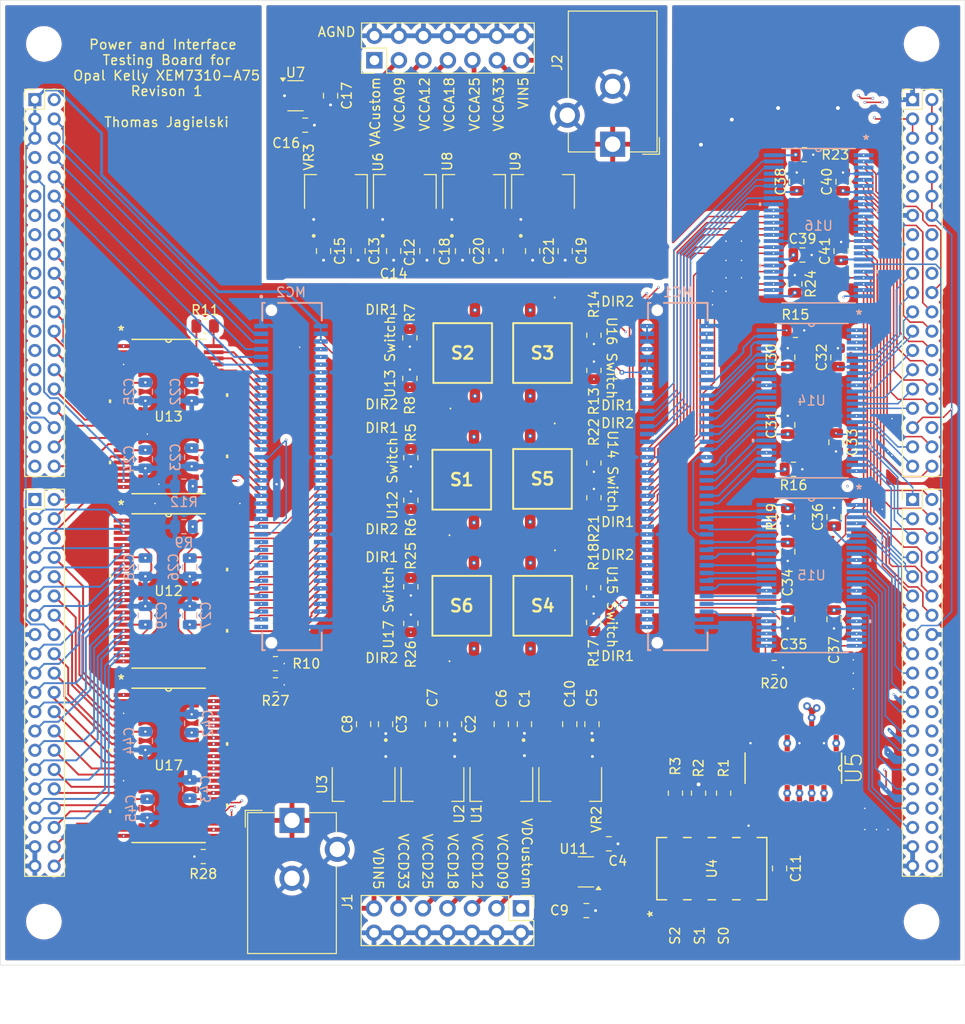
<source format=kicad_pcb>
(kicad_pcb (version 20240108) (generator "pcbnew") (generator_version "8.0")
  (layers (0 "F.Cu" signal) (1 "In1.Cu" signal) (2 "In2.Cu" signal) (3 "In3.Cu" signal) (4 "In4.Cu" signal) (31 "B.Cu" signal) (34 "B.Paste" user) (35 "F.Paste" user) (36 "B.SilkS" user "B.Silkscreen") (37 "F.SilkS" user "F.Silkscreen") (38 "B.Mask" user) (39 "F.Mask" user) (44 "Edge.Cuts" user))
  (net 0 "")
  (net 1 "VCCD18")
  (net 2 "VCCD25")
  (net 3 "VCCD33")
  (net 4 "MC2_72")
  (net 5 "MC1_60")
  (net 6 "ADGND")
  (net 7 "V_Level_Shift")
  (net 8 "VCCD09")
  (net 9 "VCCD12")
  (net 10 "FPGA_TDO")
  (net 11 "MC2_20")
  (net 12 "MC2_16")
  (net 13 "MC2_15_PIN")
  (net 14 "FPGA_33VDD")
  (net 15 "MC2_19_PIN")
  (net 16 "MC2_12")
  (net 17 "MC2_10_PIN")
  (net 18 "FPGA_TCK")
  (net 19 "MC2_21_PIN")
  (net 20 "SYS_CLK_MC2")
  (net 21 "MC2_29_PIN")
  (net 22 "SYS_CLK_MC1")
  (net 23 "MC2_31_PIN")
  (net 24 "MC2_17_PIN")
  (net 25 "MC2_24")
  (net 26 "MC2_33_PIN")
  (net 27 "MC2_23_PIN")
  (net 29 "FPGA_TMS")
  (net 30 "MC2_30")
  (net 31 "MC1_45")
  (net 32 "MC2_26")
  (net 33 "MC2_37")
  (net 34 "MC1_49")
  (net 35 "MC2_50")
  (net 36 "MC2_32")
  (net 37 "MC1_50")
  (net 38 "FPGA_TDI")
  (net 39 "MC2_75")
  (net 40 "MC2_70")
  (net 41 "MC2_64")
  (net 42 "MC1_16")
  (net 43 "MC1_24")
  (net 44 "AVIN5")
  (net 45 "MC2_27_PIN")
  (net 46 "MC1_28")
  (net 47 "MC2_37_PIN")
  (net 48 "MC1_42")
  (net 49 "MC2_18")
  (net 50 "VCCBATT")
  (net 51 "MC2_39_PIN")
  (net 52 "VCCA18")
  (net 53 "VCCA12")
  (net 54 "MC2_25_PIN")
  (net 55 "MC2_22")
  (net 56 "MC2_43_PIN")
  (net 57 "MC2_41_PIN")
  (net 58 "MC2_45_PIN")
  (net 59 "MC2_63_PIN")
  (net 60 "MC2_72_PIN")
  (net 61 "MC2_31")
  (net 62 "MC1_25")
  (net 63 "MC1_44")
  (net 64 "MC1_21")
  (net 65 "MC2_54")
  (net 66 "MC2_59")
  (net 67 "MC2_17")
  (net 68 "MC2_67")
  (net 69 "MC1_51")
  (net 70 "MC2_15")
  (net 71 "MC2_39")
  (net 72 "MC2_77")
  (net 73 "MC2_69_PIN")
  (net 74 "MC2_46_PIN")
  (net 75 "/digital_power_converters/S1")
  (net 76 "/digital_power_converters/S0")
  (net 77 "MC2_10")
  (net 78 "/digital_power_converters/S2")
  (net 79 "MC2_57_PIN")
  (net 80 "MC2_54_PIN")
  (net 81 "VCCA09")
  (net 82 "MC2_73_PIN")
  (net 83 "MC2_60_PIN")
  (net 84 "MC2_59_PIN")
  (net 85 "MC2_64_PIN")
  (net 86 "MC2_77_PIN")
  (net 87 "MC2_71_PIN")
  (net 88 "MC2_53_PIN")
  (net 89 "MC2_47_PIN")
  (net 90 "MC1_67")
  (net 91 "MC2_28")
  (net 92 "MC1_22")
  (net 93 "MC2_44")
  (net 94 "MC2_79_PIN")
  (net 95 "MC2_41")
  (net 96 "MC2_66")
  (net 97 "MC1_53")
  (net 98 "MC2_66_PIN")
  (net 99 "MC1_23")
  (net 100 "MC1_72")
  (net 101 "MC1_40")
  (net 102 "MC1_39")
  (net 103 "MC2_76_PIN")
  (net 104 "MC2_65_PIN")
  (net 105 "MC2_68_PIN")
  (net 106 "MC2_70_PIN")
  (net 107 "MC2_45")
  (net 108 "MC2_49")
  (net 109 "MC2_58_PIN")
  (net 110 "MC2_74")
  (net 111 "MC1_48")
  (net 112 "MC2_48_PIN")
  (net 113 "MC1_54")
  (net 114 "MC2_23")
  (net 115 "MC1_64")
  (net 116 "MC2_50_PIN")
  (net 117 "MC2_40")
  (net 118 "MC2_44_PIN")
  (net 119 "MC1_63")
  (net 120 "MC2_51")
  (net 121 "MC2_61_PIN")
  (net 122 "MC1_74")
  (net 123 "MC1_43")
  (net 124 "MC1_30")
  (net 125 "MC2_60")
  (net 126 "MC1_31")
  (net 127 "MC2_74_PIN")
  (net 128 "MC2_52_PIN")
  (net 129 "MC2_25")
  (net 130 "MC2_27")
  (net 131 "MC1_37")
  (net 132 "MC2_33")
  (net 133 "MC2_69")
  (net 134 "MC2_63")
  (net 135 "MC2_62_PIN")
  (net 136 "MC1_20")
  (net 137 "MC2_51_PIN")
  (net 138 "MC1_70")
  (net 139 "MC2_67_PIN")
  (net 140 "MC2_43")
  (net 141 "MC2_34")
  (net 142 "MC1_68")
  (net 143 "MC2_48")
  (net 144 "MC2_38")
  (net 145 "MC1_59")
  (net 146 "MC1_27")
  (net 147 "MC1_61")
  (net 148 "MC2_62")
  (net 149 "MC2_29")
  (net 150 "MC1_57")
  (net 151 "MC2_19")
  (net 152 "MC2_61")
  (net 153 "MC2_68")
  (net 154 "MC1_38")
  (net 155 "MC1_65")
  (net 156 "MC2_49_PIN")
  (net 157 "MC1_33")
  (net 158 "MC2_75_PIN")
  (net 159 "MC1_17")
  (net 160 "MC2_58")
  (net 161 "MC1_21_PIN")
  (net 162 "MC2_47")
  (net 163 "MC1_46")
  (net 164 "MC1_19")
  (net 165 "MC1_32")
  (net 166 "MC1_58")
  (net 167 "MC1_76")
  (net 168 "FPGA_VCDIN")
  (net 169 "MC2_52")
  (net 170 "MC1_66")
  (net 171 "MC1_47")
  (net 172 "MC1_71")
  (net 173 "MC1_22_PIN")
  (net 174 "MC1_17_PIN")
  (net 175 "MC1_34_PIN")
  (net 176 "MC1_30_PIN")
  (net 177 "MC1_16_PIN")
  (net 178 "XADC_VP")
  (net 179 "MC1_27_PIN")
  (net 180 "VCCA25")
  (net 181 "MC1_24_PIN")
  (net 182 "MC1_38_PIN")
  (net 183 "MC1_26_PIN")
  (net 184 "MC1_28_PIN")
  (net 185 "MC1_40_PIN")
  (net 186 "FPGA_10VDD")
  (net 187 "MC1_31_PIN")
  (net 188 "MC1_18_PIN")
  (net 189 "MC1_33_PIN")
  (net 190 "MC1_39_PIN")
  (net 191 "MC1_15_PIN")
  (net 192 "MC1_25_PIN")
  (net 193 "FPGA_18VDD")
  (net 194 "MC1_37_PIN")
  (net 195 "MC1_29_PIN")
  (net 196 "MC1_23_PIN")
  (net 197 "MC2_57")
  (net 198 "MC1_52")
  (net 199 "MC2_71")
  (net 200 "MC2_79")
  (net 201 "MC1_69")
  (net 202 "MC2_76")
  (net 203 "MC2_73")
  (net 204 "MC1_26")
  (net 205 "MC1_15")
  (net 206 "MC2_46")
  (net 207 "MC1_62")
  (net 208 "MC2_65")
  (net 209 "MC1_41")
  (net 210 "MC1_29")
  (net 211 "MC2_42")
  (net 212 "MC2_53")
  (net 213 "MC1_19_PIN")
  (net 214 "XADC_VN")
  (net 215 "MC1_20_PIN")
  (net 216 "MC1_32_PIN")
  (net 217 "MC1_51_PIN")
  (net 218 "MC1_64_PIN")
  (net 219 "MC1_46_PIN")
  (net 220 "VCCA33")
  (net 221 "MC1_18")
  (net 222 "MC1_34")
  (net 223 "MC2_21")
  (net 224 "MC1_49_PIN")
  (net 225 "MC1_48_PIN")
  (net 226 "VCCACUSTOM")
  (net 227 "MC1_76_PIN")
  (net 228 "MC1_53_PIN")
  (net 229 "MC1_45_PIN")
  (net 230 "MC1_62_PIN")
  (net 231 "VDCustom")
  (net 232 "DGND")
  (net 233 "DVIN5")
  (net 234 "MC1_60_PIN")
  (net 235 "MC1_41_PIN")
  (net 236 "MC1_74_PIN")
  (net 237 "MC1_52_PIN")
  (net 238 "MC1_54_PIN")
  (net 239 "MC1_68_PIN")
  (net 240 "MC1_50_PIN")
  (net 241 "MC1_72_PIN")
  (net 242 "MC1_42_PIN")
  (net 243 "MC1_58_PIN")
  (net 244 "MC1_77")
  (net 245 "MC1_47_PIN")
  (net 246 "MC1_79")
  (net 247 "MC1_75")
  (net 248 "MC1_66_PIN")
  (net 249 "MC1_44_PIN")
  (net 250 "MC1_73")
  (net 251 "MC1_43_PIN")
  (net 252 "MC1_70_PIN")
  (net 253 "Net-(U12-*1OE)")
  (net 254 "Net-(U12-*2OE)")
  (net 255 "/level_shifter1/DIR1")
  (net 256 "/level_shifter1/DIR2")
  (net 257 "Net-(U13-*1OE)")
  (net 258 "Net-(U13-*2OE)")
  (net 259 "/level_shifter2/DIR1")
  (net 260 "/level_shifter2/DIR2")
  (net 261 "Net-(U14-*1OE)")
  (net 262 "Net-(U14-*2OE)")
  (net 263 "/level_shifter3/DIR1")
  (net 264 "/level_shifter3/DIR2")
  (net 265 "Net-(U15-*1OE)")
  (net 266 "Net-(U15-*2OE)")
  (net 267 "/level_shifter4/DIR1")
  (net 268 "/level_shifter4/DIR2")
  (net 269 "Net-(U16-*1OE)")
  (net 270 "Net-(U16-*2OE)")
  (net 271 "/level_shifter5/DIR1")
  (net 272 "/level_shifter5/DIR2")
  (net 273 "Net-(U17-*1OE)")
  (net 274 "Net-(U17-*2OE)")
  (net 275 "/level_shifter6/DIR1")
  (net 276 "/level_shifter6/DIR2")
  (footprint "Resistor_SMD:R_0805_2012Metric" (layer "F.Cu") (at 142.7225 77.256547 90)
    (property "Reference" "R6")
    (property "Value" "4.7k")
  )
  (footprint "2_DS:24549853" (layer "F.Cu") (at 156.3725 75.05 180)
    (property "Reference" "S5")
    (property "Value" "2454985-3" (hide yes))
  )
  (footprint "Capacitor_SMD:C_0805_2012Metric" (layer "F.Cu") (at 163.25 112.875)
    (property "Reference" "C4")
    (property "Value" "1u")
  )
  (footprint "avlsi:DL48" (layer "F.Cu") (at 117.60775 68.5825)
    (property "Reference" "U13")
    (property "Value" "SN74LVC16T245DLR")
  )
  (footprint "Resistor_SMD:R_0805_2012Metric" (layer "F.Cu") (at 142.7225 90.025 90)
    (property "Reference" "R26")
    (property "Value" "4.7k")
  )
  (footprint "Capacitor_SMD:C_0805_2012Metric" (layer "F.Cu") (at 151.558332 51.425 -90)
    (property "Reference" "C18")
    (property "Value" "1u")
  )
  (footprint "avlsi:VREG_TLV1117LV33DCYR" (layer "F.Cu") (at 137.825 106.725 -90)
    (property "Reference" "U3")
    (property "Value" "TLV1117LV33DCYR")
  )
  (footprint "Resistor_SMD:R_0805_2012Metric" (layer "F.Cu") (at 128.6875 96.4 180)
    (property "Reference" "R27")
    (property "Value" "10k")
  )
  (footprint "Resistor_SMD:R_0805_2012Metric" (layer "F.Cu") (at 142.6225 60.425 -90)
    (property "Reference" "R7")
    (property "Value" "4.7k")
  )
  (footprint "Capacitor_SMD:C_0805_2012Metric" (layer "F.Cu") (at 187.53275 44.235 90)
    (property "Reference" "C40")
    (property "Value" "1u")
  )
  (footprint "Capacitor_SMD:C_0805_2012Metric" (layer "F.Cu") (at 186.6 79 90)
    (property "Reference" "C36")
    (property "Value" "1u")
  )
  (footprint "Resistor_SMD:R_0805_2012Metric" (layer "F.Cu") (at 121.4 59.2)
    (property "Reference" "R11")
    (property "Value" "10k")
  )
  (footprint "Capacitor_SMD:C_0805_2012Metric" (layer "F.Cu") (at 180.955 115.4257 -90)
    (property "Reference" "C11")
    (property "Value" "1u")
  )
  (footprint "avlsi:VREG_TLV1117LV12DCYR" (layer "F.Cu") (at 159.25 106.725 -90)
    (property "Reference" "VR2")
    (property "Value" "TLV1117LV12DCYR")
  )
  (footprint "Package_TO_SOT_SMD:SOT-23-5" (layer "F.Cu") (at 160.875 115.7875 180)
    (property "Reference" "U11")
    (property "Value" "TLV75709PDBV")
  )
  (footprint "Resistor_SMD:R_0805_2012Metric" (layer "F.Cu") (at 121.2 114.2)
    (property "Reference" "R28")
    (property "Value" "10k")
  )
  (footprint "Resistor_SMD:R_0805_2012Metric" (layer "F.Cu") (at 161.675 89.925001 90)
    (property "Reference" "R17")
    (property "Value" "4.7k")
  )
  (footprint "Resistor_SMD:R_0805_2012Metric" (layer "F.Cu") (at 161.7025 73.4 -90)
    (property "Reference" "R22")
    (property "Value" "4.7k")
  )
  (footprint "Capacitor_SMD:C_0805_2012Metric" (layer "F.Cu") (at 187 62.45 90)
    (property "Reference" "C32")
    (property "Value" "1u")
  )
  (footprint "Capacitor_SMD:C_0805_2012Metric" (layer "F.Cu") (at 154.5 100.475 -90)
    (property "Reference" "C1")
    (property "Value" "1u")
  )
  (footprint "2_DS:24549853" (layer "F.Cu") (at 148 75.131547)
    (property "Reference" "S1")
    (property "Value" "2454985-3" (hide yes))
  )
  (footprint "avlsi:DL48" (layer "F.Cu") (at 117.60775 86.665)
    (property "Reference" "U12")
    (property "Value" "SN74LVC16T245DLR")
  )
  (footprint "Capacitor_SMD:C_0805_2012Metric" (layer "F.Cu") (at 187.33275 51.435 90)
    (property "Reference" "C41")
    (property "Value" "0.1u")
  )
  (footprint "Capacitor_SMD:C_0805_2012Metric" (layer "F.Cu") (at 137.25 51.425 -90)
    (property "Reference" "C13")
    (property "Value" "1u")
  )
  (footprint "Capacitor_SMD:C_0805_2012Metric" (layer "F.Cu") (at 155.35 51.425 -90)
    (property "Reference" "C21")
    (property "Value" "1u")
  )
  (footprint "Resistor_SMD:R_0805_2012Metric" (layer "F.Cu") (at 175.155 107.6257 -90)
    (property "Reference" "R1")
    (property "Value" "4.7k")
  )
  (footprint "Capacitor_SMD:C_0805_2012Metric" (layer "F.Cu") (at 148.083332 51.425 -90)
    (property "Reference" "C20")
    (property "Value" "1u")
  )
  (footprint "Resistor_SMD:R_0805_2012Metric" (layer "F.Cu") (at 161.7025 77 90)
    (property "Reference" "R21")
    (property "Value" "4.7k")
  )
  (footprint "Resistor_SMD:R_0805_2012Metric" (layer "F.Cu") (at 161.7025 63.8 90)
    (property "Reference" "R13")
    (property "Value" "4.7k")
  )
  (footprint "Capacitor_SMD:C_0805_2012Metric" (layer "F.Cu") (at 131.775 38.375)
    (property "Reference" "C16")
    (property "Value" "1u")
  )
  (footprint "Capacitor_SMD:C_0805_2012Metric" (layer "F.Cu") (at 159.2 100.475 90)
    (property "Reference" "C10")
    (property "Value" "1u")
  )
  (footprint "Resistor_SMD:R_0805_2012Metric" (layer "F.Cu") (at 182.4 74.05 180)
    (property "Reference" "R16")
    (property "Value" "10k")
  )
  (footprint "Capacitor_SMD:C_0805_2012Metric" (layer "F.Cu") (at 134.4 35.325 -90)
    (property "Reference" "C17")
    (property "Value" "1u")
  )
  (footprint "Resistor_SMD:R_0805_2012Metric" (layer "F.Cu") (at 181.8 79 90)
    (property "Reference" "R19")
    (property "Value" "10k")
  )
  (footprint "2_DS:24549853" (layer "F.Cu") (at 156.4 88.200001 180)
    (property "Reference" "S4")
    (property "Value" "2454985-3" (hide yes))
  )
  (footprint "Resistor_SMD:R_0805_2012Metric" (layer "F.Cu") (at 180.4 94.6 180)
    (property "Reference" "R20")
    (property "Value" "10k")
  )
  (footprint "Capacitor_SMD:C_0805_2012Metric" (layer "F.Cu") (at 160.925 119.8)
    (property "Reference" "C9")
    (property "Value" "1u")
  )
  (footprint "Capacitor_SMD:C_0805_2012Metric" (layer "F.Cu") (at 133.675 51.425 -90)
    (property "Reference" "C15")
    (property "Value" "1u")
  )
  (footprint "Connector_BarrelJack:BarrelJack_CUI_PJ-102AH_Horizontal" (layer "F.Cu") (at 130.4 110.45)
    (property "Reference" "J1")
    (property "Value" "PJ-102AH")
  )
  (footprint "2_DS:24549853" (layer "F.Cu") (at 148.1 62)
    (property "Reference" "S2")
    (property "Value" "2454985-3" (hide yes))
  )
  (footprint "Resistor_SMD:R_0805_2012Metric" (layer "F.Cu") (at 142.7225 86.225 -90)
    (property "Reference" "R25")
    (property "Value" "4.7k")
  )
  (footprint "avlsi:SOT230P700X180-4N" (layer "F.Cu") (at 152.108332 106.725 -90)
    (property "Reference" "U1")
    (property "Value" "TLV1117LV18DCYR")
  )
  (footprint "Capacitor_SMD:C_0805_2012Metric" (layer "F.Cu") (at 147.25 100.475 -90)
    (property "Reference" "C2")
    (property "Value" "1u")
  )
  (footprint "Capacitor_SMD:C_0805_2012Metric" (layer "F.Cu") (at 182.73275 44.235 90)
    (property "Reference" "C38")
    (property "Value" "1u")
  )
  (footprint "avlsi:SOT230P700X180-4N" (layer "F.Cu") (at 144.966666 106.725 -90)
    (property "Reference" "U2")
    (property "Value" "TLV1117LV25DCYR")
  )
  (footprint "ds:DS04-254-2-04BK-SMT_CUD" (layer "F.Cu") (at 173.93 115.4507 90)
    (property "Reference" "U4")
    (property "Value" "DS04-254-2-04BK-SMT")
  )
  (footprint "Resistor_SMD:R_0805_2012Metric" (layer "F.Cu") (at 172.555 107.6257 -90)
    (property "Reference" "R2")
    (property "Value" "4.7k")
  )
  (footprint "Capacitor_SMD:C_0805_2012Metric" (layer "F.Cu") (at 137.825 100.475 90)
    (property "Reference" "C8")
    (property "Value" "1u")
  )
  (footprint "Resistor_SMD:R_0805_2012Metric" (layer "F.Cu") (at 170.155 107.6257 -90)
    (property "Reference" "R3")
    (property "Value" "4.7k")
  )
  (footprint "Capacitor_SMD:C_0805_2012Metric" (layer "F.Cu") (at 140.941666 51.425 -90)
    (property "Reference" "C14")
    (property "Value" "1u")
  )
  (footprint "Connector_BarrelJack:BarrelJack_CUI_PJ-102AH_Horizontal" (layer "F.Cu") (at 163.65 40.35 180)
    (property "Reference" "J2")
    (property "Value" "PJ-102AH")
  )
  (footprint "avlsi:VREG_TLV1117LV12DCYR" (layer "F.Cu") (at 134.95 45.25 90)
    (property "Reference" "VR3")
    (property "Value" "TLV1117LV12DCYR")
  )
  (footprint "Resistor_SMD:R_0805_2012Metric" (layer "F.Cu") (at 182.6 59.65 180)
    (property "Reference" "R15")
    (property "Value" "10k")
  )
  (footprint "Resistor_SMD:R_0805_2012Metric" (layer "F.Cu") (at 142.7225 72.856547 -90)
    (property "Reference" "R5")
    (property "Value" "4.7k")
  )
  (footprint "Capacitor_SMD:C_0805_2012Metric" (layer "F.Cu") (at 161.5 100.475 -90)
    (property "Reference" "C5")
    (property "Value" "1u")
  )
  (footprint "Resistor_SMD:R_0805_2012Metric" (layer "F.Cu") (at 161.675 86.325001 -90)
    (property "Reference" "R18")
    (property "Value" "4.7k")
  )
  (footprint "Resistor_SMD:R_0805_2012Metric" (layer "F.Cu") (at 142.6225 64.625 90)
    (property "Reference" "R8")
    (property "Value" "4.7k")
  )
  (footprint "Capacitor_SMD:C_0805_2012Metric" (layer "F.Cu") (at 183.33275 51.835)
    (property "Reference" "C39")
    (property "Value" "0.1u")
  )
  (footprint "74HC4051D_653:SOIC127P600X175-16N" (layer "F.Cu") (at 182.38 105.0349 -90)
    (property "Reference" "U5")
    (property "Value" "74HC4051D_653")
  )
  (footprint "2_DS:24549853" (layer "F.Cu") (at 148 88.2)
    (property "Reference" "S6")
    (property "Value" "2454985-3" (hide yes))
  )
  (footprint "Capacitor_SMD:C_0805_2012Metric" (layer "F.Cu") (at 140.1 100.475 -90)
    (property "Reference" "C3")
    (property "Value" "1u")
  )
  (footprint "Capacitor_SMD:C_0805_2012Metric" (layer "F.Cu") (at 152.1 100.475 90)
    (property "Reference" "C6")
    (property "Value" "1u")
  )
  (footprint "Capacitor_SMD:C_0805_2012Metric" (layer "F.Cu") (at 181.8 69.45 90)
    (property "Reference" "C31")
    (property "Value" "0.1u")
  )
  (footprint "Capacitor_SMD:C_0805_2012Metric" (layer "F.Cu") (at 144.975 100.475 90)
    (property "Reference" "C7")
    (property "Value" "1u")
  )
  (footprint "2_DS:24549853" (layer "F.Cu") (at 156.3725 62 180)
    (property "Reference" "S3")
    (property "Value" "2454985-3" (hide yes))
  )
  (footprint "Resistor_SMD:R_0805_2012Metric" (layer "F.Cu") (at 161.7025 60.15 -90)
    (property "Reference" "R14")
    (property "Value" "4.7k")
  )
  (footprint "Resistor_SMD:R_0805_2012Metric" (layer "F.Cu") (at 182.53275 54.835 -90)
    (property "Reference" "R24")
    (property "Value" "10k")
  )
  (footprint "avlsi:DL48" (layer "F.Cu") (at 117.60775 104.7475)
    (property "Reference" "U17")
    (property "Value" "SN74LVC16T245DLR")
  )
  (footprint "Capacitor_SMD:C_0805_2012Metric" (layer "F.Cu") (at 158.725 51.425 -90)
    (property "Reference" "C19")
    (property "Value" "1u")
  )
  (footprint "Capacitor_SMD:C_0805_2012Metric" (layer "F.Cu") (at 181.8 62.45 90)
    (property "Reference" "C30")
    (property "Value" "1u")
  )
  (footprint "avlsi_preferred_parts:avlsi_power_board_opal_kelly" (layer "F.Cu") (at 151.115 77.73)
    (property "Reference" "U18" (hide yes))
    (property "Value" "~")
    (fp_rect (start -50.94 -52.28) (end 49.06 47.72) (stroke (width 0.05)) (fill none) (layer "Edge.Cuts"))
  )
  (footprint "Resistor_SMD:R_0805_2012Metric" (layer "F.Cu") (at 183.53275 41.435 180)
    (property "Reference" "R23")
    (property "Value" "10k")
  )
  (footprint "avlsi:SOT230P700X180-4N" (layer "F.Cu") (at 149.275 45.25 90)
    (property "Reference" "U8")
    (property "Value" "TLV1117LV25DCYR")
  )
  (footprint "Package_TO_SOT_SMD:SOT-23-5" (layer "F.Cu") (at 130.7625 35.325)
    (property "Reference" "U7")
    (property "Value" "TLV75709PDBV")
  )
  (footprint "Capacitor_SMD:C_0805_2012Metric" (layer "F.Cu") (at 186.8 71.25 -90)
    (property "Reference" "C33")
    (property "Value" "0.1u")
  )
  (footprint "avlsi:VREG_TLV1117LV33DCYR" (layer "F.Cu") (at 156.425 45.25 90)
    (property "Reference" "U9")
    (property "Value" "TLV1117LV33DCYR")
  )
  (footprint "avlsi:SOT230P700X180-4N" (layer "F.Cu") (at 142.1 45.25 90)
    (property "Reference" "U6")
    (property "Value" "TLV1117LV18DCYR")
  )
  (footprint "Capacitor_SMD:C_0805_2012Metric" (layer "F.Cu") (at 144.391666 51.425 -90)
    (property "Reference" "C12")
    (property "Value" "1u")
  )
  (footprint "Capacitor_SMD:C_0805_2012Metric" (layer "F.Cu") (at 181.8 89.6 -90)
    (property "Reference" "C35")
    (property "Value" "0.1u")
  )
  (footprint "Capacitor_SMD:C_0805_2012Metric" (layer "F.Cu") (at 181.8 82.6 -90)
    (property "Reference" "C34")
    (property "Value" "1u")
  )
  (footprint "Resistor_SMD:R_0805_2012Metric" (layer "F.Cu") (at 128.6875 94.2 180)
    (property "Reference" "R10")
    (property "Value" "10k")
  )
  (footprint "Capacitor_SMD:C_0805_2012Metric" (layer "F.Cu") (at 186.6 89.6 -90)
    (property "Reference" "C37")
    (property "Value" "0.1u")
  )
  (footprint "Resistor_SMD:R_0805_2012Metric" (layer "B.Cu") (at 119.2 80)
    (property "Reference" "R9")
    (property "Value" "10k")
  )
  (footprint "Capacitor_SMD:C_0805_2012Metric" (layer "B.Cu") (at 119.8 107.2 90)
    (property "Reference" "C43")
    (property "Value" "0.1u")
  )
  (footprint "Capacitor_SMD:C_0805_2012Metric" (layer "B.Cu") (at 120 100.4 90)
    (property "Reference" "C42")
    (property "Value" "1u")
  )
  (footprint "Capacitor_SMD:C_0805_2012Metric" (layer "B.Cu") (at 115.4 109.2 -90)
    (property "Reference" "C45")
    (property "Value" "0.1u")
  )
  (footprint "Capacitor_SMD:C_0805_2012Metric" (layer "B.Cu") (at 115.2 89.2 90)
    (property "Reference" "C29")
    (property "Value" "0.1u")
  )
  (footprint "avlsi:DL48" (layer "B.Cu") (at 185 48.8 180)
    (property "Reference" "U16")
    (property "Value" "SN74LVC16T245DLR")
  )
  (footprint "Capacitor_SMD:C_0805_2012Metric" (layer "B.Cu") (at 115.2 102.2 -90)
    (property "Reference" "C44")
    (property "Value" "1u")
  )
  (footprint "Capacitor_SMD:C_0805_2012Metric" (layer "B.Cu") (at 119.8 84.2 -90)
    (property "Reference" "C26")
    (property "Value" "1u")
  )
  (footprint "Capacitor_SMD:C_0805_2012Metric" (layer "B.Cu") (at 115.2 84.2 -90)
    (property "Reference" "C28")
    (property "Value" "1u")
  )
  (footprint "avlsi:DL48" (layer "B.Cu") (at 184.26725 85.0475 180)
    (property "Reference" "U15")
    (property "Value" "SN74LVC16T245DLR")
  )
  (footprint "avlsi:DL48" (layer "B.Cu") (at 184.26725 66.9325 180)
    (property "Reference" "U14")
    (property "Value" "SN74LVC16T245DLR")
  )
  (footprint "Capacitor_SMD:C_0805_2012Metric" (layer "B.Cu") (at 115.2 66 -90)
    (property "Reference" "C25")
    (property "Value" "0.1u")
  )
  (footprint "Capacitor_SMD:C_0805_2012Metric" (layer "B.Cu") (at 120 66 -90)
    (property "Reference" "C22")
    (property "Value" "1u")
  )
  (footprint "Capacitor_SMD:C_0805_2012Metric" (layer "B.Cu") (at 119.8 89.2 90)
    (property "Reference" "C27")
    (property "Value" "0.1u")
  )
  (footprint "avlsi:opal_kelly_XEM7310_header" (layer "B.Cu") (at 149.607315 74.82 180)
    (property "Reference" "U10" (hide yes))
    (property "Value" "~")
  )
  (footprint "Capacitor_SMD:C_0805_2012Metric" (layer "B.Cu") (at 120 72.8 -90)
    (property "Reference" "C23")
    (property "Value" "0.1u")
  )
  (footprint "Capacitor_SMD:C_0805_2012Metric" (layer "B.Cu") (at 115.2 73 -90)
    (property "Reference" "C24")
    (property "Value" "1u")
  )
  (footprint "Resistor_SMD:R_0805_2012Metric" (layer "B.Cu") (at 119.2 75.8)
    (property "Reference" "R12")
    (property "Value" "10k")
  )
  (gr_text "DIR1" (at 137.9 70.35 0) (layer "F.SilkS") (effects (font (size 1 1)) (justify left bottom)))
  (gr_text "AGND" (at 132.975 29.3 0) (layer "F.SilkS") (effects (font (size 1 1)) (justify left bottom)))
  (gr_text "VCCA25" (at 149.925 39.125 90) (layer "F.SilkS") (effects (font (size 1 1)) (justify left bottom)))
  (gr_text "VCCD12" (at 149.025 111.725 270) (layer "F.SilkS") (effects (font (size 1 1)) (justify left bottom)))
  (gr_text "DIR1" (at 137.9 83.75 0) (layer "F.SilkS") (effects (font (size 1 1)) (justify left bottom)))
  (gr_text "VCCD09" (at 151.625 111.725 270) (layer "F.SilkS") (effects (font (size 1 1)) (justify left bottom)))
  (gr_text "DIR2" (at 162.35 69.85 0) (layer "F.SilkS") (effects (font (size 1 1)) (justify left bottom)))
  (gr_text "VCCD33" (at 141.35 111.725 270) (layer "F.SilkS") (effects (font (size 1 1)) (justify left bottom)))
  (gr_text "VCCD18" (at 146.475 111.725 270) (layer "F.SilkS") (effects (font (size 1 1)) (justify left bottom)))
  (gr_text "DIR2" (at 137.9 67.9 0) (layer "F.SilkS") (effects (font (size 1 1)) (justify left bottom)))
  (gr_text "DIR2" (at 137.9 94.2 0) (layer "F.SilkS") (effects (font (size 1 1)) (justify left bottom)))
  (gr_text "VCCD25" (at 143.85 111.725 270) (layer "F.SilkS") (effects (font (size 1 1)) (justify left bottom)))
  (gr_text "VCCA12" (at 144.75 39.125 90) (layer "F.SilkS") (effects (font (size 1 1)) (justify left bottom)))
  (gr_text "Power and Interface \nTesting Board for\nOpal Kelly XEM7310-A75\nRevison 1\n\nThomas Jagielski" (at 117.4 38.65 0) (layer "F.SilkS") (effects (font (size 1 1)) (justify bottom)))
  (gr_text "U12 Switch\n" (at 141.4 79.35 90) (layer "F.SilkS") (effects (font (size 1 1)) (justify left bottom)))
  (gr_text "VIN5" (at 154.975 36.825 90) (layer "F.SilkS") (effects (font (size 1 1)) (justify left bottom)))
  (gr_text "DIR2" (at 162.35 57.25 0) (layer "F.SilkS") (effects (font (size 1 1)) (justify left bottom)))
  (gr_text "VACustom" (at 139.61 40.725 90) (layer "F.SilkS") (effects (font (size 1 1)) (justify left bottom)))
  (gr_text "S1" (at 173.25 123.45 90) (layer "F.SilkS") (effects (font (size 1 1)) (justify left bottom)))
  (gr_text "VCCA33" (at 152.425 39.125 90) (layer "F.SilkS") (effects (font (size 1 1)) (justify left bottom)))
  (gr_text "VCCA09" (at 142.15 39.125 90) (layer "F.SilkS") (effects (font (size 1 1)) (justify left bottom)))
  (gr_text "DIR1" (at 162.35 94 0) (layer "F.SilkS") (effects (font (size 1 1)) (justify left bottom)))
  (gr_text "U16 Switch\n" (at 162.95 58.15 270) (layer "F.SilkS") (effects (font (size 1 1)) (justify left bottom)))
  (gr_text "DIR2" (at 162.35 83.5 0) (layer "F.SilkS") (effects (font (size 1 1)) (justify left bottom)))
  (gr_text "DIR1" (at 162.35 80.1 0) (layer "F.SilkS") (effects (font (size 1 1)) (justify left bottom)))
  (gr_text "VDIN5" (at 138.75 113.175 270) (layer "F.SilkS") (effects (font (size 1 1)) (justify left bottom)))
  (gr_text "S0" (at 175.75 123.45 90) (layer "F.SilkS") (effects (font (size 1 1)) (justify left bottom)))
  (gr_text "U13 Switch" (at 141.15 66.75 90) (layer "F.SilkS") (effects (font (size 1 1)) (justify left bottom)))
  (gr_text "U14 Switch\n" (at 163.05 69.9 270) (layer "F.SilkS") (effects (font (size 1 1)) (justify left bottom)))
  (gr_text "VCCA18" (at 147.3 39.125 90) (layer "F.SilkS") (effects (font (size 1 1)) (justify left bottom)))
  (gr_text "U17 Switch\n" (at 141 92.75 90) (layer "F.SilkS") (effects (font (size 1 1)) (justify left bottom)))
  (gr_text "DIR1" (at 137.9 58.1 0) (layer "F.SilkS") (effects (font (size 1 1)) (justify left bottom)))
  (gr_text "S2" (at 170.7 123.45 90) (layer "F.SilkS") (effects (font (size 1 1)) (justify left bottom)))
  (gr_text "DIR1" (at 162.35 68 0) (layer "F.SilkS") (effects (font (size 1 1)) (justify left bottom)))
  (gr_text "DIR2" (at 137.9 80.85 0) (layer "F.SilkS") (effects (font (size 1 1)) (justify left bottom)))
  (gr_text "U15 Switch\n" (at 163 83.95 270) (layer "F.SilkS") (effects (font (size 1 1)) (justify left bottom)))
  (gr_text "VDCustom" (at 154.165 110.125 270) (layer "F.SilkS") (effects (font (size 1 1)) (justify left bottom)))
  (segment (start 152.108332 113.976668) (end 146.525 119.56) (width 0.5) (layer "F.Cu") (net 1))
  (segment (start 152.108332 109.625) (end 152.108332 113.976668) (width 0.5) (layer "F.Cu") (net 1))
  (segment (start 152.108332 103.825) (end 152.108332 109.625) (width 0.5) (layer "F.Cu") (net 1))
  (segment (start 152.1 103.816668) (end 152.108332 103.825) (width 0.5) (layer "F.Cu") (net 1))
  (segment (start 152.1 101.425) (end 152.1 103.816668) (width 0.5) (layer "F.Cu") (net 1))
  (via (at 185.555 107.6257) (size 0.8) (drill 0.4) (layers "F.Cu" "B.Cu") (net 1))
  (segment (start 144.966666 103.825) (end 144.966666 109.625) (width 0.5) (layer "F.Cu") (net 2))
  (segment (start 144.975 101.425) (end 144.975 103.816666) (width 0.5) (layer "F.Cu") (net 2))
  (segment (start 144.966666 118.578334) (end 143.985 119.56) (width 0.5) (layer "F.Cu") (net 2))
  (segment (start 144.966666 109.625) (end 144.966666 118.578334) (width 0.5) (layer "F.Cu") (net 2))
  (segment (start 144.975 103.816666) (end 144.966666 103.825) (width 0.5) (layer "F.Cu") (net 2))
  (via (at 181.745 107.6257) (size 0.8) (drill 0.4) (layers "F.Cu" "B.Cu") (net 2))
  (segment (start 122.275 72.075) (end 120.225 72.075) (width 0.2) (layer "F.Cu") (net 3))
  (segment (start 120.225 72.075) (end 120 71.85) (width 0.2) (layer "F.Cu") (net 3))
  (segment (start 122.275 83.1725) (end 119.8775 83.1725) (width 0.2) (layer "F.Cu") (net 3))
  (segment (start 137.825 109.625) (end 137.825 110.025) (width 0.5) (layer "F.Cu") (net 3))
  (segment (start 141.445 113.645) (end 141.445 119.56) (width 0.5) (layer "F.Cu") (net 3))
  (segment (start 137.825 110.025) (end 141.445 113.645) (width 0.5) (layer "F.Cu") (net 3))
  (segment (start 119.89 108.24) (end 119.8 108.15) (width 0.2) (layer "F.Cu") (net 3))
  (segment (start 120.095 101.255) (end 120 101.35) (width 0.2) (layer "F.Cu") (net 3))
  (segment (start 122.275 108.24) (end 119.89 108.24) (width 0.2) (layer "F.Cu") (net 3))
  (segment (start 122.275 101.255) (end 120.095 101.255) (width 0.2) (layer "F.Cu") (net 3))
  (segment (start 137.825 103.825) (end 137.825 101.425) (width 0.5) (layer "F.Cu") (net 3))
  (segment (start 119.8075 90.1575) (end 119.8 90.15) (width 0.2) (layer "F.Cu") (net 3))
  (segment (start 119.8775 83.1725) (end 119.8 83.25) (width 0.2) (layer "F.Cu") (net 3))
  (segment (start 137.825 103.825) (end 137.825 109.625) (width 0.5) (layer "F.Cu") (net 3))
  (segment (start 120.04 65.09) (end 120 65.05) (width 0.2) (layer "F.Cu") (net 3))
  (segment (start 122.275 65.09) (end 120.04 65.09) (width 0.2) (layer "F.Cu") (net 3))
  (segment (start 122.275 90.1575) (end 119.8075 90.1575) (width 0.2) (layer "F.Cu") (net 3))
  (via (at 149.27 83.75) (size 0.5) (drill 0.25) (layers "F.Cu" "B.Cu") (net 3))
  (via (at 149.37 66.45) (size 0.5) (drill 0.25) (layers "F.Cu" "B.Cu") (net 3))
  (via (at 155.13 83.750001) (size 0.5) (drill 0.25) (layers "F.Cu" "B.Cu") (net 3))
  (via (at 119.8 90.15) (size 0.5) (drill 0.25) (layers "F.Cu" "B.Cu") (net 3))
  (via (at 149.37 57.55) (size 0.5) (drill 0.25) (layers "F.Cu" "B.Cu") (net 3))
  (via (at 181.8 88.65) (size 0.5) (drill 0.25) (layers "F.Cu" "B.Cu") (net 3))
  (via (at 155.1025 57.55) (size 0.5) (drill 0.25) (layers "F.Cu" "B.Cu") (net 3))
  (via (at 119.8 83.25) (size 0.5) (drill 0.25) (layers "F.Cu" "B.Cu") (net 3))
  (via (at 155.1025 70.6) (size 0.5) (drill 0.25) (layers "F.Cu" "B.Cu") (net 3))
  (via (at 120 101.35) (size 0.5) (drill 0.25) (layers "F.Cu" "B.Cu") (net 3))
  (via (at 120 65.05) (size 0.5) (drill 0.25) (layers "F.Cu" "B.Cu") (net 3))
  (via (at 149.27 79.581547) (size 0.5) (drill 0.25) (layers "F.Cu" "B.Cu") (net 3))
  (via (at 186.825 102.4441) (size 0.8) (drill 0.4) (layers "F.Cu" "B.Cu") (net 3))
  (via (at 155.13 92.650001) (size 0.5) (drill 0.25) (layers "F.Cu" "B.Cu") (net 3))
  (via (at 149.27 70.681547) (size 0.5) (drill 0.25) (layers "F.Cu" "B.Cu") (net 3))
  (via (at 149.27 92.65) (size 0.5) (drill 0.25) (layers "F.Cu" "B.Cu") (net 3))
  (via (at 120 71.85) (size 0.5) (drill 0.25) (layers "F.Cu" "B.Cu") (net 3))
  (via (at 119.8 108.15) (size 0.5) (drill 0.25) (layers "F.Cu" "B.Cu") (net 3))
  (via (at 155.1025 79.5) (size 0.5) (drill 0.25) (layers "F.Cu" "B.Cu") (net 3))
  (via (at 155.1025 66.45) (size 0.5) (drill 0.25) (layers "F.Cu" "B.Cu") (net 3))
  (via (at 182.73275 45.185) (size 0.5) (drill 0.25) (layers "F.Cu" "B.Cu") (net 3))
  (via (at 182.38275 51.835) (size 0.5) (drill 0.25) (layers "F.Cu" "B.Cu") (net 3))
  (via (at 181.8 70.4) (size 0.5) (drill 0.25) (layers "F.Cu" "B.Cu") (net 3))
  (via (at 181.8 63.4) (size 0.5) (drill 0.25) (layers "F.Cu" "B.Cu") (net 3))
  (via (at 181.8 81.65) (size 0.5) (drill 0.25) (layers "F.Cu" "B.Cu") (net 3))
  (segment (start 179.6 70.425) (end 181.775 70.425) (width 0.2) (layer "B.Cu") (net 3))
  (segment (start 182.61025 45.3075) (end 182.73275 45.185) (width 0.2) (layer "B.Cu") (net 3))
  (segment (start 180.33275 52.2925) (end 181.92525 52.2925) (width 0.2) (layer "B.Cu") (net 3))
  (segment (start 179.6 81.555) (end 181.705 81.555) (width 0.2) (layer "B.Cu") (net 3))
  (segment (start 179.6 88.54) (end 181.69 88.54) (width 0.2) (layer "B.Cu") (net 3))
  (segment (start 179.6 63.44) (end 181.76 63.44) (width 0.2) (layer "B.Cu") (net 3))
  (segment (start 181.76 63.44) (end 181.8 63.4) (width 0.2) (layer "B.Cu") (net 3))
  (segment (start 181.775 70.425) (end 181.8 70.4) (width 0.2) (layer "B.Cu") (net 3))
  (segment (start 180.33275 45.3075) (end 182.61025 45.3075) (width 0.2) (layer "B.Cu") (net 3))
  (segment (start 181.705 81.555) (end 181.8 81.65) (width 0.2) (layer "B.Cu") (net 3))
  (segment (start 181.69 88.54) (end 181.8 88.65) (width 0.2) (layer "B.Cu") (net 3))
  (segment (start 181.92525 52.2925) (end 182.38275 51.835) (width 0.2) (layer "B.Cu") (net 3))
  (segment (start 129.2557 91.3303) (end 133.386 87.2) (width 0.2) (layer "F.Cu") (net 4))
  (segment (start 122.275 91.4275) (end 122.3722 91.3303) (width 0.2) (layer "F.Cu") (net 4))
  (segment (start 122.3722 91.3303) (end 129.2557 91.3303) (width 0.2) (layer "F.Cu") (net 4))
  (via (at 133.386 87.2) (size 0.25) (drill 0.15) (layers "F.Cu" "B.Cu") (net 4))
  (segment (start 173.386 82.4) (end 173.596 82.19) (width 0.2) (layer "B.Cu") (net 5))
  (segment (start 173.596 82.19) (end 179.6 82.19) (width 0.2) (layer "B.Cu") (net 5))
  (via (at 154.125 48.15) (size 0.6) (drill 0.3) (layers "F.Cu" "B.Cu") (net 6))
  (via (at 146.975 48.15) (size 0.6) (drill 0.3) (layers "F.Cu" "B.Cu") (net 6))
  (via (at 158.725 52.375) (size 0.6) (drill 0.3) (layers "F.Cu" "B.Cu") (net 6))
  (via (at 134.4 36.275) (size 0.6) (drill 0.3) (layers "F.Cu" "B.Cu") (net 6))
  (via (at 140.941666 52.375) (size 0.6) (drill 0.3) (layers "F.Cu" "B.Cu") (net 6))
  (via (at 148.083332 52.375) (size 0.6) (drill 0.3) (layers "F.Cu" "B.Cu") (net 6))
  (via (at 133.675 52.375) (size 0.6) (drill 0.3) (layers "F.Cu" "B.Cu") (net 6))
  (via (at 129.625 35.325) (size 0.6) (drill 0.3) (layers "F.Cu" "B.Cu") (net 6))
  (via (at 151.558332 52.375) (size 0.6) (drill 0.3) (layers "F.Cu" "B.Cu") (net 6))
  (via (at 137.25 52.375) (size 0.6) (drill 0.3) (layers "F.Cu" "B.Cu") (net 6))
  (via (at 144.391666 52.375) (size 0.6) (drill 0.3) (layers "F.Cu" "B.Cu") (net 6))
  (via (at 132.725 38.375) (size 0.6) (drill 0.3) (layers "F.Cu" "B.Cu") (net 6))
  (via (at 139.8 48.15) (size 0.6) (drill 0.3) (layers "F.Cu" "B.Cu") (net 6))
  (via (at 155.35 52.375) (size 0.6) (drill 0.3) (layers "F.Cu" "B.Cu") (net 6))
  (via (at 132.65 48.15) (size 0.6) (drill 0.3) (layers "F.Cu" "B.Cu") (net 6))
  (segment (start 112.9405 101.255) (end 115.195 101.255) (width 0.2) (layer "F.Cu") (net 7))
  (segment (start 184.285 99.315) (end 184.8 98.8) (width 0.5) (layer "F.Cu") (net 7))
  (segment (start 184.285 99.085) (end 183.8 98.6) (width 0.5) (layer "F.Cu") (net 7))
  (segment (start 184.285 102.4441) (end 184.285 99.315) (width 0.5) (layer "F.Cu") (net 7))
  (segment (start 112.9405 108.24) (end 115.39 108.24) (width 0.2) (layer "F.Cu") (net 7))
  (segment (start 184.285 99.8) (end 184.285 99.085) (width 0.5) (layer "F.Cu") (net 7))
  (segment (start 115.1225 83.1725) (end 115.2 83.25) (width 0.2) (layer "F.Cu") (net 7))
  (segment (start 112.9405 90.1575) (end 115.1925 90.1575) (width 0.2) (layer "F.Cu") (net 7))
  (segment (start 115.195 101.255) (end 115.2 101.25) (width 0.2) (layer "F.Cu") (net 7))
  (segment (start 112.9405 83.1725) (end 115.1225 83.1725) (width 0.2) (layer "F.Cu") (net 7))
  (segment (start 112.9405 72.075) (end 115.175 72.075) (width 0.2) (layer "F.Cu") (net 7))
  (segment (start 115.39 108.24) (end 115.4 108.25) (width 0.2) (layer "F.Cu") (net 7))
  (segment (start 184.285 102.4441) (end 184.285 99.8) (width 0.5) (layer "F.Cu") (net 7))
  (segment (start 115.175 72.075) (end 115.2 72.05) (width 0.2) (layer "F.Cu") (net 7))
  (segment (start 115.1925 90.1575) (end 115.2 90.15) (width 0.2) (layer "F.Cu") (net 7))
  (segment (start 115.16 65.09) (end 115.2 65.05) (width 0.2) (layer "F.Cu") (net 7))
  (segment (start 112.9405 65.09) (end 115.16 65.09) (width 0.2) (layer "F.Cu") (net 7))
  (via (at 187.53275 45.185) (size 0.5) (drill 0.25) (layers "F.Cu" "B.Cu") (net 7))
  (via (at 184.8 98.8) (size 0.8) (drill 0.4) (layers "F.Cu" "B.Cu") (net 7))
  (via (at 115.2 83.25) (size 0.5) (drill 0.25) (layers "F.Cu" "B.Cu") (net 7))
  (via (at 115.4 108.25) (size 0.5) (drill 0.25) (layers "F.Cu" "B.Cu") (net 7))
  (via (at 115.2 90.15) (size 0.5) (drill 0.25) (layers "F.Cu" "B.Cu") (net 7))
  (via (at 186.8 70.3) (size 0.25) (drill 0.15) (layers "F.Cu" "B.Cu") (net 7))
  (via (at 115.2 65.05) (size 0.5) (drill 0.25) (layers "F.Cu" "B.Cu") (net 7))
  (via (at 115.2 72.05) (size 0.5) (drill 0.25) (layers "F.Cu" "B.Cu") (net 7))
  (via (at 187 63.4) (size 0.25) (drill 0.15) (layers "F.Cu" "B.Cu") (net 7))
  (via (at 186.6 88.65) (size 0.5) (drill 0.25) (layers "F.Cu" "B.Cu") (net 7))
  (via (at 187.33275 52.385) (size 0.5) (drill 0.25) (layers "F.Cu" "B.Cu") (net 7))
  (via (at 184.285 99.8) (size 0.8) (drill 0.4) (layers "F.Cu" "B.Cu") (net 7))
  (via (at 115.2 101.25) (size 0.5) (drill 0.25) (layers "F.Cu" "B.Cu") (net 7))
  (via (at 183.8 98.6) (size 0.8) (drill 0.4) (layers "F.Cu" "B.Cu") (net 7))
  (via (at 186.6 79.95) (size 0.5) (drill 0.25) (layers "F.Cu" "B.Cu") (net 7))
  (segment (start 188.9345 81.555) (end 187.71215 81.555) (width 0.2) (layer "B.Cu") (net 7))
  (segment (start 189.66725 52.2925) (end 187.42525 52.2925) (width 0.2) (layer "B.Cu") (net 7))
  (segment (start 188.9345 63.44) (end 187.04 63.44) (width 0.16) (layer "B.Cu") (net 7))
  (segment (start 187.04 63.44) (end 187 63.4) (width 0.16) (layer "B.Cu") (net 7))
  (segment (start 187.65525 45.3075) (end 187.53275 45.185) (width 0.2) (layer "B.Cu") (net 7))
  (segment (start 187.42525 52.2925) (end 187.33275 52.385) (width 0.2) (layer "B.Cu") (net 7))
  (segment (start 187.71215 81.555) (end 186.6 80.44285) (width 0.2) (layer "B.Cu") (net 7))
  (segment (start 186.925 70.425) (end 186.8 70.3) (width 0.16) (layer "B.Cu") (net 7))
  (segment (start 188.9345 70.425) (end 186.925 70.425) (width 0.16) (layer "B.Cu") (net 7))
  (segment (start 186.71 88.54) (end 186.6 88.65) (width 0.2) (layer "B.Cu") (net 7))
  (segment (start 189.66725 45.3075) (end 187.65525 45.3075) (width 0.2) (layer "B.Cu") (net 7))
  (segment (start 186.6 80.44285) (end 186.6 79.95) (width 0.2) (layer "B.Cu") (net 7))
  (segment (start 188.9345 88.54) (end 186.71 88.54) (width 0.2) (layer "B.Cu") (net 7))
  (segment (start 159.975 116.975) (end 159.7375 116.7375) (width 0.5) (layer "F.Cu") (net 8))
  (segment (start 159.975 119.8) (end 159.975 116.975) (width 0.5) (layer "F.Cu") (net 8))
  (segment (start 151.605 119.56) (end 154.4275 116.7375) (width 0.5) (layer "F.Cu") (net 8))
  (segment (start 154.4275 116.7375) (end 159.7375 116.7375) (width 0.5) (layer "F.Cu") (net 8))
  (via (at 183.015 107.6257) (size 0.8) (drill 0.4) (layers "F.Cu" "B.Cu") (net 8))
  (segment (start 159.25 103.825) (end 159.25 109.625) (width 0.5) (layer "F.Cu") (net 9))
  (segment (start 159.2 101.404166) (end 159.2 103.795834) (width 0.5) (layer "F.Cu") (net 9))
  (segment (start 159 109.625) (end 149.065 119.56) (width 0.5) (layer "F.Cu") (net 9))
  (segment (start 159.25 109.625) (end 159 109.625) (width 0.5) (layer "F.Cu") (net 9))
  (via (at 184.285 107.6257) (size 0.8) (drill 0.4) (layers "F.Cu" "B.Cu") (net 9))
  (via (at 133.386 61.6) (size 0.25) (drill 0.15) (layers "F.Cu" "B.Cu") (net 10))
  (via (at 133.386 66.4) (size 0.25) (drill 0.15) (layers "F.Cu" "B.Cu") (net 11))
  (via (at 133.386 64.8) (size 0.25) (drill 0.15) (layers "F.Cu" "B.Cu") (net 12))
  (segment (start 108.58 58.77685) (end 108.58 52.565) (width 0.2) (layer "F.Cu") (net 13))
  (segment (start 108.58 52.565) (end 105.745 49.73) (width 0.2) (layer "F.Cu") (net 13))
  (segment (start 111.71815 61.915) (end 108.58 58.77685) (width 0.2) (layer "F.Cu") (net 13))
  (segment (start 112.9405 61.915) (end 111.71815 61.915) (width 0.2) (layer "F.Cu") (net 13))
  (segment (start 162.715 62.115) (end 164.6 64) (width 0.16) (layer "F.Cu") (net 14))
  (segment (start 195.81 68.665) (end 197.935 68.665) (width 0.16) (layer "F.Cu") (net 14))
  (segment (start 194.745 69.73) (end 195.81 68.665) (width 0.16) (layer "F.Cu") (net 14))
  (segment (start 196.745 47.73) (end 196.745 43.73) (width 0.16) (layer "F.Cu") (net 14))
  (segment (start 134.701 62.115) (end 162.715 62.115) (width 0.16) (layer "F.Cu") (net 14))
  (segment (start 133.386 60.8) (end 134.701 62.115) (width 0.16) (layer "F.Cu") (net 14))
  (segment (start 197.935 68.665) (end 198.8 67.8) (width 0.16) (layer "F.Cu") (net 14))
  (via (at 188 75.8) (size 0.25) (drill 0.15) (layers "F.Cu" "B.Cu") (net 14))
  (via (at 198.8 67.8) (size 0.25) (drill 0.15) (layers "F.Cu" "B.Cu") (net 14))
  (via (at 164.6 64) (size 0.5) (drill 0.25) (layers "F.Cu" "B.Cu") (net 14))
  (via (at 167.214 64) (size 0.25) (drill 0.15) (layers "F.Cu" "B.Cu") (net 14))
  (via (at 133.386 60.8) (size 0.25) (drill 0.15) (layers "F.Cu" "B.Cu") (net 14))
  (via (at 173.386 72.8) (size 0.25) (drill 0.15) (layers "F.Cu" "B.Cu") (net 14))
  (via (at 129.8 71) (size 0.25) (drill 0.15) (layers "F.Cu" "B.Cu") (net 14))
  (segment (start 198.8 49.785) (end 196.745 47.73) (width 0.16) (layer "B.Cu") (net 14))
  (segment (start 102.79 89.59) (end 102.79 67.8) (width 0.2) (layer "B.Cu") (net 14))
  (segment (start 128 72.8) (end 129.8 71) (width 0.16) (layer "B.Cu") (net 14))
  (segment (start 105.745 91.18) (end 104.7 90.135) (width 0.2) (layer "B.Cu") (net 14))
  (segment (start 197.355 90.245) (end 198.8 88.8) (width 0.16) (layer "B.Cu") (net 14))
  (segment (start 198.8 67.8) (end 198.8 49.785) (width 0.16) (layer "B.Cu") (net 14))
  (segment (start 104.7 90.135) (end 103.335 90.135) (width 0.2) (layer "B.Cu") (net 14))
  (segment (start 172 73.306) (end 172 80.294) (width 0.16) (layer "B.Cu") (net 14))
  (segment (start 167.214 64) (end 167.214 62.4) (width 0.16) (layer "B.Cu") (net 14))
  (segment (start 106.161285 34.725) (end 110.656806 39.220521) (width 0.3) (layer "B.Cu") (net 14))
  (segment (start 195.68 90.245) (end 197.355 90.245) (width 0.16) (layer "B.Cu") (net 14))
  (segment (start 103.745 39.73) (end 102.79 40.685) (width 0.2) (layer "B.Cu") (net 14))
  (segment (start 172.506 72.8) (end 172 73.306) (width 0.16) (layer "B.Cu") (net 14))
  (segment (start 172.506 80.8) (end 173.386 80.8) (width 0.16) (layer "B.Cu") (net 14))
  (segment (start 104.7 68.685) (end 105.745 69.73) (width 0.2) (layer "B.Cu") (net 14))
  (segment (start 103.745 39.73) (end 103.745 35.73) (width 0.3) (layer "B.Cu") (net 14))
  (segment (start 103.745 35.73) (end 104.75 34.725) (width 0.3) (layer "B.Cu") (net 14))
  (segment (start 103.349426 68.685) (end 104.7 68.685) (width 0.2) (layer "B.Cu") (net 14))
  (segment (start 194.745 91.18) (end 195.68 90.245) (width 0.16) (layer "B.Cu") (net 14))
  (segment (start 164.6 64) (end 167.214 64) (width 0.16) (layer "B.Cu") (net 14))
  (segment (start 102.79 40.685) (end 102.79 67.8) (width 0.2) (layer "B.Cu") (net 14))
  (segment (start 122.756806 55.643194) (end 129.829194 55.643194) (width 0.3) (layer "B.Cu") (net 14))
  (segment (start 104.75 34.725) (end 106.161285 34.725) (width 0.3) (layer "B.Cu") (net 14))
  (segment (start 198.8 88.8) (end 198.8 67.8) (width 0.16) (layer "B.Cu") (net 14))
  (segment (start 128.094 80.8) (end 129.8 79.094) (width 0.16) (layer "B.Cu") (net 14))
  (segment (start 133.386 59.2) (end 133.386 60.8) (width 0.2) (layer "B.Cu") (net 14))
  (segment (start 172 80.294) (end 172.506 80.8) (width 0.16) (layer "B.Cu") (net 14))
  (segment (start 129.829194 55.643194) (end 133.386 59.2) (width 0.3) (layer "B.Cu") (net 14))
  (segment (start 128 72.8) (end 127.214 72.8) (width 0.16) (layer "B.Cu") (net 14))
  (segment (start 110.656806 39.220521) (end 110.656806 43.543194) (width 0.3) (layer "B.Cu") (net 14))
  (segment (start 110.656806 43.543194) (end 122.756806 55.643194) (width 0.3) (layer "B.Cu") (net 14))
  (segment (start 102.79 67.8) (end 102.79 68.125574) (width 0.2) (layer "B.Cu") (net 14))
  (segment (start 127.214 80.8) (end 128.094 80.8) (width 0.16) (layer "B.Cu") (net 14))
  (segment (start 103.335 90.135) (end 102.79 89.59) (width 0.2) (layer "B.Cu") (net 14))
  (segment (start 173.386 72.8) (end 172.506 72.8) (width 0.16) (layer "B.Cu") (net 14))
  (segment (start 102.79 68.125574) (end 103.349426 68.685) (width 0.2) (layer "B.Cu") (net 14))
  (segment (start 129.8 79.094) (end 129.8 71) (width 0.16) (layer "B.Cu") (net 14))
  (segment (start 107.58 55.565) (end 105.745 53.73) (width 0.2) (layer "F.Cu") (net 15))
  (segment (start 111.78995 63.82) (end 107.58 59.61005) (width 0.2) (layer "F.Cu") (net 15))
  (segment (start 107.58 59.61005) (end 107.58 55.565) (width 0.2) (layer "F.Cu") (net 15))
  (segment (start 112.9405 63.82) (end 111.78995 63.82) (width 0.2) (layer "F.Cu") (net 15))
  (via (at 133.386 63.2) (size 0.25) (drill 0.15) (layers "F.Cu" "B.Cu") (net 16))
  (via (at 112.9405 75.25) (size 0.3) (drill 0.2) (layers "F.Cu" "B.Cu") (net 17))
  (segment (start 112.9405 73.484926) (end 106.140574 66.685) (width 0.2) (layer "B.Cu") (net 17))
  (segment (start 105.349426 66.685) (end 104.7 66.035574) (width 0.2) (layer "B.Cu") (net 17))
  (segment (start 106.140574 66.685) (end 105.349426 66.685) (width 0.2) (layer "B.Cu") (net 17))
  (segment (start 112.9405 75.25) (end 112.9405 73.484926) (width 0.2) (layer "B.Cu") (net 17))
  (segment (start 104.7 44.685) (end 103.745 43.73) (width 0.2) (layer "B.Cu") (net 17))
  (segment (start 104.7 66.035574) (end 104.7 44.685) (width 0.2) (layer "B.Cu") (net 17))
  (segment (start 105.745 40.251) (end 105.745 39.73) (width 0.2) (layer "B.Cu") (net 18))
  (segment (start 127.214 60.8) (end 126.294 60.8) (width 0.2) (layer "B.Cu") (net 18))
  (segment (start 126.294 60.8) (end 105.745 40.251) (width 0.2) (layer "B.Cu") (net 18))
  (segment (start 111.855 64.455) (end 112.9405 64.455) (width 0.2) (layer "F.Cu") (net 19))
  (segment (start 107.2 57.185) (end 107.2 59.8) (width 0.2) (layer "F.Cu") (net 19))
  (segment (start 105.745 55.73) (end 107.2 57.185) (width 0.2) (layer "F.Cu") (net 19))
  (segment (start 107.2 59.8) (end 111.855 64.455) (width 0.2) (layer "F.Cu") (net 19))
  (segment (start 127.214 63.2) (end 123.215 63.2) (width 0.2) (layer "B.Cu") (net 20))
  (segment (start 123.215 63.2) (end 105.745 45.73) (width 0.2) (layer "B.Cu") (net 20))
  (segment (start 105.745 63.73) (end 110.28 68.265) (width 0.2) (layer "F.Cu") (net 21))
  (segment (start 110.28 68.265) (end 112.9405 68.265) (width 0.2) (layer "F.Cu") (net 21))
  (segment (start 189.810086 36.01) (end 191.59 36.01) (width 0.16) (layer "F.Cu") (net 22))
  (segment (start 191.59 36.01) (end 191.6 36) (width 0.16) (layer "F.Cu") (net 22))
  (via (at 189.810086 36.01) (size 0.3) (drill 0.2) (layers "F.Cu" "B.Cu") (net 22))
  (via (at 173.386 61.6) (size 0.25) (drill 0.15) (layers "F.Cu" "B.Cu") (net 22))
  (via (at 191.6 36) (size 0.3) (drill 0.2) (layers "F.Cu" "B.Cu") (net 22))
  (segment (start 105.745 65.73) (end 108.915 68.9) (width 0.2) (layer "F.Cu") (net 23))
  (segment (start 108.915 68.9) (end 112.9405 68.9) (width 0.2) (layer "F.Cu") (net 23))
  (segment (start 112.9405 62.55) (end 111.71815 62.55) (width 0.2) (layer "F.Cu") (net 24))
  (segment (start 108.2 54.185) (end 105.745 51.73) (width 0.2) (layer "F.Cu") (net 24))
  (segment (start 111.71815 62.55) (end 108.2 59.03185) (width 0.2) (layer "F.Cu") (net 24))
  (segment (start 108.2 59.03185) (end 108.2 54.185) (width 0.2) (layer "F.Cu") (net 24))
  (via (at 133.386 68) (size 0.25) (drill 0.15) (layers "F.Cu" "B.Cu") (net 25))
  (segment (start 107.55 69.535) (end 112.9405 69.535) (width 0.2) (layer "F.Cu") (net 26))
  (segment (start 105.745 67.73) (end 107.55 69.535) (width 0.2) (layer "F.Cu") (net 26))
  (segment (start 111.692352 65.725) (end 112.9405 65.725) (width 0.2) (layer "F.Cu") (net 27))
  (segment (start 106.7 58.685) (end 106.7 60.732648) (width 0.2) (layer "F.Cu") (net 27))
  (segment (start 106.7 60.732648) (end 111.692352 65.725) (width 0.2) (layer "F.Cu") (net 27))
  (segment (start 105.745 57.73) (end 106.7 58.685) (width 0.2) (layer "F.Cu") (net 27))
  (segment (start 127.214 61.6) (end 125.615 61.6) (width 0.2) (layer "B.Cu") (net 29))
  (segment (start 125.615 61.6) (end 105.745 41.73) (width 0.2) (layer "B.Cu") (net 29))
  (via (at 133.386 70.4) (size 0.25) (drill 0.15) (layers "F.Cu" "B.Cu") (net 30))
  (segment (start 167.214 76.8) (end 169.36 74.654) (width 0.16) (layer "F.Cu") (net 31))
  (segment (start 169.36 74.654) (end 169.36 72.520832) (width 0.16) (layer "F.Cu") (net 31))
  (segment (start 172.14666 51.6575) (end 180.33275 51.6575) (width 0.16) (layer "F.Cu") (net 31))
  (segment (start 169.440416 72.440416) (end 169.440417 72.440416) (width 0.16) (layer "F.Cu") (net 31))
  (segment (start 169.36 72.520832) (end 169.440416 72.440416) (width 0.16) (layer "F.Cu") (net 31))
  (segment (start 171.7 70.180833) (end 171.7 52.10416) (width 0.16) (layer "F.Cu") (net 31))
  (segment (start 169.440417 72.440416) (end 171.7 70.180833) (width 0.16) (layer "F.Cu") (net 31))
  (segment (start 171.7 52.10416) (end 172.14666 51.6575) (width 0.16) (layer "F.Cu") (net 31))
  (via (at 180.33275 51.6575) (size 0.25) (drill 0.15) (layers "F.Cu" "B.Cu") (net 31))
  (via (at 167.214 76.8) (size 0.25) (drill 0.15) (layers "F.Cu" "B.Cu") (net 31))
  (via (at 133.386 68.8) (size 0.25) (drill 0.15) (layers "F.Cu" "B.Cu") (net 32))
  (segment (start 124.419 70.805) (end 127.214 73.6) (width 0.2) (layer "F.Cu") (net 33))
  (segment (start 122.275 70.805) (end 124.419 70.805) (width 0.2) (layer "F.Cu") (net 33))
  (via (at 127.214 73.6) (size 0.25) (drill 0.15) (layers "F.Cu" "B.Cu") (net 33))
  (segment (start 173.2375 53.5625) (end 180.33275 53.5625) (width 0.16) (layer "F.Cu") (net 34))
  (segment (start 172.38 70.462498) (end 172.38 54.42) (width 0.16) (layer "F.Cu") (net 34))
  (segment (start 168.287416 77.326584) (end 168.287416 76.725752) (width 0.16) (layer "F.Cu") (net 34))
  (segment (start 170.04 72.802497) (end 170.121249 72.721248) (width 0.16) (layer "F.Cu") (net 34))
  (segment (start 172.38 54.42) (end 173.2375 53.5625) (width 0.16) (layer "F.Cu") (net 34))
  (segment (start 167.214 78.4) (end 168.287416 77.326584) (width 0.16) (layer "F.Cu") (net 34))
  (segment (start 168.287416 76.725752) (end 170.04 74.973168) (width 0.16) (layer "F.Cu") (net 34))
  (segment (start 170.04 74.973168) (end 170.04 72.802497) (width 0.16) (layer "F.Cu") (net 34))
  (segment (start 170.121249 72.721248) (end 170.12125 72.721248) (width 0.16) (layer "F.Cu") (net 34))
  (segment (start 170.12125 72.721248) (end 172.38 70.462498) (width 0.16) (layer "F.Cu") (net 34))
  (via (at 167.214 78.4) (size 0.25) (drill 0.15) (layers "F.Cu" "B.Cu") (net 34))
  (via (at 180.33275 53.5625) (size 0.25) (drill 0.15) (layers "F.Cu" "B.Cu") (net 34))
  (segment (start 122.275 82.5375) (end 126.532027 82.5375) (width 0.16) (layer "F.Cu") (net 35))
  (segment (start 127.069527 82) (end 129.8 82) (width 0.16) (layer "F.Cu") (net 35))
  (segment (start 126.532027 82.5375) (end 127.069527 82) (width 0.16) (layer "F.Cu") (net 35))
  (segment (start 129.8 82) (end 133.386 78.414) (width 0.16) (layer "F.Cu") (net 35))
  (segment (start 133.386 78.414) (end 133.386 78.4) (width 0.16) (layer "F.Cu") (net 35))
  (via (at 133.386 78.4) (size 0.25) (drill 0.15) (layers "F.Cu" "B.Cu") (net 35))
  (via (at 133.386 71.2) (size 0.25) (drill 0.15) (layers "F.Cu" "B.Cu") (net 36))
  (segment (start 179.58 78.4) (end 179.6 78.38) (width 0.2) (layer "B.Cu") (net 37))
  (segment (start 173.386 78.4) (end 179.58 78.4) (width 0.2) (layer "B.Cu") (net 37))
  (segment (start 124.415 62.4) (end 105.745 43.73) (width 0.2) (layer "B.Cu") (net 38))
  (segment (start 127.214 62.4) (end 124.415 62.4) (width 0.2) (layer "B.Cu") (net 38))
  (segment (start 123.993357 109) (end 124.47783 109) (width 0.16) (layer "F.Cu") (net 39))
  (segment (start 122.275 109.51) (end 123.483357 109.51) (width 0.16) (layer "F.Cu") (net 39))
  (segment (start 123.483357 109.51) (end 123.993357 109) (width 0.16) (layer "F.Cu") (net 39))
  (via (at 124.47783 109) (size 0.25) (drill 0.15) (layers "F.Cu" "B.Cu") (net 39))
  (via (at 127.214 88.8) (size 0.25) (drill 0.15) (layers "F.Cu" "B.Cu") (net 39))
  (segment (start 122.275 90.7925) (end 122.3125 90.83) (width 0.2) (layer "F.Cu") (net 40))
  (segment (start 128.956 90.83) (end 133.386 86.4) (width 0.2) (layer "F.Cu") (net 40))
  (segment (start 122.3125 90.83) (end 128.956 90.83) (width 0.2) (layer "F.Cu") (net 40))
  (via (at 133.386 86.4) (size 0.25) (drill 0.15) (layers "F.Cu" "B.Cu") (net 40))
  (segment (start 129.771 87.615) (end 133.386 84) (width 0.16) (layer "F.Cu") (net 41))
  (segment (start 122.2775 87.615) (end 129.771 87.615) (width 0.16) (layer "F.Cu") (net 41))
  (segment (start 122.275 87.6175) (end 122.2775 87.615) (width 0.16) (layer "F.Cu") (net 41))
  (via (at 133.386 84) (size 0.25) (drill 0.15) (layers "F.Cu" "B.Cu") (net 41))
  (segment (start 174.306 64.8) (end 177.2 61.906) (width 0.2) (layer "B.Cu") (net 42))
  (segment (start 177.2 61.906) (end 177.2 61.44265) (width 0.2) (layer "B.Cu") (net 42))
  (segment (start 178.37765 60.265) (end 179.6 60.265) (width 0.2) (layer "B.Cu") (net 42))
  (segment (start 173.386 64.8) (end 174.306 64.8) (width 0.2) (layer "B.Cu") (net 42))
  (segment (start 177.2 61.44265) (end 178.37765 60.265) (width 0.2) (layer "B.Cu") (net 42))
  (segment (start 173.386 68) (end 174.622048 68) (width 0.2) (layer "B.Cu") (net 43))
  (segment (start 178.547048 64.075) (end 179.6 64.075) (width 0.2) (layer "B.Cu") (net 43))
  (segment (start 174.622048 68) (end 178.547048 64.075) (width 0.2) (layer "B.Cu") (net 43))
  (segment (start 111.645 67.63) (end 112.9405 67.63) (width 0.2) (layer "F.Cu") (net 45))
  (segment (start 105.745 61.73) (end 111.645 67.63) (width 0.2) (layer "F.Cu") (net 45))
  (segment (start 174.927048 69.6) (end 178.547048 65.98) (width 0.2) (layer "B.Cu") (net 46))
  (segment (start 173.386 69.6) (end 174.927048 69.6) (width 0.2) (layer "B.Cu") (net 46))
  (segment (start 178.547048 65.98) (end 179.6 65.98) (width 0.2) (layer "B.Cu") (net 46))
  (segment (start 106.67 70.805) (end 112.9405 70.805) (width 0.2) (layer "F.Cu") (net 47))
  (segment (start 105.745 71.73) (end 106.67 70.805) (width 0.2) (layer "F.Cu") (net 47))
  (segment (start 173.386 75.2) (end 174.306 75.2) (width 0.2) (layer "B.Cu") (net 48))
  (segment (start 178.446 71.06) (end 179.6 71.06) (width 0.2) (layer "B.Cu") (net 48))
  (segment (start 174.306 75.2) (end 178.446 71.06) (width 0.2) (layer "B.Cu") (net 48))
  (via (at 133.386 65.6) (size 0.25) (drill 0.15) (layers "F.Cu" "B.Cu") (net 49))
  (segment (start 106.7 40.1945) (end 106.7 38.685) (width 0.2) (layer "B.Cu") (net 50))
  (segment (start 127.214 60) (end 126.5055 60) (width 0.2) (layer "B.Cu") (net 50))
  (segment (start 126.5055 60) (end 106.7 40.1945) (width 0.2) (layer "B.Cu") (net 50))
  (segment (start 106.7 38.685) (end 105.745 37.73) (width 0.2) (layer "B.Cu") (net 50))
  (segment (start 111.36 71.44) (end 112.9405 71.44) (width 0.2) (layer "F.Cu") (net 51))
  (segment (start 105.745 73.73) (end 109.07 73.73) (width 0.2) (layer "F.Cu") (net 51))
  (segment (start 109.07 73.73) (end 111.36 71.44) (width 0.2) (layer "F.Cu") (net 51))
  (segment (start 142.1 48.15) (end 142.1 42.35) (width 0.5) (layer "F.Cu") (net 52))
  (segment (start 142.1 36.115) (end 146.565 31.65) (width 0.5) (layer "F.Cu") (net 52))
  (segment (start 140.941666 50.475) (end 141.725 50.475) (width 0.5) (layer "F.Cu") (net 52))
  (segment (start 142.1 42.35) (end 142.1 36.115) (width 0.5) (layer "F.Cu") (net 52))
  (segment (start 141.725 50.475) (end 142.1 50.1) (width 0.5) (layer "F.Cu") (net 52))
  (segment (start 142.1 50.1) (end 142.1 48.15) (width 0.5) (layer "F.Cu") (net 52))
  (segment (start 134.95 48.15) (end 134.95 42.35) (width 0.5) (layer "F.Cu") (net 53))
  (segment (start 134.95 40.725) (end 144.025 31.65) (width 0.5) (layer "F.Cu") (net 53))
  (segment (start 134.95 49.85) (end 134.95 48.15) (width 0.5) (layer "F.Cu") (net 53))
  (segment (start 134.95 42.35) (end 134.95 40.725) (width 0.5) (layer "F.Cu") (net 53))
  (segment (start 133.675 50.475) (end 134.325 50.475) (width 0.5) (layer "F.Cu") (net 53))
  (segment (start 134.325 50.475) (end 134.95 49.85) (width 0.5) (layer "F.Cu") (net 53))
  (segment (start 105.745 60.31505) (end 111.78995 66.36) (width 0.2) (layer "F.Cu") (net 54))
  (segment (start 105.745 59.73) (end 105.745 60.31505) (width 0.2) (layer "F.Cu") (net 54))
  (segment (start 111.78995 66.36) (end 112.9405 66.36) (width 0.2) (layer "F.Cu") (net 54))
  (via (at 133.386 67.2) (size 0.25) (drill 0.15) (layers "F.Cu" "B.Cu") (net 55))
  (segment (start 111.58 73.345) (end 112.9405 73.345) (width 0.2) (layer "F.Cu") (net 56))
  (segment (start 105.745 79.18) (end 111.58 73.345) (width 0.2) (layer "F.Cu") (net 56))
  (segment (start 107.207598 77.18) (end 111.677598 72.71) (width 0.2) (layer "F.Cu") (net 57))
  (segment (start 105.745 77.18) (end 107.207598 77.18) (width 0.2) (layer "F.Cu") (net 57))
  (segment (start 111.677598 72.71) (end 112.9405 72.71) (width 0.2) (layer "F.Cu") (net 57))
  (segment (start 112.9405 74.615) (end 111.71815 74.615) (width 0.2) (layer "F.Cu") (net 58))
  (segment (start 111.71815 74.615) (end 105.745 80.58815) (width 0.2) (layer "F.Cu") (net 58))
  (segment (start 105.745 80.58815) (end 105.745 81.18) (width 0.2) (layer "F.Cu") (net 58))
  (segment (start 112.9405 104.43) (end 110.995 104.43) (width 0.2) (layer "F.Cu") (net 59))
  (segment (start 110.995 104.43) (end 105.745 99.18) (width 0.2) (layer "F.Cu") (net 59))
  (via (at 112.9405 91.4275) (size 0.3) (drill 0.2) (layers "F.Cu" "B.Cu") (net 60))
  (segment (start 103.745 107.18) (end 104.7 106.225) (width 0.2) (layer "B.Cu") (net 60))
  (segment (start 110.64 93.728) (end 112.9405 91.4275) (width 0.2) (layer "B.Cu") (net 60))
  (segment (start 110.64 104.96) (end 110.64 93.728) (width 0.2) (layer "B.Cu") (net 60))
  (segment (start 109.375 106.225) (end 110.64 104.96) (width 0.2) (layer "B.Cu") (net 60))
  (segment (start 104.7 106.225) (end 109.375 106.225) (width 0.2) (layer "B.Cu") (net 60))
  (segment (start 124.914 68.9) (end 127.214 71.2) (width 0.2) (layer "F.Cu") (net 61))
  (segment (start 122.275 68.9) (end 124.914 68.9) (width 0.2) (layer "F.Cu") (net 61))
  (via (at 127.214 71.2) (size 0.25) (drill 0.15) (layers "F.Cu" "B.Cu") (net 61))
  (segment (start 180.33275 44.0375) (end 178.583332 44.0375) (width 0.16) (layer "B.Cu") (net 62))
  (segment (start 178.583332 44.0375) (end 178.410416 44.210416) (width 0.16) (layer "B.Cu") (net 62))
  (segment (start 170.710416 51.910416) (end 170.710416 65.972084) (width 0.16) (layer "B.Cu") (net 62))
  (segment (start 167.8825 68.8) (end 167.214 68.8) (width 0.16) (layer "B.Cu") (net 62))
  (segment (start 178.410416 44.210416) (end 170.710416 51.910416) (width 0.16) (layer "B.Cu") (net 62))
  (segment (start 170.710416 65.972084) (end 167.8825 68.8) (width 0.16) (layer "B.Cu") (net 62))
  (segment (start 178.611 71.695) (end 179.6 71.695) (width 0.2) (layer "B.Cu") (net 63))
  (segment (start 174.306 76) (end 178.611 71.695) (width 0.2) (layer "B.Cu") (net 63))
  (segment (start 173.386 76) (end 174.306 76) (width 0.2) (layer "B.Cu") (net 63))
  (segment (start 170 51.2829) (end 170 65.0825) (width 0.16) (layer "B.Cu") (net 64))
  (segment (start 180.33275 42.1325) (end 179.1504 42.1325) (width 0.16) (layer "B.Cu") (net 64))
  (segment (start 167.8825 67.2) (end 167.214 67.2) (width 0.16) (layer "B.Cu") (net 64))
  (segment (start 170 65.0825) (end 167.8825 67.2) (width 0.16) (layer "B.Cu") (net 64))
  (segment (start 179.1504 42.1325) (end 170 51.2829) (width 0.16) (layer "B.Cu") (net 64))
  (segment (start 127.054527 83.585) (end 129.801 83.585) (width 0.16) (layer "F.Cu") (net 65))
  (segment (start 122.275 84.4425) (end 126.197027 84.4425) (width 0.16) (layer "F.Cu") (net 65))
  (segment (start 129.801 83.585) (end 133.386 80) (width 0.16) (layer "F.Cu") (net 65))
  (segment (start 126.197027 84.4425) (end 127.054527 83.585) (width 0.16) (layer "F.Cu") (net 65))
  (via (at 133.386 80) (size 0.25) (drill 0.15) (layers "F.Cu" "B.Cu") (net 65))
  (via (at 127.214 82.4) (size 0.25) (drill 0.15) (layers "F.Cu" "B.Cu") (net 66))
  (via (at 122.275 102.525) (size 0.3) (drill 0.2) (layers "F.Cu" "B.Cu") (net 66))
  (segment (start 122.275 62.55) (end 124.164 62.55) (width 0.2) (layer "F.Cu") (net 67))
  (segment (start 124.164 62.55) (end 127.214 65.6) (width 0.2) (layer "F.Cu") (net 67))
  (via (at 127.214 65.6) (size 0.25) (drill 0.15) (layers "F.Cu" "B.Cu") (net 67))
  (via (at 122.275 105.7) (size 0.3) (drill 0.2) (layers "F.Cu" "B.Cu") (net 68))
  (via (at 127.214 85.6) (size 0.25) (drill 0.15) (layers "F.Cu" "B.Cu") (net 68))
  (segment (start 169.2 76.4) (end 169.2 77.214) (width 0.16) (layer "F.Cu") (net 69))
  (segment (start 172.72 55.2) (end 172.72 70.603332) (width 0.16) (layer "F.Cu") (net 69))
  (segment (start 170.46125 72.862082) (end 170.38 72.943331) (width 0.16) (layer "F.Cu") (net 69))
  (segment (start 172.72 70.603332) (end 170.46125 72.862082) (width 0.16) (layer "F.Cu") (net 69))
  (segment (start 170.38 75.22) (end 169.2 76.4) (width 0.16) (layer "F.Cu") (net 69))
  (segment (start 180.33275 54.8325) (end 173.0875 54.8325) (width 0.16) (layer "F.Cu") (net 69))
  (segment (start 169.2 77.214) (end 167.214 79.2) (width 0.16) (layer "F.Cu") (net 69))
  (segment (start 170.38 72.943331) (end 170.38 75.22) (width 0.16) (layer "F.Cu") (net 69))
  (segment (start 173.0875 54.8325) (end 172.72 55.2) (width 0.16) (layer "F.Cu") (net 69))
  (via (at 180.33275 54.8325) (size 0.25) (drill 0.15) (layers "F.Cu" "B.Cu") (net 69))
  (via (at 167.214 79.2) (size 0.25) (drill 0.15) (layers "F.Cu" "B.Cu") (net 69))
  (segment (start 122.275 61.915) (end 124.329 61.915) (width 0.2) (layer "F.Cu") (net 70))
  (segment (start 124.329 61.915) (end 127.214 64.8) (width 0.2) (layer "F.Cu") (net 70))
  (via (at 127.214 64.8) (size 0.25) (drill 0.15) (layers "F.Cu" "B.Cu") (net 70))
  (segment (start 124.254 71.44) (end 127.214 74.4) (width 0.2) (layer "F.Cu") (net 71))
  (segment (start 122.275 71.44) (end 124.254 71.44) (width 0.2) (layer "F.Cu") (net 71))
  (via (at 127.214 74.4) (size 0.25) (drill 0.15) (layers "F.Cu" "B.Cu") (net 71))
  (segment (start 123.45735 110.78) (end 122.275 110.78) (width 0.16) (layer "F.Cu") (net 72))
  (segment (start 124.13783 110.09952) (end 123.45735 110.78) (width 0.16) (layer "F.Cu") (net 72))
  (segment (start 124.13783 109.4) (end 124.13783 110.09952) (width 0.16) (layer "F.Cu") (net 72))
  (via (at 127.214 89.6) (size 0.25) (drill 0.15) (layers "F.Cu" "B.Cu") (net 72))
  (via (at 124.13783 109.4) (size 0.25) (drill 0.15) (layers "F.Cu" "B.Cu") (net 72))
  (segment (start 107.535 106.97) (end 105.745 105.18) (width 0.2) (layer "F.Cu") (net 73))
  (segment (start 112.9405 106.97) (end 107.535 106.97) (width 0.2) (layer "F.Cu") (net 73))
  (via (at 112.9405 80.6325) (size 0.3) (drill 0.2) (layers "F.Cu" "B.Cu") (net 74))
  (segment (start 104.7 80.225) (end 112.533 80.225) (width 0.2) (layer "B.Cu") (net 74))
  (segment (start 103.745 81.18) (end 104.7 80.225) (width 0.2) (layer "B.Cu") (net 74))
  (segment (start 112.533 80.225) (end 112.9405 80.6325) (width 0.2) (layer "B.Cu") (net 74))
  (segment (start 179.205 108.0333) (end 179.205 107.6257) (width 0.2) (layer "F.Cu") (net 75))
  (segment (start 178.4817 108.7566) (end 179.205 108.0333) (width 0.2) (layer "F.Cu") (net 75))
  (segment (start 172.66 111) (end 172.66 108.6432) (width 0.2) (layer "F.Cu") (net 75))
  (segment (start 172.555 108.5382) (end 173.3475 107.7457) (width 0.2) (layer "F.Cu") (net 75))
  (segment (start 176.3774 107.7457) (end 177.3883 108.7566) (width 0.2) (layer "F.Cu") (net 75))
  (segment (start 173.3475 107.7457) (end 176.3774 107.7457) (width 0.2) (layer "F.Cu") (net 75))
  (segment (start 177.3883 108.7566) (end 178.4817 108.7566) (width 0.2) (layer "F.Cu") (net 75))
  (segment (start 172.66 108.6432) (end 172.555 108.5382) (width 0.2) (layer "F.Cu") (net 75))
  (segment (start 175.2 108.5832) (end 175.155 108.5382) (width 0.2) (layer "F.Cu") (net 76))
  (segment (start 175.2 111) (end 175.2 108.5832) (width 0.2) (layer "F.Cu") (net 76))
  (segment (start 175.2 110.1366) (end 176.2 109.1366) (width 0.2) (layer "F.Cu") (net 76))
  (segment (start 180.475 108.125) (end 180.475 107.6257) (width 0.2) (layer "F.Cu") (net 76))
  (segment (start 176.2 109.1366) (end 179.4634 109.1366) (width 0.2) (layer "F.Cu") (net 76))
  (segment (start 179.4634 109.1366) (end 180.475 108.125) (width 0.2) (layer "F.Cu") (net 76))
  (segment (start 175.2 111) (end 175.2 110.1366) (width 0.2) (layer "F.Cu") (net 76))
  (segment (start 124.75 75.25) (end 124.8 75.2) (width 0.2) (layer "F.Cu") (net 77))
  (segment (start 122.275 75.25) (end 124.75 75.25) (width 0.2) (layer "F.Cu") (net 77))
  (via (at 133.386 62.4) (size 0.25) (drill 0.15) (layers "F.Cu" "B.Cu") (net 77))
  (via (at 124.8 75.2) (size 0.25) (drill 0.15) (layers "F.Cu" "B.Cu") (net 77))
  (segment (start 170.12 111) (end 170.12 108.5732) (width 0.2) (layer "F.Cu") (net 78))
  (segment (start 168.8 105.4) (end 175.7093 105.4) (width 0.2) (layer "F.Cu") (net 78))
  (segment (start 170.155 108.5382) (end 169.7382 108.5382) (width 0.2) (layer "F.Cu") (net 78))
  (segment (start 169.7382 108.5382) (end 168.6 107.4) (width 0.2) (layer "F.Cu") (net 78))
  (segment (start 175.7093 105.4) (end 177.935 107.6257) (width 0.2) (layer "F.Cu") (net 78))
  (segment (start 168.6 105.6) (end 168.8 105.4) (width 0.2) (layer "F.Cu") (net 78))
  (segment (start 170.12 108.5732) (end 170.155 108.5382) (width 0.2) (layer "F.Cu") (net 78))
  (segment (start 168.6 107.4) (end 168.6 105.6) (width 0.2) (layer "F.Cu") (net 78))
  (segment (start 107.2 94.635) (end 105.745 93.18) (width 0.2) (layer "F.Cu") (net 79))
  (segment (start 112.9405 101.89) (end 111.71815 101.89) (width 0.2) (layer "F.Cu") (net 79))
  (segment (start 107.2 97.37185) (end 107.2 94.635) (width 0.2) (layer "F.Cu") (net 79))
  (segment (start 111.71815 101.89) (end 107.2 97.37185) (width 0.2) (layer "F.Cu") (net 79))
  (via (at 112.9405 84.4425) (size 0.3) (drill 0.2) (layers "F.Cu" "B.Cu") (net 80))
  (segment (start 109.158 88.225) (end 112.9405 84.4425) (width 0.2) (layer "B.Cu") (net 80))
  (segment (start 104.7 88.225) (end 109.158 88.225) (width 0.2) (layer "B.Cu") (net 80))
  (segment (start 103.745 89.18) (end 104.7 88.225) (width 0.2) (layer "B.Cu") (net 80))
  (segment (start 134.4 34.375) (end 138.76 34.375) (width 0.5) (layer "F.Cu") (net 81))
  (segment (start 131.9 34.375) (end 134.4 34.375) (width 0.5) (layer "F.Cu") (net 81))
  (segment (start 138.76 34.375) (end 141.485 31.65) (width 0.5) (layer "F.Cu") (net 81))
  (segment (start 106.05 108.875) (end 105.745 109.18) (width 0.2) (layer "F.Cu") (net 82))
  (segment (start 112.9405 108.875) (end 106.05 108.875) (width 0.2) (layer "F.Cu") (net 82))
  (via (at 112.9405 86.3475) (size 0.3) (drill 0.2) (layers "F.Cu" "B.Cu") (net 83))
  (segment (start 108.271299 91.016701) (end 112.9405 86.3475) (width 0.2) (layer "B.Cu") (net 83))
  (segment (start 108.271299 92.2) (end 108.271299 91.016701) (width 0.2) (layer "B.Cu") (net 83))
  (segment (start 103.745 95.18) (end 104.7 94.225) (width 0.2) (layer "B.Cu") (net 83))
  (segment (start 104.7 94.225) (end 106.246299 94.225) (width 0.2) (layer "B.Cu") (net 83))
  (segment (start 106.246299 94.225) (end 108.271299 92.2) (width 0.2) (layer "B.Cu") (net 83))
  (segment (start 111.71815 102.525) (end 106.8 97.60685) (width 0.2) (layer "F.Cu") (net 84))
  (segment (start 106.8 96.235) (end 105.745 95.18) (width 0.2) (layer "F.Cu") (net 84))
  (segment (start 106.8 97.60685) (end 106.8 96.235) (width 0.2) (layer "F.Cu") (net 84))
  (segment (start 112.9405 102.525) (end 111.71815 102.525) (width 0.2) (layer "F.Cu") (net 84))
  (via (at 112.9405 87.6175) (size 0.3) (drill 0.2) (layers "F.Cu" "B.Cu") (net 85))
  (segment (start 109.031299 96.831299) (end 109.031299 91.526701) (width 0.2) (layer "B.Cu") (net 85))
  (segment (start 104.7 98.225) (end 107.637598 98.225) (width 0.2) (layer "B.Cu") (net 85))
  (segment (start 103.745 99.18) (end 104.7 98.225) (width 0.2) (layer "B.Cu") (net 85))
  (segment (start 109.031299 91.526701) (end 112.9405 87.6175) (width 0.2) (layer "B.Cu") (net 85))
  (segment (start 107.637598 98.225) (end 109.031299 96.831299) (width 0.2) (layer "B.Cu") (net 85))
  (segment (start 112.9405 110.78) (end 108.145 110.78) (width 0.2) (layer "F.Cu") (net 86))
  (segment (start 108.145 110.78) (end 105.745 113.18) (width 0.2) (layer "F.Cu") (net 86))
  (segment (start 112.9405 107.605) (end 106.17 107.605) (width 0.2) (layer "F.Cu") (net 87))
  (segment (start 106.17 107.605) (end 105.745 107.18) (width 0.2) (layer "F.Cu") (net 87))
  (segment (start 111.78995 100.62) (end 107.6 96.43005) (width 0.2) (layer "F.Cu") (net 88))
  (segment (start 112.9405 100.62) (end 111.78995 100.62) (width 0.2) (layer "F.Cu") (net 88))
  (segment (start 107.6 91.035) (end 105.745 89.18) (width 0.2) (layer "F.Cu") (net 88))
  (segment (start 107.6 96.43005) (end 107.6 91.035) (width 0.2) (layer "F.Cu") (net 88))
  (segment (start 108.74 86.175) (end 105.745 83.18) (width 0.2) (layer "F.Cu") (net 89))
  (segment (start 112.9405 98.08) (end 111.71815 98.08) (width 0.2) (layer "F.Cu") (net 89))
  (segment (start 111.71815 98.08) (end 108.74 95.10185) (width 0.2) (layer "F.Cu") (net 89))
  (segment (start 108.74 95.10185) (end 108.74 86.175) (width 0.2) (layer "F.Cu") (net 89))
  (via (at 167.214 85.6) (size 0.25) (drill 0.15) (layers "F.Cu" "B.Cu") (net 90))
  (via (at 133.386 69.6) (size 0.25) (drill 0.15) (layers "F.Cu" "B.Cu") (net 91))
  (segment (start 178.44945 62.805) (end 179.6 62.805) (width 0.2) (layer "B.Cu") (net 92))
  (segment (start 174.05445 67.2) (end 178.44945 62.805) (width 0.2) (layer "B.Cu") (net 92))
  (segment (start 173.386 67.2) (end 174.05445 67.2) (width 0.2) (layer "B.Cu") (net 92))
  (segment (start 126.672027 79.9975) (end 127.069527 79.6) (width 0.16) (layer "F.Cu") (net 93))
  (segment (start 129.786 79.6) (end 133.386 76) (width 0.16) (layer "F.Cu") (net 93))
  (segment (start 127.069527 79.6) (end 129.786 79.6) (width 0.16) (layer "F.Cu") (net 93))
  (segment (start 122.275 79.9975) (end 126.672027 79.9975) (width 0.16) (layer "F.Cu") (net 93))
  (via (at 133.386 76) (size 0.25) (drill 0.15) (layers "F.Cu" "B.Cu") (net 93))
  (segment (start 109.51 111.415) (end 105.745 115.18) (width 0.2) (layer "F.Cu") (net 94))
  (segment (start 112.9405 111.415) (end 109.51 111.415) (width 0.2) (layer "F.Cu") (net 94))
  (segment (start 124.724 72.71) (end 127.214 75.2) (width 0.2) (layer "F.Cu") (net 95))
  (segment (start 122.275 72.71) (end 124.724 72.71) (width 0.2) (layer "F.Cu") (net 95))
  (via (at 127.214 75.2) (size 0.25) (drill 0.15) (layers "F.Cu" "B.Cu") (net 95))
  (segment (start 122.275 88.8875) (end 126.582027 88.8875) (width 0.16) (layer "F.Cu") (net 96))
  (segment (start 129.771 88.415) (end 133.386 84.8) (width 0.16) (layer "F.Cu") (net 96))
  (segment (start 127.054527 88.415) (end 129.771 88.415) (width 0.16) (layer "F.Cu") (net 96))
  (segment (start 126.582027 88.8875) (end 127.054527 88.415) (width 0.16) (layer "F.Cu") (net 96))
  (via (at 133.386 84.8) (size 0.25) (drill 0.15) (layers "F.Cu" "B.Cu") (net 96))
  (segment (start 173.06 66.14) (end 174.2 65) (width 0.16) (layer "F.Cu") (net 97))
  (segment (start 170.72 75.360833) (end 170.72 73.32) (width 0.16) (layer "F.Cu") (net 97))
  (segment (start 170.72 73.32) (end 173.06 70.98) (width 0.16) (layer "F.Cu") (net 97))
  (segment (start 169.740416 77.473584) (end 169.740416 76.340416) (width 0.16) (layer "F.Cu") (net 97))
  (segment (start 174.2 58) (end 176.7325 55.4675) (width 0.16) (layer "F.Cu") (net 97))
  (segment (start 169.940417 76.140416) (end 170.72 75.360833) (width 0.16) (layer "F.Cu") (net 97))
  (segment (start 173.06 70.98) (end 173.06 66.14) (width 0.16) (layer "F.Cu") (net 97))
  (segment (start 176.7325 55.4675) (end 180.33275 55.4675) (width 0.16) (layer "F.Cu") (net 97))
  (segment (start 174.2 65) (end 174.2 58) (width 0.16) (layer "F.Cu") (net 97))
  (segment (start 167.214 80) (end 169.740416 77.473584) (width 0.16) (layer "F.Cu") (net 97))
  (segment (start 169.740416 76.340416) (end 169.940417 76.140416) (width 0.16) (layer "F.Cu") (net 97))
  (via (at 167.214 80) (size 0.25) (drill 0.15) (layers "F.Cu" "B.Cu") (net 97))
  (via (at 180.33275 55.4675) (size 0.25) (drill 0.15) (layers "F.Cu" "B.Cu") (net 97))
  (via (at 112.9405 88.8875) (size 0.3) (drill 0.2) (layers "F.Cu" "B.Cu") (net 98))
  (segment (start 103.745 101.18) (end 104.7 100.225) (width 0.2) (layer "B.Cu") (net 98))
  (segment (start 109.5 92.328) (end 112.9405 88.8875) (width 0.2) (layer "B.Cu") (net 98))
  (segment (start 104.7 100.225) (end 106.175 100.225) (width 0.2) (layer "B.Cu") (net 98))
  (segment (start 106.175 100.225) (end 109.5 96.9) (width 0.2) (layer "B.Cu") (net 98))
  (segment (start 109.5 96.9) (end 109.5 92.328) (width 0.2) (layer "B.Cu") (net 98))
  (segment (start 170.34 65.754) (end 170.34 51.8) (width 0.16) (layer "B.Cu") (net 99))
  (segment (start 168.094 68) (end 170.34 65.754) (width 0.16) (layer "B.Cu") (net 99))
  (segment (start 167.214 68) (end 168.094 68) (width 0.16) (layer "B.Cu") (net 99))
  (segment (start 170.34 51.8) (end 179.3725 42.7675) (width 0.16) (layer "B.Cu") (net 99))
  (segment (start 179.3725 42.7675) (end 180.33275 42.7675) (width 0.16) (layer "B.Cu") (net 99))
  (segment (start 173.386 87.2) (end 179.53 87.2) (width 0.2) (layer "B.Cu") (net 100))
  (segment (start 179.53 87.2) (end 179.6 87.27) (width 0.2) (layer "B.Cu") (net 100))
  (segment (start 173.386 74.4) (end 174.4 74.4) (width 0.2) (layer "B.Cu") (net 101))
  (segment (start 174.4 74.4) (end 175.4 73.4) (width 0.2) (layer "B.Cu") (net 101))
  (segment (start 175.4 72.83945) (end 178.44945 69.79) (width 0.2) (layer "B.Cu") (net 101))
  (segment (start 175.4 73.4) (end 175.4 72.83945) (width 0.2) (layer "B.Cu") (net 101))
  (segment (start 178.44945 69.79) (end 179.6 69.79) (width 0.2) (layer "B.Cu") (net 101))
  (segment (start 180.33275 49.1175) (end 173.244164 49.1175) (width 0.16) (layer "F.Cu") (net 102))
  (segment (start 173.244164 49.1175) (end 170.68 51.681664) (width 0.16) (layer "F.Cu") (net 102))
  (segment (start 168.34 73.274) (end 167.214 74.4) (width 0.16) (layer "F.Cu") (net 102))
  (segment (start 168.34 71.940832) (end 168.34 73.274) (width 0.16) (layer "F.Cu") (net 102))
  (segment (start 170.68 51.681664) (end 170.68 69.600832) (width 0.16) (layer "F.Cu") (net 102))
  (segment (start 170.68 69.600832) (end 168.34 71.940832) (width 0.16) (layer "F.Cu") (net 102))
  (via (at 180.33275 49.1175) (size 0.25) (drill 0.15) (layers "F.Cu" "B.Cu") (net 102))
  (via (at 167.214 74.4) (size 0.25) (drill 0.15) (layers "F.Cu" "B.Cu") (net 102))
  (via (at 112.9405 93.3325) (size 0.3) (drill 0.2) (layers "F.Cu" "B.Cu") (net 103))
  (segment (start 112.6675 93.3325) (end 112.9405 93.3325) (width 0.2) (layer "B.Cu") (net 103))
  (segment (start 104.7 110.225) (end 108.975 110.225) (width 0.2) (layer "B.Cu") (net 103))
  (segment (start 111.4 94.6) (end 112.6675 93.3325) (width 0.2) (layer "B.Cu") (net 103))
  (segment (start 108.975 110.225) (end 111.4 107.8) (width 0.2) (layer "B.Cu") (net 103))
  (segment (start 111.4 107.8) (end 111.4 94.6) (width 0.2) (layer "B.Cu") (net 103))
  (segment (start 103.745 111.18) (end 104.7 110.225) (width 0.2) (layer "B.Cu") (net 103))
  (segment (start 112.9405 105.065) (end 109.63 105.065) (width 0.2) (layer "F.Cu") (net 104))
  (segment (start 109.63 105.065) (end 105.745 101.18) (width 0.2) (layer "F.Cu") (net 104))
  (via (at 112.9405 89.5225) (size 0.3) (drill 0.2) (layers "F.Cu" "B.Cu") (net 105))
  (segment (start 104.7 102.225) (end 108.775 102.225) (width 0.2) (layer "B.Cu") (net 105))
  (segment (start 108.775 102.225) (end 109.88 101.12) (width 0.2) (layer "B.Cu") (net 105))
  (segment (start 109.88 101.12) (end 109.88 92.583) (width 0.2) (layer "B.Cu") (net 105))
  (segment (start 109.88 92.583) (end 112.9405 89.5225) (width 0.2) (layer "B.Cu") (net 105))
  (segment (start 103.745 103.18) (end 104.7 102.225) (width 0.2) (layer "B.Cu") (net 105))
  (via (at 112.9405 90.7925) (size 0.3) (drill 0.2) (layers "F.Cu" "B.Cu") (net 106))
  (segment (start 110.26 102) (end 110.26 93.473) (width 0.2) (layer "B.Cu") (net 106))
  (segment (start 104.7 104.225) (end 108.035 104.225) (width 0.2) (layer "B.Cu") (net 106))
  (segment (start 110.26 93.473) (end 112.9405 90.7925) (width 0.2) (layer "B.Cu") (net 106))
  (segment (start 108.035 104.225) (end 110.26 102) (width 0.2) (layer "B.Cu") (net 106))
  (segment (start 103.745 105.18) (end 104.7 104.225) (width 0.2) (layer "B.Cu") (net 106))
  (segment (start 122.275 74.615) (end 125.029 74.615) (width 0.2) (layer "F.Cu") (net 107))
  (segment (start 125.029 74.615) (end 127.214 76.8) (width 0.2) (layer "F.Cu") (net 107))
  (via (at 127.214 76.8) (size 0.25) (drill 0.15) (layers "F.Cu" "B.Cu") (net 107))
  (via (at 122.275 98.715) (size 0.3) (drill 0.2) (layers "F.Cu" "B.Cu") (net 108))
  (via (at 127.214 78.4) (size 0.25) (drill 0.15) (layers "F.Cu" "B.Cu") (net 108))
  (via (at 112.9405 85.7125) (size 0.3) (drill 0.2) (layers "F.Cu" "B.Cu") (net 109))
  (segment (start 104.7 92.225) (end 106.428 92.225) (width 0.2) (layer "B.Cu") (net 109))
  (segment (start 103.745 93.18) (end 104.7 92.225) (width 0.2) (layer "B.Cu") (net 109))
  (segment (start 106.428 92.225) (end 112.9405 85.7125) (width 0.2) (layer "B.Cu") (net 109))
  (segment (start 128.902298 92.7463) (end 132.424299 89.224299) (width 0.2) (layer "F.Cu") (net 110))
  (segment (start 132.424299 89.224299) (end 132.424299 88.961701) (width 0.2) (layer "F.Cu") (net 110))
  (segment (start 132.424299 88.961701) (end 133.386 88) (width 0.2) (layer "F.Cu") (net 110))
  (segment (start 122.3238 92.7463) (end 128.902298 92.7463) (width 0.2) (layer "F.Cu") (net 110))
  (segment (start 122.275 92.6975) (end 122.3238 92.7463) (width 0.2) (layer "F.Cu") (net 110))
  (via (at 133.386 88) (size 0.25) (drill 0.15) (layers "F.Cu" "B.Cu") (net 110))
  (segment (start 178.6 73.6) (end 174.6 77.6) (width 0.2) (layer "B.Cu") (net 111))
  (segment (start 174.6 77.6) (end 173.386 77.6) (width 0.2) (layer "B.Cu") (net 111))
  (segment (start 179.6 73.6) (end 178.6 73.6) (width 0.2) (layer "B.Cu") (net 111))
  (via (at 112.9405 81.9025) (size 0.3) (drill 0.2) (layers "F.Cu" "B.Cu") (net 112))
  (segment (start 103.745 83.18) (end 104.7 82.225) (width 0.2) (layer "B.Cu") (net 112))
  (segment (start 104.7 82.225) (end 112.618 82.225) (width 0.2) (layer "B.Cu") (net 112))
  (segment (start 112.618 82.225) (end 112.9405 81.9025) (width 0.2) (layer "B.Cu") (net 112))
  (segment (start 173.386 80) (end 173.671 80.285) (width 0.2) (layer "B.Cu") (net 113))
  (segment (start 173.671 80.285) (end 179.6 80.285) (width 0.2) (layer "B.Cu") (net 113))
  (segment (start 122.275 65.725) (end 124.939 65.725) (width 0.2) (layer "F.Cu") (net 114))
  (segment (start 124.939 65.725) (end 127.214 68) (width 0.2) (layer "F.Cu") (net 114))
  (via (at 127.214 68) (size 0.25) (drill 0.15) (layers "F.Cu" "B.Cu") (net 114))
  (segment (start 179.505 84) (end 179.6 84.095) (width 0.2) (layer "B.Cu") (net 115))
  (segment (start 173.386 84) (end 179.505 84) (width 0.2) (layer "B.Cu") (net 115))
  (via (at 112.9405 82.5375) (size 0.3) (drill 0.2) (layers "F.Cu" "B.Cu") (net 116))
  (segment (start 103.745 85.18) (end 104.7 84.225) (width 0.2) (layer "B.Cu") (net 116))
  (segment (start 104.7 84.225) (end 111.253 84.225) (width 0.2) (layer "B.Cu") (net 116))
  (segment (start 111.253 84.225) (end 112.9405 82.5375) (width 0.2) (layer "B.Cu") (net 116))
  (via (at 133.386 74.4) (size 0.25) (drill 0.15) (layers "F.Cu" "B.Cu") (net 117))
  (via (at 112.9405 79.9975) (size 0.3) (drill 0.2) (layers "F.Cu" "B.Cu") (net 118))
  (segment (start 104.7 78.225) (end 103.745 79.18) (width 0.2) (layer "B.Cu") (net 118))
  (segment (start 112.9405 79.9975) (end 111.168 78.225) (width 0.2) (layer "B.Cu") (net 118))
  (segment (start 111.168 78.225) (end 104.7 78.225) (width 0.2) (layer "B.Cu") (net 118))
  (via (at 167.214 84) (size 0.25) (drill 0.15) (layers "F.Cu" "B.Cu") (net 119))
  (via (at 122.275 99.985) (size 0.3) (drill 0.2) (layers "F.Cu" "B.Cu") (net 120))
  (via (at 127.214 79.2) (size 0.25) (drill 0.15) (layers "F.Cu" "B.Cu") (net 120))
  (segment (start 111.71815 103.795) (end 105.745 97.82185) (width 0.2) (layer "F.Cu") (net 121))
  (segment (start 105.745 97.82185) (end 105.745 97.18) (width 0.2) (layer "F.Cu") (net 121))
  (segment (start 112.9405 103.795) (end 111.71815 103.795) (width 0.2) (layer "F.Cu") (net 121))
  (segment (start 173.386 88) (end 179.505 88) (width 0.2) (layer "B.Cu") (net 122))
  (segment (start 179.505 88) (end 179.6 87.905) (width 0.2) (layer "B.Cu") (net 122))
  (segment (start 172.300828 51.0225) (end 171.36 51.963328) (width 0.16) (layer "F.Cu") (net 123))
  (segment (start 171.36 51.963328) (end 171.36 70.04) (width 0.16) (layer "F.Cu") (net 123))
  (segment (start 169.02 72.38) (end 169.02 74.194) (width 0.16) (layer "F.Cu") (net 123))
  (segment (start 169.02 74.194) (end 167.214 76) (width 0.16) (layer "F.Cu") (net 123))
  (segment (start 171.36 70.04) (end 169.02 72.38) (width 0.16) (layer "F.Cu") (net 123))
  (segment (start 180.33275 51.0225) (end 172.300828 51.0225) (width 0.16) (layer "F.Cu") (net 123))
  (via (at 180.33275 51.0225) (size 0.25) (drill 0.15) (layers "F.Cu" "B.Cu") (net 123))
  (via (at 167.214 76) (size 0.25) (drill 0.15) (layers "F.Cu" "B.Cu") (net 123))
  (segment (start 178.44945 66.615) (end 179.6 66.615) (width 0.2) (layer "B.Cu") (net 124))
  (segment (start 173.386 70.4) (end 174.66445 70.4) (width 0.2) (layer "B.Cu") (net 124))
  (segment (start 174.66445 70.4) (end 178.44945 66.615) (width 0.2) (layer "B.Cu") (net 124))
  (segment (start 122.275 86.3475) (end 126.722027 86.3475) (width 0.16) (layer "F.Cu") (net 125))
  (segment (start 129.786 86) (end 133.386 82.4) (width 0.16) (layer "F.Cu") (net 125))
  (segment (start 126.722027 86.3475) (end 127.069527 86) (width 0.16) (layer "F.Cu") (net 125))
  (segment (start 127.069527 86) (end 129.786 86) (width 0.16) (layer "F.Cu") (net 125))
  (via (at 133.386 82.4) (size 0.25) (drill 0.15) (layers "F.Cu" "B.Cu") (net 125))
  (segment (start 180.33275 46.5775) (end 177.485828 46.5775) (width 0.16) (layer "B.Cu") (net 126))
  (segment (start 177.485828 46.5775) (end 171.730416 52.332912) (width 0.16) (layer "B.Cu") (net 126))
  (segment (start 171.730416 67.352084) (end 167.8825 71.2) (width 0.16) (layer "B.Cu") (net 126))
  (segment (start 171.730416 52.332912) (end 171.730416 67.352084) (width 0.16) (layer "B.Cu") (net 126))
  (segment (start 167.8825 71.2) (end 167.214 71.2) (width 0.16) (layer "B.Cu") (net 126))
  (via (at 112.9405 92.6975) (size 0.3) (drill 0.2) (layers "F.Cu" "B.Cu") (net 127))
  (segment (start 111.02 107.18) (end 111.02 94.442598) (width 0.2) (layer "B.Cu") (net 127))
  (segment (start 112.765098 92.6975) (end 112.9405 92.6975) (width 0.2) (layer "B.Cu") (net 127))
  (segment (start 104.7 108.225) (end 109.975 108.225) (width 0.2) (layer "B.Cu") (net 127))
  (segment (start 103.745 109.18) (end 104.7 108.225) (width 0.2) (layer "B.Cu") (net 127))
  (segment (start 109.975 108.225) (end 111.02 107.18) (width 0.2) (layer "B.Cu") (net 127))
  (segment (start 111.02 94.442598) (end 112.765098 92.6975) (width 0.2) (layer "B.Cu") (net 127))
  (via (at 112.9405 83.8075) (size 0.3) (drill 0.2) (layers "F.Cu" "B.Cu") (net 128))
  (segment (start 103.745 87.18) (end 104.7 86.225) (width 0.2) (layer "B.Cu") (net 128))
  (segment (start 104.7 86.225) (end 110.523 86.225) (width 0.2) (layer "B.Cu") (net 128))
  (segment (start 110.523 86.225) (end 112.9405 83.8075) (width 0.2) (layer "B.Cu") (net 128))
  (segment (start 124.774 66.36) (end 127.214 68.8) (width 0.2) (layer "F.Cu") (net 129))
  (segment (start 122.275 66.36) (end 124.774 66.36) (width 0.2) (layer "F.Cu") (net 129))
  (via (at 127.214 68.8) (size 0.25) (drill 0.15) (layers "F.Cu" "B.Cu") (net 129))
  (segment (start 125.244 67.63) (end 127.214 69.6) (width 0.2) (layer "F.Cu") (net 130))
  (segment (start 122.275 67.63) (end 125.244 67.63) (width 0.2) (layer "F.Cu") (net 130))
  (via (at 127.214 69.6) (size 0.25) (drill 0.15) (layers "F.Cu" "B.Cu") (net 130))
  (segment (start 173.398332 48.4825) (end 180.33275 48.4825) (width 0.16) (layer "F.Cu") (net 131))
  (segment (start 170.34 69.46) (end 170.34 51.540832) (width 0.16) (layer "F.Cu") (net 131))
  (segment (start 168 71.8) (end 170.34 69.46) (width 0.16) (layer "F.Cu") (net 131))
  (segment (start 168 72.814) (end 168 71.8) (width 0.16) (layer "F.Cu") (net 131))
  (segment (start 170.34 51.540832) (end 173.398332 48.4825) (width 0.16) (layer "F.Cu") (net 131))
  (segment (start 167.214 73.6) (end 168 72.814) (width 0.16) (layer "F.Cu") (net 131))
  (via (at 180.33275 48.4825) (size 0.25) (drill 0.15) (layers "F.Cu" "B.Cu") (net 131))
  (via (at 167.214 73.6) (size 0.25) (drill 0.15) (layers "F.Cu" "B.Cu") (net 131))
  (segment (start 122.275 69.535) (end 124.749 69.535) (width 0.2) (layer "F.Cu") (net 132))
  (segment (start 124.749 69.535) (end 127.214 72) (width 0.2) (layer "F.Cu") (net 132))
  (via (at 127.214 72) (size 0.25) (drill 0.15) (layers "F.Cu" "B.Cu") (net 132))
  (via (at 127.214 86.4) (size 0.25) (drill 0.15) (layers "F.Cu" "B.Cu") (net 133))
  (via (at 122.275 106.97) (size 0.3) (drill 0.2) (layers "F.Cu" "B.Cu") (net 133))
  (via (at 127.214 84) (size 0.25) (drill 0.15) (layers "F.Cu" "B.Cu") (net 134))
  (via (at 122.275 104.43) (size 0.3) (drill 0.2) (layers "F.Cu" "B.Cu") (net 134))
  (via (at 112.9405 86.9825) (size 0.3) (drill 0.2) (layers "F.Cu" "B.Cu") (net 135))
  (segment (start 108.651299 95.548701) (end 108.651299 91.271701) (width 0.2) (layer "B.Cu") (net 135))
  (segment (start 107.975 96.225) (end 108.651299 95.548701) (width 0.2) (layer "B.Cu") (net 135))
  (segment (start 108.651299 91.271701) (end 112.9405 86.9825) (width 0.2) (layer "B.Cu") (net 135))
  (segment (start 103.745 97.18) (end 104.7 96.225) (width 0.2) (layer "B.Cu") (net 135))
  (segment (start 104.7 96.225) (end 107.975 96.225) (width 0.2) (layer "B.Cu") (net 135))
  (segment (start 174.317048 66.4) (end 178.547048 62.17) (width 0.2) (layer "B.Cu") (net 136))
  (segment (start 173.386 66.4) (end 174.317048 66.4) (width 0.2) (layer "B.Cu") (net 136))
  (segment (start 178.547048 62.17) (end 179.6 62.17) (width 0.2) (layer "B.Cu") (net 136))
  (segment (start 112.9405 99.985) (end 111.71815 99.985) (width 0.2) (layer "F.Cu") (net 137))
  (segment (start 107.98 89.415) (end 105.745 87.18) (width 0.2) (layer "F.Cu") (net 137))
  (segment (start 107.98 96.24685) (end 107.98 89.415) (width 0.2) (layer "F.Cu") (net 137))
  (segment (start 111.71815 99.985) (end 107.98 96.24685) (width 0.2) (layer "F.Cu") (net 137))
  (segment (start 174.306 86.4) (end 174.706 86) (width 0.2) (layer "B.Cu") (net 138))
  (segment (start 173.386 86.4) (end 174.306 86.4) (width 0.2) (layer "B.Cu") (net 138))
  (segment (start 174.706 86) (end 179.6 86) (width 0.2) (layer "B.Cu") (net 138))
  (segment (start 112.9405 105.7) (end 108.265 105.7) (width 0.2) (layer "F.Cu") (net 139))
  (segment (start 108.265 105.7) (end 105.745 103.18) (width 0.2) (layer "F.Cu") (net 139))
  (segment (start 124.559 73.345) (end 127.214 76) (width 0.2) (layer "F.Cu") (net 140))
  (segment (start 122.275 73.345) (end 124.559 73.345) (width 0.2) (layer "F.Cu") (net 140))
  (via (at 127.214 76) (size 0.25) (drill 0.15) (layers "F.Cu" "B.Cu") (net 140))
  (via (at 133.386 72) (size 0.25) (drill 0.15) (layers "F.Cu" "B.Cu") (net 141))
  (segment (start 173.621 85.365) (end 179.6 85.365) (width 0.2) (layer "B.Cu") (net 142))
  (segment (start 173.386 85.6) (end 173.621 85.365) (width 0.2) (layer "B.Cu") (net 142))
  (segment (start 125.385 81.215) (end 129.771 81.215) (width 0.16) (layer "F.Cu") (net 143))
  (segment (start 124.6975 81.9025) (end 125.385 81.215) (width 0.16) (layer "F.Cu") (net 143))
  (segment (start 129.771 81.215) (end 133.386 77.6) (width 0.16) (layer "F.Cu") (net 143))
  (segment (start 122.275 81.9025) (end 124.6975 81.9025) (width 0.16) (layer "F.Cu") (net 143))
  (via (at 133.386 77.6) (size 0.25) (drill 0.15) (layers "F.Cu" "B.Cu") (net 143))
  (via (at 133.386 73.6) (size 0.25) (drill 0.15) (layers "F.Cu" "B.Cu") (net 144))
  (via (at 167.214 82.4) (size 0.25) (drill 0.15) (layers "F.Cu" "B.Cu") (net 145))
  (segment (start 171.050416 66.643584) (end 171.050416 52.051248) (width 0.16) (layer "B.Cu") (net 146))
  (segment (start 167.214 69.6) (end 168.094 69.6) (width 0.16) (layer "B.Cu") (net 146))
  (segment (start 171.050416 52.051248) (end 178.429164 44.6725) (width 0.16) (layer "B.Cu") (net 146))
  (segment (start 178.429164 44.6725) (end 180.33275 44.6725) (width 0.16) (layer "B.Cu") (net 146))
  (segment (start 168.094 69.6) (end 171.050416 66.643584) (width 0.16) (layer "B.Cu") (net 146))
  (via (at 167.214 83.2) (size 0.25) (drill 0.15) (layers "F.Cu" "B.Cu") (net 147))
  (segment (start 127.069527 86.8) (end 129.786 86.8) (width 0.16) (layer "F.Cu") (net 148))
  (segment (start 126.887027 86.9825) (end 127.069527 86.8) (width 0.16) (layer "F.Cu") (net 148))
  (segment (start 129.786 86.8) (end 133.386 83.2) (width 0.16) (layer "F.Cu") (net 148))
  (segment (start 122.275 86.9825) (end 126.887027 86.9825) (width 0.16) (layer "F.Cu") (net 148))
  (via (at 133.386 83.2) (size 0.25) (drill 0.15) (layers "F.Cu" "B.Cu") (net 148))
  (segment (start 125.079 68.265) (end 127.214 70.4) (width 0.2) (layer "F.Cu") (net 149))
  (segment (start 122.275 68.265) (end 125.079 68.265) (width 0.2) (layer "F.Cu") (net 149))
  (via (at 127.214 70.4) (size 0.25) (drill 0.15) (layers "F.Cu" "B.Cu") (net 149))
  (via (at 167.214 81.6) (size 0.25) (drill 0.15) (layers "F.Cu" "B.Cu") (net 150))
  (segment (start 122.275 63.82) (end 124.634 63.82) (width 0.2) (layer "F.Cu") (net 151))
  (segment (start 124.634 63.82) (end 127.214 66.4) (width 0.2) (layer "F.Cu") (net 151))
  (via (at 127.214 66.4) (size 0.25) (drill 0.15) (layers "F.Cu" "B.Cu") (net 151))
  (via (at 127.214 83.2) (size 0.25) (drill 0.15) (layers "F.Cu" "B.Cu") (net 152))
  (via (at 122.275 103.795) (size 0.3) (drill 0.2) (layers "F.Cu" "B.Cu") (net 152))
  (segment (start 127.069527 89.2) (end 129.786 89.2) (width 0.16) (layer "F.Cu") (net 153))
  (segment (start 122.275 89.5225) (end 126.747027 89.5225) (width 0.16) (layer "F.Cu") (net 153))
  (segment (start 126.747027 89.5225) (end 127.069527 89.2) (width 0.16) (layer "F.Cu") (net 153))
  (segment (start 129.786 89.2) (end 133.386 85.6) (width 0.16) (layer "F.Cu") (net 153))
  (via (at 133.386 85.6) (size 0.25) (drill 0.15) (layers "F.Cu" "B.Cu") (net 153))
  (segment (start 173.386 73.6) (end 174.306 73.6) (width 0.2) (layer "B.Cu") (net 154))
  (segment (start 178.547049 69.155) (end 179.6 69.155) (width 0.2) (layer "B.Cu") (net 154))
  (segment (start 174.8 73.106) (end 174.8 72.902049) (width 0.2) (layer "B.Cu") (net 154))
  (segment (start 174.8 72.902049) (end 178.547049 69.155) (width 0.2) (layer "B.Cu") (net 154))
  (segment (start 174.306 73.6) (end 174.8 73.106) (width 0.2) (layer "B.Cu") (net 154))
  (via (at 167.214 84.8) (size 0.25) (drill 0.15) (layers "F.Cu" "B.Cu") (net 155))
  (segment (start 108.36 95.35685) (end 108.36 87.795) (width 0.2) (layer "F.Cu") (net 156))
  (segment (start 112.9405 98.715) (end 111.71815 98.715) (width 0.2) (layer "F.Cu") (net 156))
  (segment (start 111.71815 98.715) (end 108.36 95.35685) (width 0.2) (layer "F.Cu") (net 156))
  (segment (start 108.36 87.795) (end 105.745 85.18) (width 0.2) (layer "F.Cu") (net 156))
  (segment (start 180.33275 47.8475) (end 173.5525 47.8475) (width 0.16) (layer "F.Cu") (net 157))
  (segment (start 173.5525 47.8475) (end 170 51.4) (width 0.16) (layer "F.Cu") (net 157))
  (segment (start 170 69.214) (end 167.214 72) (width 0.16) (layer "F.Cu") (net 157))
  (segment (start 170 51.4) (end 170 69.214) (width 0.16) (layer "F.Cu") (net 157))
  (via (at 180.33275 47.8475) (size 0.25) (drill 0.15) (layers "F.Cu" "B.Cu") (net 157))
  (via (at 167.214 72) (size 0.25) (drill 0.15) (layers "F.Cu" "B.Cu") (net 157))
  (segment (start 112.9405 109.51) (end 107.415 109.51) (width 0.2) (layer "F.Cu") (net 158))
  (segment (start 107.415 109.51) (end 105.745 111.18) (width 0.2) (layer "F.Cu") (net 158))
  (via (at 167.214 65.6) (size 0.25) (drill 0.15) (layers "F.Cu" "B.Cu") (net 159))
  (via (at 179.6 91.08) (size 0.25) (drill 0.15) (layers "F.Cu" "B.Cu") (net 159))
  (segment (start 127.069527 85.2) (end 129.786 85.2) (width 0.16) (layer "F.Cu") (net 160))
  (segment (start 126.557027 85.7125) (end 127.069527 85.2) (width 0.16) (layer "F.Cu") (net 160))
  (segment (start 122.275 85.7125) (end 126.557027 85.7125) (width 0.16) (layer "F.Cu") (net 160))
  (segment (start 129.786 85.2) (end 133.386 81.6) (width 0.16) (layer "F.Cu") (net 160))
  (via (at 133.386 81.6) (size 0.25) (drill 0.15) (layers "F.Cu" "B.Cu") (net 160))
  (segment (start 197.68 54.795) (end 196.745 55.73) (width 0.16) (layer "F.Cu") (net 161))
  (segment (start 196.395 48.795) (end 197.13229 48.795) (width 0.16) (layer "F.Cu") (net 161))
  (segment (start 190.955444 45.243724) (end 192.50672 46.795) (width 0.16) (layer "F.Cu") (net 161))
  (segment (start 190.955444 43.420694) (end 190.955444 45.243724) (width 0.16) (layer "F.Cu") (net 161))
  (segment (start 197.13229 48.795) (end 197.68 49.34271) (width 0.16) (layer "F.Cu") (net 161))
  (segment (start 189.66725 42.1325) (end 190.955444 43.420694) (width 0.16) (layer "F.Cu") (net 161))
  (segment (start 195.13229 46.795) (end 195.809061 47.471771) (width 0.16) (layer "F.Cu") (net 161))
  (segment (start 195.809061 47.471771) (end 195.809061 48.209061) (width 0.16) (layer "F.Cu") (net 161))
  (segment (start 192.50672 46.795) (end 195.13229 46.795) (width 0.16) (layer "F.Cu") (net 161))
  (segment (start 197.68 49.34271) (end 197.68 54.795) (width 0.16) (layer "F.Cu") (net 161))
  (segment (start 195.809061 48.209061) (end 196.395 48.795) (width 0.16) (layer "F.Cu") (net 161))
  (via (at 189.66725 42.1325) (size 0.25) (drill 0.15) (layers "F.Cu" "B.Cu") (net 161))
  (via (at 122.275 98.08) (size 0.3) (drill 0.2) (layers "F.Cu" "B.Cu") (net 162))
  (via (at 127.214 77.6) (size 0.25) (drill 0.15) (layers "F.Cu" "B.Cu") (net 162))
  (segment (start 173.386 76.8) (end 174.61445 76.8) (width 0.2) (layer "B.Cu") (net 163))
  (segment (start 178.44945 72.965) (end 179.6 72.965) (width 0.2) (layer "B.Cu") (net 163))
  (segment (start 174.61445 76.8) (end 178.44945 72.965) (width 0.2) (layer "B.Cu") (net 163))
  (via (at 167.214 66.4) (size 0.25) (drill 0.15) (layers "F.Cu" "B.Cu") (net 164))
  (via (at 179.6 91.715) (size 0.25) (drill 0.15) (layers "F.Cu" "B.Cu") (net 164))
  (segment (start 173.386 71.2) (end 174.597048 71.2) (width 0.2) (layer "B.Cu") (net 165))
  (segment (start 178.547048 67.25) (end 179.6 67.25) (width 0.2) (layer "B.Cu") (net 165))
  (segment (start 174.597048 71.2) (end 178.547048 67.25) (width 0.2) (layer "B.Cu") (net 165))
  (segment (start 178.44945 80.92) (end 179.6 80.92) (width 0.2) (layer "B.Cu") (net 166))
  (segment (start 173.386 81.6) (end 177.76945 81.6) (width 0.2) (layer "B.Cu") (net 166))
  (segment (start 177.76945 81.6) (end 178.44945 80.92) (width 0.2) (layer "B.Cu") (net 166))
  (segment (start 174.681 89.175) (end 179.6 89.175) (width 0.2) (layer "B.Cu") (net 167))
  (segment (start 174.306 88.8) (end 174.681 89.175) (width 0.2) (layer "B.Cu") (net 167))
  (segment (start 173.386 88.8) (end 174.306 88.8) (width 0.2) (layer "B.Cu") (net 167))
  (segment (start 196.745 39.73) (end 196.745 35.73) (width 0.16) (layer "F.Cu") (net 168))
  (via (at 167.214 59.2) (size 0.25) (drill 0.15) (layers "F.Cu" "B.Cu") (net 168))
  (segment (start 167.214 60.8) (end 167.214 59.2) (width 0.2) (layer "B.Cu") (net 168))
  (segment (start 126.062027 83.8075) (end 127.069527 82.8) (width 0.16) (layer "F.Cu") (net 169))
  (segment (start 127.069527 82.8) (end 129.786 82.8) (width 0.16) (layer "F.Cu") (net 169))
  (segment (start 122.275 83.8075) (end 126.062027 83.8075) (width 0.16) (layer "F.Cu") (net 169))
  (segment (start 129.786 82.8) (end 133.386 79.2) (width 0.16) (layer "F.Cu") (net 169))
  (via (at 133.386 79.2) (size 0.25) (drill 0.15) (layers "F.Cu" "B.Cu") (net 169))
  (segment (start 179.53 84.8) (end 179.6 84.73) (width 0.2) (layer "B.Cu") (net 170))
  (segment (start 173.386 84.8) (end 179.53 84.8) (width 0.2) (layer "B.Cu") (net 170))
  (segment (start 173.1125 52.9275) (end 172.04 54) (width 0.16) (layer "F.Cu") (net 171))
  (segment (start 169.7 72.661665) (end 169.7 74.794832) (width 0.16) (layer "F.Cu") (net 171))
  (segment (start 169.7 74.794832) (end 167.947416 76.547416) (width 0.16) (layer "F.Cu") (net 171))
  (segment (start 167.947416 76.866584) (end 167.214 77.6) (width 0.16) (layer "F.Cu") (net 171))
  (segment (start 180.33275 52.9275) (end 173.1125 52.9275) (width 0.16) (layer "F.Cu") (net 171))
  (segment (start 167.947416 76.547416) (end 167.947416 76.866584) (width 0.16) (layer "F.Cu") (net 171))
  (segment (start 172.04 54) (end 172.04 70.321665) (width 0.16) (layer "F.Cu") (net 171))
  (segment (start 172.04 70.321665) (end 169.7 72.661665) (width 0.16) (layer "F.Cu") (net 171))
  (via (at 180.33275 52.9275) (size 0.25) (drill 0.15) (layers "F.Cu" "B.Cu") (net 171))
  (via (at 167.214 77.6) (size 0.25) (drill 0.15) (layers "F.Cu" "B.Cu") (net 171))
  (via (at 167.214 87.2) (size 0.25) (drill 0.15) (layers "F.Cu" "B.Cu") (net 172))
  (segment (start 190.795 62.805) (end 193.4 60.2) (width 0.16) (layer "B.Cu") (net 173))
  (segment (start 193.4 60.2) (end 193.4 57.075) (width 0.16) (layer "B.Cu") (net 173))
  (segment (start 193.4 57.075) (end 194.745 55.73) (width 0.16) (layer "B.Cu") (net 173))
  (segment (start 188.9345 62.805) (end 190.795 62.805) (width 0.16) (layer "B.Cu") (net 173))
  (via (at 188.9345 91.08) (size 0.25) (drill 0.15) (layers "F.Cu" "B.Cu") (net 174))
  (segment (start 189.0895 67.73) (end 188.9345 67.885) (width 0.16) (layer "B.Cu") (net 175))
  (segment (start 194.745 67.73) (end 189.0895 67.73) (width 0.16) (layer "B.Cu") (net 175))
  (segment (start 191.86 66.615) (end 194.745 63.73) (width 0.16) (layer "B.Cu") (net 176))
  (segment (start 188.9345 66.615) (end 191.86 66.615) (width 0.16) (layer "B.Cu") (net 176))
  (via (at 188.9345 60.265) (size 0.25) (drill 0.15) (layers "F.Cu" "B.Cu") (net 177))
  (via (at 173.386 63.2) (size 0.25) (drill 0.15) (layers "F.Cu" "B.Cu") (net 178))
  (segment (start 194.35771 60.795) (end 195.81 60.795) (width 0.16) (layer "F.Cu") (net 179))
  (segment (start 189.66725 45.398027) (end 193.46 49.190777) (width 0.16) (layer "F.Cu") (net 179))
  (segment (start 193.46 59.89729) (end 194.35771 60.795) (width 0.16) (layer "F.Cu") (net 179))
  (segment (start 193.46 49.190777) (end 193.46 59.89729) (width 0.16) (layer "F.Cu") (net 179))
  (segment (start 189.66725 44.6725) (end 189.66725 45.398027) (width 0.16) (layer "F.Cu") (net 179))
  (segment (start 195.81 60.795) (end 196.745 61.73) (width 0.16) (layer "F.Cu") (net 179))
  (via (at 189.66725 44.6725) (size 0.25) (drill 0.15) (layers "F.Cu" "B.Cu") (net 179))
  (segment (start 149.275 42.35) (end 149.275 31.82) (width 0.5) (layer "F.Cu") (net 180))
  (segment (start 149.275 48.15) (end 149.275 42.35) (width 0.5) (layer "F.Cu") (net 180))
  (segment (start 149.275 31.82) (end 149.105 31.65) (width 0.5) (layer "F.Cu") (net 180))
  (segment (start 148.083332 50.475) (end 148.925 50.475) (width 0.5) (layer "F.Cu") (net 180))
  (segment (start 148.925 50.475) (end 149.275 50.125) (width 0.5) (layer "F.Cu") (net 180))
  (segment (start 149.275 50.125) (end 149.275 48.15) (width 0.5) (layer "F.Cu") (net 180))
  (segment (start 193.81 58.665) (end 194.745 57.73) (width 0.16) (layer "B.Cu") (net 181))
  (segment (start 188.9345 64.075) (end 190.271018 64.075) (width 0.16) (layer "B.Cu") (net 181))
  (segment (start 193.81 60.536018) (end 193.81 58.665) (width 0.16) (layer "B.Cu") (net 181))
  (segment (start 190.271018 64.075) (end 193.81 60.536018) (width 0.16) (layer "B.Cu") (net 181))
  (segment (start 194.745 71.73) (end 193.225832 71.73) (width 0.16) (layer "B.Cu") (net 182))
  (segment (start 190.650832 69.155) (end 188.9345 69.155) (width 0.16) (layer "B.Cu") (net 182))
  (segment (start 193.225832 71.73) (end 190.650832 69.155) (width 0.16) (layer "B.Cu") (net 182))
  (segment (start 190.11685 64.71) (end 194.745 60.08185) (width 0.16) (layer "B.Cu") (net 183))
  (segment (start 188.9345 64.71) (end 190.11685 64.71) (width 0.16) (layer "B.Cu") (net 183))
  (segment (start 194.745 60.08185) (end 194.745 59.73) (width 0.16) (layer "B.Cu") (net 183))
  (segment (start 190.495 65.98) (end 194.745 61.73) (width 0.16) (layer "B.Cu") (net 184))
  (segment (start 188.9345 65.98) (end 190.495 65.98) (width 0.16) (layer "B.Cu") (net 184))
  (segment (start 194.745 73.73) (end 190.805 69.79) (width 0.16) (layer "B.Cu") (net 185))
  (segment (start 190.805 69.79) (end 188.9345 69.79) (width 0.16) (layer "B.Cu") (net 185))
  (segment (start 194.745 37.73) (end 190.92 37.73) (width 0.16) (layer "F.Cu") (net 186))
  (segment (start 190.92 37.73) (end 190.79 37.6) (width 0.16) (layer "F.Cu") (net 186))
  (segment (start 194.745 37.73) (end 194.745 39.73) (width 0.16) (layer "F.Cu") (net 186))
  (via (at 173.386 60) (size 0.25) (drill 0.15) (layers "F.Cu" "B.Cu") (net 186))
  (via (at 190.79 37.6) (size 0.3) (drill 0.2) (layers "F.Cu" "B.Cu") (net 186))
  (segment (start 173.386 60.8) (end 173.386 60) (width 0.2) (layer "B.Cu") (net 186))
  (segment (start 192.78 63.78) (end 193.795 64.795) (width 0.16) (layer "F.Cu") (net 187))
  (segment (start 195.81 64.795) (end 196.745 65.73) (width 0.16) (layer "F.Cu") (net 187))
  (segment (start 192.78 49.69025) (end 192.78 63.78) (width 0.16) (layer "F.Cu") (net 187))
  (segment (start 193.795 64.795) (end 195.81 64.795) (width 0.16) (layer "F.Cu") (net 187))
  (segment (start 189.66725 46.5775) (end 192.78 49.69025) (width 0.16) (layer "F.Cu") (net 187))
  (via (at 189.66725 46.5775) (size 0.25) (drill 0.15) (layers "F.Cu" "B.Cu") (net 187))
  (via (at 188.9345 60.9) (size 0.25) (drill 0.15) (layers "F.Cu" "B.Cu") (net 188))
  (segment (start 195.81 66.795) (end 196.745 67.73) (width 0.16) (layer "F.Cu") (net 189))
  (segment (start 192.44 50.62025) (end 192.44 66) (width 0.16) (layer "F.Cu") (net 189))
  (segment (start 193.235 66.795) (end 195.81 66.795) (width 0.16) (layer "F.Cu") (net 189))
  (segment (start 189.66725 47.8475) (end 192.44 50.62025) (width 0.16) (layer "F.Cu") (net 189))
  (segment (start 192.44 66) (end 193.235 66.795) (width 0.16) (layer "F.Cu") (net 189))
  (via (at 189.66725 47.8475) (size 0.25) (drill 0.15) (layers "F.Cu" "B.Cu") (net 189))
  (segment (start 193.76 74.8) (end 195.675 74.8) (width 0.16) (layer "F.Cu") (net 190))
  (segment (start 189.66725 49.1175) (end 191.76 51.21025) (width 0.16) (layer "F.Cu") (net 190))
  (segment (start 191.76 51.21025) (end 191.76 72.8) (width 0.16) (layer "F.Cu") (net 190))
  (segment (start 191.76 72.8) (end 193.76 74.8) (width 0.16) (layer "F.Cu") (net 190))
  (segment (start 195.675 74.8) (end 196.745 73.73) (width 0.16) (layer "F.Cu") (net 190))
  (via (at 189.66725 49.1175) (size 0.25) (drill 0.15) (layers "F.Cu" "B.Cu") (net 190))
  (via (at 188.9345 89.81) (size 0.25) (drill 0.15) (layers "F.Cu" "B.Cu") (net 191))
  (segment (start 193.8 49.049944) (end 193.8 58.10729) (width 0.16) (layer "F.Cu") (net 192))
  (segment (start 195.81 58.795) (end 196.745 59.73) (width 0.16) (layer "F.Cu") (net 192))
  (segment (start 194.48771 58.795) (end 195.81 58.795) (width 0.16) (layer "F.Cu") (net 192))
  (segment (start 190.475028 45.724973) (end 190.475029 45.724973) (width 0.16) (layer "F.Cu") (net 192))
  (segment (start 189.66725 44.0375) (end 190.175028 44.545278) (width 0.16) (layer "F.Cu") (net 192))
  (segment (start 190.475029 45.724973) (end 193.8 49.049944) (width 0.16) (layer "F.Cu") (net 192))
  (segment (start 193.8 58.10729) (end 194.48771 58.795) (width 0.16) (layer "F.Cu") (net 192))
  (segment (start 190.175028 45.424973) (end 190.475028 45.724973) (width 0.16) (layer "F.Cu") (net 192))
  (segment (start 190.175028 44.545278) (end 190.175028 45.424973) (width 0.16) (layer "F.Cu") (net 192))
  (via (at 189.66725 44.0375) (size 0.25) (drill 0.15) (layers "F.Cu" "B.Cu") (net 192))
  (via (at 167.214 61.6) (size 0.25) (drill 0.15) (layers "F.Cu" "B.Cu") (net 193))
  (segment (start 189.66725 48.4825) (end 192.1 50.91525) (width 0.16) (layer "F.Cu") (net 194))
  (segment (start 195.68 70.665) (end 196.745 71.73) (width 0.16) (layer "F.Cu") (net 194))
  (segment (start 193.165 70.665) (end 195.68 70.665) (width 0.16) (layer "F.Cu") (net 194))
  (segment (start 192.1 69.6) (end 193.165 70.665) (width 0.16) (layer "F.Cu") (net 194))
  (segment (start 192.1 50.91525) (end 192.1 69.6) (width 0.16) (layer "F.Cu") (net 194))
  (via (at 189.66725 48.4825) (size 0.25) (drill 0.15) (layers "F.Cu" "B.Cu") (net 194))
  (segment (start 193.12 49.39525) (end 193.12 61.42729) (width 0.16) (layer "F.Cu") (net 195))
  (segment (start 195.81 62.795) (end 196.745 63.73) (width 0.16) (layer "F.Cu") (net 195))
  (segment (start 193.12 61.42729) (end 194.48771 62.795) (width 0.16) (layer "F.Cu") (net 195))
  (segment (start 194.48771 62.795) (end 195.81 62.795) (width 0.16) (layer "F.Cu") (net 195))
  (segment (start 189.66725 45.9425) (end 193.12 49.39525) (width 0.16) (layer "F.Cu") (net 195))
  (via (at 189.66725 45.9425) (size 0.25) (drill 0.15) (layers "F.Cu" "B.Cu") (net 195))
  (segment (start 189.66725 42.7675) (end 190.615444 43.715694) (width 0.16) (layer "F.Cu") (net 196))
  (segment (start 195.8 49.46271) (end 195.8 56.785) (width 0.16) (layer "F.Cu") (net 196))
  (segment (start 190.615445 45.384557) (end 194 48.769112) (width 0.16) (layer "F.Cu") (net 196))
  (segment (start 190.615444 43.715694) (end 190.615444 45.384557) (width 0.16) (layer "F.Cu") (net 196))
  (segment (start 195.8 56.785) (end 196.745 57.73) (width 0.16) (layer "F.Cu") (net 196))
  (segment (start 190.615444 45.384557) (end 190.615445 45.384557) (width 0.16) (layer "F.Cu") (net 196))
  (segment (start 195.106402 48.769112) (end 195.8 49.46271) (width 0.16) (layer "F.Cu") (net 196))
  (segment (start 194 48.769112) (end 195.106402 48.769112) (width 0.16) (layer "F.Cu") (net 196))
  (via (at 189.66725 42.7675) (size 0.25) (drill 0.15) (layers "F.Cu" "B.Cu") (net 196))
  (via (at 127.214 81.6) (size 0.25) (drill 0.15) (layers "F.Cu" "B.Cu") (net 197))
  (via (at 122.275 101.89) (size 0.3) (drill 0.2) (layers "F.Cu" "B.Cu") (net 197))
  (segment (start 173.386 79.2) (end 173.571 79.015) (width 0.2) (layer "B.Cu") (net 198))
  (segment (start 173.571 79.015) (end 179.6 79.015) (width 0.2) (layer "B.Cu") (net 198))
  (via (at 122.275 107.605) (size 0.3) (drill 0.2) (layers "F.Cu" "B.Cu") (net 199))
  (via (at 127.214 87.2) (size 0.25) (drill 0.15) (layers "F.Cu" "B.Cu") (net 199))
  (via (at 122.275 111.415) (size 0.3) (drill 0.2) (layers "F.Cu" "B.Cu") (net 200))
  (via (at 127.214 90.4) (size 0.25) (drill 0.15) (layers "F.Cu" "B.Cu") (net 200))
  (via (at 167.214 86.4) (size 0.25) (drill 0.15) (layers "F.Cu" "B.Cu") (net 201))
  (segment (start 123.7738 93.3325) (end 124 93.1063) (width 0.16) (layer "F.Cu") (net 202))
  (segment (start 124 93.1063) (end 129.0797 93.1063) (width 0.16) (layer "F.Cu") (net 202))
  (segment (start 122.275 93.3325) (end 123.7738 93.3325) (width 0.16) (layer "F.Cu") (net 202))
  (segment (start 129.0797 93.1063) (end 133.386 88.8) (width 0.16) (layer "F.Cu") (net 202))
  (via (at 133.386 88.8) (size 0.25) (drill 0.15) (layers "F.Cu" "B.Cu") (net 202))
  (segment (start 123.912525 108.6) (end 125 108.6) (width 0.16) (layer "F.Cu") (net 203))
  (segment (start 123.637525 108.875) (end 123.912525 108.6) (width 0.16) (layer "F.Cu") (net 203))
  (segment (start 122.275 108.875) (end 123.637525 108.875) (width 0.16) (layer "F.Cu") (net 203))
  (segment (start 125 108.6) (end 125.2 108.4) (width 0.16) (layer "F.Cu") (net 203))
  (via (at 127.214 88) (size 0.25) (drill 0.15) (layers "F.Cu" "B.Cu") (net 203))
  (via (at 125.2 108.4) (size 0.25) (drill 0.15) (layers "F.Cu" "B.Cu") (net 203))
  (segment (start 174.35945 68.8) (end 178.44945 64.71) (width 0.2) (layer "B.Cu") (net 204))
  (segment (start 178.44945 64.71) (end 179.6 64.71) (width 0.2) (layer "B.Cu") (net 204))
  (segment (start 173.386 68.8) (end 174.35945 68.8) (width 0.2) (layer "B.Cu") (net 204))
  (via (at 167.214 64.8) (size 0.25) (drill 0.15) (layers "F.Cu" "B.Cu") (net 205))
  (via (at 179.6 89.81) (size 0.25) (drill 0.15) (layers "F.Cu" "B.Cu") (net 205))
  (segment (start 122.275 80.6325) (end 129.5535 80.6325) (width 0.16) (layer "F.Cu") (net 206))
  (segment (start 129.5535 80.6325) (end 133.386 76.8) (width 0.16) (layer "F.Cu") (net 206))
  (via (at 133.386 76.8) (size 0.25) (drill 0.15) (layers "F.Cu" "B.Cu") (net 206))
  (segment (start 174.681 82.825) (end 179.6 82.825) (width 0.2) (layer "B.Cu") (net 207))
  (segment (start 173.386 83.2) (end 174.306 83.2) (width 0.2) (layer "B.Cu") (net 207))
  (segment (start 174.306 83.2) (end 174.681 82.825) (width 0.2) (layer "B.Cu") (net 207))
  (via (at 127.214 84.8) (size 0.25) (drill 0.15) (layers "F.Cu" "B.Cu") (net 208))
  (via (at 122.275 105.065) (size 0.3) (drill 0.2) (layers "F.Cu" "B.Cu") (net 208))
  (segment (start 168.68 72.2) (end 171.02 69.86) (width 0.16) (layer "F.Cu") (net 209))
  (segment (start 167.214 75.2) (end 168.68 73.734) (width 0.16) (layer "F.Cu") (net 209))
  (segment (start 168.68 73.734) (end 168.68 72.2) (width 0.16) (layer "F.Cu") (net 209))
  (segment (start 180.33275 49.7525) (end 173.089996 49.7525) (width 0.16) (layer "F.Cu") (net 209))
  (segment (start 173.089996 49.7525) (end 172.921248 49.921248) (width 0.16) (layer "F.Cu") (net 209))
  (segment (start 171.02 66.2) (end 171.02 51.822496) (width 0.16) (layer "F.Cu") (net 209))
  (segment (start 172.921248 49.921248) (end 173.042496 49.8) (width 0.16) (layer "F.Cu") (net 209))
  (segment (start 171.121248 51.721248) (end 172.921248 49.921248) (width 0.16) (layer "F.Cu") (net 209))
  (segment (start 171.02 69.86) (end 171.02 66.2) (width 0.16) (layer "F.Cu") (net 209))
  (segment (start 171.02 51.822496) (end 171.121248 51.721248) (width 0.16) (layer "F.Cu") (net 209))
  (via (at 167.214 75.2) (size 0.25) (drill 0.15) (layers "F.Cu" "B.Cu") (net 209))
  (via (at 180.33275 49.7525) (size 0.25) (drill 0.15) (layers "F.Cu" "B.Cu") (net 209))
  (segment (start 180.33275 45.9425) (end 177.639996 45.9425) (width 0.16) (layer "B.Cu") (net 210))
  (segment (start 168.094 70.4) (end 167.214 70.4) (width 0.16) (layer "B.Cu") (net 210))
  (segment (start 171.390416 67.103584) (end 168.094 70.4) (width 0.16) (layer "B.Cu") (net 210))
  (segment (start 177.639996 45.9425) (end 171.390416 52.19208) (width 0.16) (layer "B.Cu") (net 210))
  (segment (start 171.390416 52.19208) (end 171.390416 67.103584) (width 0.16) (layer "B.Cu") (net 210))
  (via (at 133.386 75.2) (size 0.25) (drill 0.15) (layers "F.Cu" "B.Cu") (net 211))
  (via (at 122.275 100.62) (size 0.3) (drill 0.2) (layers "F.Cu" "B.Cu") (net 212))
  (via (at 127.214 80) (size 0.25) (drill 0.15) (layers "F.Cu" "B.Cu") (net 212))
  (via (at 188.9345 91.715) (size 0.25) (drill 0.15) (layers "F.Cu" "B.Cu") (net 213))
  (segment (start 189.420086 35.6) (end 190.6 35.6) (width 0.16) (layer "F.Cu") (net 214))
  (segment (start 189.110086 35.29) (end 189.420086 35.6) (width 0.16) (layer "F.Cu") (net 214))
  (via (at 173.386 62.4) (size 0.25) (drill 0.15) (layers "F.Cu" "B.Cu") (net 214))
  (via (at 190.6 35.6) (size 0.3) (drill 0.2) (layers "F.Cu" "B.Cu") (net 214))
  (via (at 189.110086 35.29) (size 0.3) (drill 0.2) (layers "F.Cu" "B.Cu") (net 214))
  (segment (start 188.9345 62.17) (end 190.949168 62.17) (width 0.16) (layer "B.Cu") (net 215))
  (segment (start 193.06 55.415) (end 194.745 53.73) (width 0.16) (layer "B.Cu") (net 215))
  (segment (start 190.949168 62.17) (end 193.06 60.059168) (width 0.16) (layer "B.Cu") (net 215))
  (segment (start 193.06 60.059168) (end 193.06 55.415) (width 0.16) (layer "B.Cu") (net 215))
  (segment (start 188.9345 67.25) (end 193.225 67.25) (width 0.16) (layer "B.Cu") (net 216))
  (segment (start 193.225 67.25) (end 194.745 65.73) (width 0.16) (layer "B.Cu") (net 216))
  (segment (start 195.00229 84.115) (end 195.68 84.79271) (width 0.16) (layer "F.Cu") (net 217))
  (segment (start 195.68 84.79271) (end 195.68 86.115) (width 0.16) (layer "F.Cu") (net 217))
  (segment (start 192.336078 83.8) (end 192.651078 84.115) (width 0.16) (layer "F.Cu") (net 217))
  (segment (start 192.651078 84.115) (end 195.00229 84.115) (width 0.16) (layer "F.Cu") (net 217))
  (segment (start 190.05225 78.804789) (end 192.336078 81.088617) (width 0.16) (layer "F.Cu") (net 217))
  (segment (start 192.336078 81.088617) (end 192.336078 83.8) (width 0.16) (layer "F.Cu") (net 217))
  (segment (start 190.05225 55.2175) (end 190.05225 78.804789) (width 0.16) (layer "F.Cu") (net 217))
  (segment (start 189.66725 54.8325) (end 190.05225 55.2175) (width 0.16) (layer "F.Cu") (net 217))
  (segment (start 195.68 86.115) (end 196.745 87.18) (width 0.16) (layer "F.Cu") (net 217))
  (via (at 189.66725 54.8325) (size 0.25) (drill 0.15) (layers "F.Cu" "B.Cu") (net 217))
  (segment (start 193.43685 99.18) (end 194.745 99.18) (width 0.16) (layer "B.Cu") (net 218))
  (segment (start 190.11685 84.095) (end 192.25685 86.235) (width 0.16) (layer "B.Cu") (net 218))
  (segment (start 192.25685 86.235) (end 192.25685 98) (width 0.16) (layer "B.Cu") (net 218))
  (segment (start 188.9345 84.095) (end 190.11685 84.095) (width 0.16) (layer "B.Cu") (net 218))
  (segment (start 192.25685 98) (end 193.43685 99.18) (width 0.16) (layer "B.Cu") (net 218))
  (segment (start 194.745 81.18) (end 192.859257 79.294257) (width 0.16) (layer "B.Cu") (net 219))
  (segment (start 192.859257 79.294257) (end 192.859257 75.861574) (width 0.16) (layer "B.Cu") (net 219))
  (segment (start 189.962683 72.965) (end 188.9345 72.965) (width 0.16) (layer "B.Cu") (net 219))
  (segment (start 192.859257 75.861574) (end 189.962683 72.965) (width 0.16) (layer "B.Cu") (net 219))
  (segment (start 155.35 50.475) (end 156.125 50.475) (width 0.5) (layer "F.Cu") (net 220))
  (segment (start 156.125 50.475) (end 156.425 50.175) (width 0.5) (layer "F.Cu") (net 220))
  (segment (start 156.425 48.15) (end 156.425 42.35) (width 0.5) (layer "F.Cu") (net 220))
  (segment (start 156.425 36.43) (end 151.645 31.65) (width 0.5) (layer "F.Cu") (net 220))
  (segment (start 156.425 42.35) (end 156.425 36.43) (width 0.5) (layer "F.Cu") (net 220))
  (segment (start 156.425 50.175) (end 156.425 48.15) (width 0.5) (layer "F.Cu") (net 220))
  (segment (start 174.579646 65.6) (end 178 62.179646) (width 0.2) (layer "B.Cu") (net 221))
  (segment (start 178 62.179646) (end 178 61.27765) (width 0.2) (layer "B.Cu") (net 221))
  (segment (start 178 61.27765) (end 178.37765 60.9) (width 0.2) (layer "B.Cu") (net 221))
  (segment (start 173.386 65.6) (end 174.579646 65.6) (width 0.2) (layer "B.Cu") (net 221))
  (segment (start 178.37765 60.9) (end 179.6 60.9) (width 0.2) (layer "B.Cu") (net 221))
  (segment (start 178.44945 67.885) (end 179.6 67.885) (width 0.2) (layer "B.Cu") (net 222))
  (segment (start 174.33445 72) (end 178.44945 67.885) (width 0.2) (layer "B.Cu") (net 222))
  (segment (start 173.386 72) (end 174.33445 72) (width 0.2) (layer "B.Cu") (net 222))
  (segment (start 122.275 64.455) (end 124.469 64.455) (width 0.2) (layer "F.Cu") (net 223))
  (segment (start 124.469 64.455) (end 127.214 67.2) (width 0.2) (layer "F.Cu") (net 223))
  (via (at 127.214 67.2) (size 0.25) (drill 0.15) (layers "F.Cu" "B.Cu") (net 223))
  (segment (start 190.4 78.671706) (end 192.676078 80.947784) (width 0.16) (layer "F.Cu") (net 224))
  (segment (start 195.195 82.115) (end 195 82.115) (width 0.16) (layer "F.Cu") (net 224))
  (segment (start 190.4 54.29525) (end 190.4 78.14725) (width 0.16) (layer "F.Cu") (net 224))
  (segment (start 189.66725 53.5625) (end 190.4 54.29525) (width 0.16) (layer "F.Cu") (net 224))
  (segment (start 196.745 85.18) (end 195.68 84.115) (width 0.16) (layer "F.Cu") (net 224))
  (segment (start 193.843294 82.115) (end 192.364147 80.635853) (width 0.16) (layer "F.Cu") (net 224))
  (segment (start 195.68 82.6) (end 195.195 82.115) (width 0.16) (layer "F.Cu") (net 224))
  (segment (start 195 82.115) (end 193.843294 82.115) (width 0.16) (layer "F.Cu") (net 224))
  (segment (start 195.68 84.115) (end 195.68 82.6) (width 0.16) (layer "F.Cu") (net 224))
  (segment (start 190.4 78.14725) (end 190.4 78.671706) (width 0.16) (layer "F.Cu") (net 224))
  (via (at 189.66725 53.5625) (size 0.25) (drill 0.15) (layers "F.Cu" "B.Cu") (net 224))
  (segment (start 192.519257 76.002407) (end 192.519257 81.879911) (width 0.16) (layer "B.Cu") (net 225))
  (segment (start 188.9345 73.6) (end 190.11685 73.6) (width 0.16) (layer "B.Cu") (net 225))
  (segment (start 192.519257 81.879911) (end 193.819346 83.18) (width 0.16) (layer "B.Cu") (net 225))
  (segment (start 193.819346 83.18) (end 194.745 83.18) (width 0.16) (layer "B.Cu") (net 225))
  (segment (start 190.11685 73.6) (end 192.519257 76.002407) (width 0.16) (layer "B.Cu") (net 225))
  (segment (start 194.745 111.18) (end 194.18 111.18) (width 0.16) (layer "B.Cu") (net 227))
  (segment (start 190.11685 89.175) (end 190.21685 89.275) (width 0.16) (layer "B.Cu") (net 227))
  (segment (start 194.18 111.18) (end 190.2 107.2) (width 0.16) (layer "B.Cu") (net 227))
  (segment (start 190.21685 92.98315) (end 190.21685 89.275) (width 0.16) (layer "B.Cu") (net 227))
  (segment (start 190.2 93) (end 190.21685 92.98315) (width 0.16) (layer "B.Cu") (net 227))
  (segment (start 188.9345 89.175) (end 190.11685 89.175) (width 0.16) (layer "B.Cu") (net 227))
  (segment (start 190.2 107.2) (end 190.2 93) (width 0.16) (layer "B.Cu") (net 227))
  (segment (start 195.81 88.245) (end 196.745 89.18) (width 0.16) (layer "F.Cu") (net 228))
  (segment (start 189.66725 78.900621) (end 191.996078 81.229449) (width 0.16) (layer "F.Cu") (net 228))
  (segment (start 189.66725 55.4675) (end 189.66725 78.900621) (width 0.16) (layer "F.Cu") (net 228))
  (segment (start 191.996078 81.229449) (end 191.996078 83.950246) (width 0.16) (layer "F.Cu") (net 228))
  (segment (start 195.81 86.81) (end 195.81 88.245) (width 0.16) (layer "F.Cu") (net 228))
  (segment (start 194.290832 86.245) (end 195.245 86.245) (width 0.16) (layer "F.Cu") (net 228))
  (segment (start 195.245 86.245) (end 195.81 86.81) (width 0.16) (layer "F.Cu") (net 228))
  (segment (start 191.996078 83.950246) (end 194.290832 86.245) (width 0.16) (layer "F.Cu") (net 228))
  (via (at 189.66725 55.4675) (size 0.25) (drill 0.15) (layers "F.Cu" "B.Cu") (net 228))
  (segment (start 195.81 80.245) (end 196.745 81.18) (width 0.16) (layer "F.Cu") (net 229))
  (segment (start 190.74 78.530874) (end 192.454126 80.245) (width 0.16) (layer "F.Cu") (net 229))
  (segment (start 190.74 52.73025) (end 190.74 78.530874) (width 0.16) (layer "F.Cu") (net 229))
  (segment (start 189.66725 51.6575) (end 190.74 52.73025) (width 0.16) (layer "F.Cu") (net 229))
  (segment (start 192.454126 80.245) (end 195.81 80.245) (width 0.16) (layer "F.Cu") (net 229))
  (via (at 189.66725 51.6575) (size 0.25) (drill 0.15) (layers "F.Cu" "B.Cu") (net 229))
  (segment (start 190.11685 82.825) (end 192.59685 85.305) (width 0.16) (layer "B.Cu") (net 230))
  (segment (start 192.59685 85.305) (end 192.59685 96.19685) (width 0.16) (layer "B.Cu") (net 230))
  (segment (start 193.58 97.18) (end 194.745 97.18) (width 0.16) (layer "B.Cu") (net 230))
  (segment (start 188.9345 82.825) (end 190.11685 82.825) (width 0.16) (layer "B.Cu") (net 230))
  (segment (start 192.59685 96.19685) (end 193.58 97.18) (width 0.16) (layer "B.Cu") (net 230))
  (via (at 181.745 102.4441) (size 0.8) (drill 0.4) (layers "F.Cu" "B.Cu") (net 231))
  (segment (start 115.395 110.145) (end 115.4 110.15) (width 0.2) (layer "F.Cu") (net 232))
  (segment (start 119.8725 85.0775) (end 119.8 85.15) (width 0.2) (layer "F.Cu") (net 232))
  (segment (start 115.1275 85.0775) (end 115.2 85.15) (width 0.2) (layer "F.Cu") (net 232))
  (segment (start 122.275 106.335) (end 119.885 106.335) (width 0.2) (layer "F.Cu") (net 232))
  (segment (start 112.9405 70.17) (end 115.17 70.17) (width 0.2) (layer "F.Cu") (net 232))
  (segment (start 121.12445 63.185) (end 122.275 63.185) (width 0.2) (layer "F.Cu") (net 232))
  (segment (start 152.6 99.525) (end 154.5 101.425) (width 0.5) (layer "F.Cu") (net 232))
  (segment (start 144.975 99.525) (end 145.35 99.525) (width 0.5) (layer "F.Cu") (net 232))
  (segment (start 120.23 73.98) (end 120 73.75) (width 0.2) (layer "F.Cu") (net 232))
  (segment (start 161.5 103.775) (end 161.55 103.825) (width 0.5) (layer "F.Cu") (net 232))
  (segment (start 138.2 99.525) (end 140.1 101.425) (width 0.5) (layer "F.Cu") (net 232))
  (segment (start 154.5 103.733332) (end 154.408332 103.825) (width 0.5) (layer "F.Cu") (net 232))
  (segment (start 154.5 101.425) (end 154.5 103.733332) (width 0.5) (layer "F.Cu") (net 232))
  (segment (start 114.12285 81.2675) (end 115.8 82.94465) (width 0.16) (layer "F.Cu") (net 232))
  (segment (start 177.74 111.2607) (end 180.955 114.4757) (width 0.2) (layer "F.Cu") (net 232))
  (segment (start 164.2 114.262499) (end 164.2 112.875) (width 0.5) (layer "F.Cu") (net 232))
  (segment (start 115.19 103.16) (end 115.2 103.15) (width 0.2) (layer "F.Cu") (net 232))
  (segment (start 115.155 66.995) (end 115.2 66.95) (width 0.2) (layer "F.Cu") (net 232))
  (segment (start 112.9405 92.0625) (end 114.008749 92.0625) (width 0.16) (layer "F.Cu") (net 232))
  (segment (start 147.266666 101.441666) (end 147.25 101.425) (width 0.5) (layer "F.Cu") (net 232))
  (segment (start 177.935 102.4441) (end 179.205 102.4441) (width 0.2) (layer "F.Cu") (net 232))
  (segment (start 122.275 73.98) (end 120.23 73.98) (width 0.2) (layer "F.Cu") (net 232))
  (segment (start 122.275 70.17) (end 121.05265 70.17) (width 0.2) (layer "F.Cu") (net 232))
  (segment (start 120.1 99.35) (end 120 99.45) (width 0.2) (layer "F.Cu") (net 232))
  (segment (start 152.1 99.525) (end 152.6 99.525) (width 0.5) (layer "F.Cu") (net 232))
  (segment (start 112.9405 88.2525) (end 115.1975 88.2525) (width 0.2) (layer "F.Cu") (net 232))
  (segment (start 177.74 111) (end 177.74 111.2607) (width 0.2) (layer "F.Cu") (net 232))
  (segment (start 115.8 82.94465) (end 115.8 84.55) (width 0.16) (layer "F.Cu") (net 232))
  (segment (start 112.9405 73.98) (end 115.17 73.98) (width 0.2) (layer "F.Cu") (net 232))
  (segment (start 120.2875 114.2) (end 120.2875 110.91015) (width 0.2) (layer "F.Cu") (net 232))
  (segment (start 122.275 66.995) (end 120.045 66.995) (width 0.2) (layer "F.Cu") (net 232))
  (segment (start 122.275 85.0775) (end 119.8725 85.0775) (width 0.2) (layer "F.Cu") (net 232))
  (segment (start 186.64525 54.1975) (end 184.28275 51.835) (width 0.16) (layer "F.Cu") (net 232))
  (segment (start 112.9405 110.145) (end 115.395 110.145) (width 0.2) (layer "F.Cu") (net 232))
  (segment (start 119.885 106.335) (end 119.8 106.25) (width 0.2) (layer "F.Cu") (net 232))
  (segment (start 122.275 88.2525) (end 119.8025 88.2525) (width 0.2) (layer "F.Cu") (net 232))
  (segment (start 120.991251 92.0625) (end 119.29 90.361249) (width 0.16) (layer "F.Cu") (net 232))
  (segment (start 115.8 90.271249) (end 115.8 88.85) (width 0.16) (layer "F.Cu") (net 232))
  (segment (start 115.1975 88.2525) (end 115.2 88.25) (width 0.2) (layer "F.Cu") (net 232))
  (segment (start 187.43025 50.3875) (end 187.33275 50.485) (width 0.16) (layer "F.Cu") (net 232))
  (segment (start 145.35 99.525) (end 147.25 101.425) (width 0.5) (layer "F.Cu") (net 232))
  (segment (start 119.8 104.45265) (end 119.8 106.25) (width 0.16) (layer "F.Cu") (net 232))
  (segment (start 112.9405 103.16) (end 115.19 103.16) (width 0.2) (layer "F.Cu") (net 232))
  (segment (start 162.0125 115.7875) (end 162.674999 115.7875) (width 0.5) (layer "F.Cu") (net 232))
  (segment (start 140.125 101.45) (end 140.1 101.425) (width 0.5) (layer "F.Cu") (net 232))
  (segment (start 170.155 106.7132) (end 175.155 106.7132) (width 0.2) (layer "F.Cu") (net 232))
  (segment (start 161.5 101.425) (end 161.5 103.775) (width 0.5) (layer "F.Cu") (net 232))
  (segment (start 114.008749 92.0625) (end 115.8 90.271249) (width 0.16) (layer "F.Cu") (net 232))
  (segment (start 115.8 84.55) (end 115.2 85.15) (width 0.16) (layer "F.Cu") (net 232))
  (segment (start 115.17 73.98) (end 115.2 73.95) (width 0.2) (layer "F.Cu") (net 232))
  (segment (start 162.674999 115.7875) (end 164.2 114.262499) (width 0.5) (layer "F.Cu") (net 232))
  (segment (start 120.4875 59.2) (end 120.4875 62.54805) (width 0.2) (layer "F.Cu") (net 232))
  (segment (start 147.266666 103.825) (end 147.266666 101.5) (width 0.5) (layer "F.Cu") (net 232))
  (segment (start 192 105.4) (end 191.8 105.2) (width 0.16) (layer "F.Cu") (net 232))
  (segment (start 122.275 103.16) (end 121.09265 103.16) (width 0.16) (layer "F.Cu") (net 232))
  (segment (start 192 107.2) (end 192 105.4) (width 0.16) (layer "F.Cu") (net 232))
  (segment (start 115.8 88.85) (end 115.2 88.25) (width 0.16) (layer "F.Cu") (net 232))
  (segment (start 119.8 85.15) (end 119.29 84.64) (width 0.16) (layer "F.Cu") (net 232))
  (segment (start 121.061251 81.2675) (end 122.275 81.2675) (width 0.16) (layer "F.Cu") (net 232))
  (segment (start 189.66725 50.3875) (end 187.43025 50.3875) (width 0.16) (layer "F.Cu") (net 232))
  (segment (start 115.17 70.17) (end 115.4 70.4) (width 0.2) (layer "F.Cu") (net 232))
  (segment (start 119.29 88.76) (end 119.8 88.25) (width 0.16) (layer "F.Cu") (net 232))
  (segment (start 120.4875 62.54805) (end 121.12445 63.185) (width 0.2) (layer "F.Cu") (net 232))
  (segment (start 140.125 103.825) (end 140.125 101.45) (width 0.5) (layer "F.Cu") (net 232))
  (segment (start 159.6 99.525) (end 161.5 101.425) (width 0.5) (layer "F.Cu") (net 232))
  (segment (start 120 69.11735) (end 120 66.95) (width 0.2) (layer "F.Cu") (net 232))
  (segment (start 112.9405 85.0775) (end 115.1275 85.0775) (width 0.2) (layer "F.Cu") (net 232))
  (segment (start 121.09265 103.16) (end 119.8 104.45265) (width 0.16) (layer "F.Cu") (net 232))
  (segment (start 112.9405 81.2675) (end 114.12285 81.2675) (width 0.16) (layer "F.Cu") (net 232))
  (segment (start 137.825 99.525) (end 138.2 99.525) (width 0.5) (layer "F.Cu") (net 232))
  (segment (start 119.29 84.64) (end 119.29 83.038751) (width 0.16) (layer "F.Cu") (net 232))
  (segment (start 121.05265 70.17) (end 120 69.11735) (width 0.2) (layer "F.Cu") (net 232))
  (segment (start 119.8025 88.2525) (end 119.8 88.25) (width 0.2) (layer "F.Cu") (net 232))
  (segment (start 122.275 99.35) (end 120.1 99.35) (width 0.2) (layer "F.Cu") (net 232))
  (segment (start 159.2 99.525) (end 159.6 99.525) (width 0.5) (layer "F.Cu") (net 232))
  (segment (start 120.2875 110.91015) (end 121.05265 110.145) (width 0.2) (layer "F.Cu") (net 232))
  (segment (start 119.29 83.038751) (end 121.061251 81.2675) (width 0.16) (layer "F.Cu") (net 232))
  (segment (start 147.266666 101.5) (end 147.266666 101.441666) (width 0.5) (layer "F.Cu") (net 232))
  (segment (start 112.9405 66.995) (end 115.155 66.995) (width 0.2) (layer "F.Cu") (net 232))
  (segment (start 189.66725 54.1975) (end 186.64525 54.1975) (width 0.16) (layer "F.Cu") (net 232))
  (segment (start 120.045 66.995) (end 120 66.95) (width 0.2) (layer "F.Cu") (net 232))
  (segment (start 121.05265 110.145) (end 122.275 110.145) (width 0.2) (layer "F.Cu") (net 232))
  (segment (start 119.29 90.361249) (end 119.29 88.76) (width 0.16) (layer "F.Cu") (net 232))
  (segment (start 122.275 92.0625) (end 120.991251 92.0625) (width 0.16) (layer "F.Cu") (net 232))
  (via (at 161.7025 61.0625) (size 0.5) (drill 0.25) (layers "F.Cu" "B.Cu") (net 232))
  (via (at 179.6 61.535) (size 0.25) (drill 0.15) (layers "F.Cu" "B.Cu") (net 232))
  (via (at 192.6 72.6) (size 0.25) (drill 0.15) (layers "F.Cu" "B.Cu") (net 232))
  (via (at 183.5125 59.65) (size 0.5) (drill 0.25) (layers "F.Cu" "B.Cu") (net 232))
  (via (at 191.6 78.2) (size 0.25) (drill 0.15) (layers "F.Cu" "B.Cu") (net 232))
  (via (at 187 61.5) (size 0.5) (drill 0.25) (layers "F.Cu" "B.Cu") (net 232))
  (via (at 154.5 101.425) (size 0.6) (drill 0.3) (layers "F.Cu" "B.Cu") (net 232))
  (via (at 186.6 78.05) (size 0.5) (drill 0.25) (layers "F.Cu" "B.Cu") (net 232))
  (via (at 112.9405 99.35) (size 0.25) (drill 0.15) (layers "F.Cu" "B.Cu") (net 232))
  (via (at 142.7225 76.344047) (size 0.5) (drill 0.25) (layers "F.Cu" "B.Cu") (net 232))
  (via (at 129.6 94.2) (size 0.25) (drill 0.15) (layers "F.Cu" "B.Cu") (net 232))
  (via (at 192.4 101.2) (size 0.25) (drill 0.15) (layers "F.Cu" "B.Cu") (net 232))
  (via (at 186.6 90.55) (size 0.5) (drill 0.25) (layers "F.Cu" "B.Cu") (net 232))
  (via (at 120 99.45) (size 0.5) (drill 0.25) (layers "F.Cu" "B.Cu") (net 232))
  (via (at 131.2 61.4) (size 0.25) (drill 0.15) (layers "F.Cu" "B.Cu") (net 232))
  (via (at 112.9405 63.185) (size 0.25) (drill 0.15) (layers "F.Cu" "B.Cu") (net 232))
  (via (at 188.9345 68.52) (size 0.25) (drill 0.15) (layers "F.Cu" "B.Cu") (net 232))
  (via (at 174 57) (size 0.25) (drill 0.15) (layers "F.Cu" "B.Cu") (net 232))
  (via (at 181.8 61.5) (size 0.5) (drill 0.25) (layers "F.Cu" "B.Cu") (net 232))
  (via (at 120.2875 114.2) (size 0.5) (drill 0.25) (layers "F.Cu" "B.Cu") (net 232))
  (via (at 189.8 111.4) (size 0.25) (drill 0.15) (layers "F.Cu" "B.Cu") (net 232))
  (via (at 164.2 112.875) (size 0.6) (drill 0.3) (layers "F.Cu" "B.Cu") (net 232))
  (via (at 175.4 55.6) (size 0.25) (drill 0.15) (layers "F.Cu" "B.Cu") (net 232))
  (via (at 167.214 72.8) (size 0.25) (drill 0.15) (layers "F.Cu" "B.Cu") (net 232))
  (via (at 173.386 64) (size 0.25) (drill 0.15) (layers "F.Cu" "B.Cu") (net 232))
  (via (at 189.66725 50.3875) (size 0.25) (drill 0.15) (layers "F.Cu" "B.Cu") (net 232))
  (via (at 133.386 72.8) (size 0.25) (drill 0.15) (layers "F.Cu" "B.Cu") (net 232))
  (via (at 188.9345 65.345) (size 0.25) (drill 0.15) (layers "F.Cu" "B.Cu") (net 232))
  (via (at 192 107.2) (size 0.25) (drill 0.15) (layers "F.Cu" "B.Cu") (net 232))
  (via (at 161.7025 62.8875) (size 0.5) (drill 0.25) (layers "F.Cu" "B.Cu") (net 232))
  (via (at 161.675 89.012501) (size 0.5) (drill 0.25) (layers "F.Cu" "B.Cu") (net 232))
  (via (at 179.6 79.65) (size 0.25) (drill 0.15) (layers "F.Cu" "B.Cu") (net 232))
  (via (at 177 52.4) (size 0.25) (drill 0.15) (layers "F.Cu" "B.Cu") (net 232))
  (via (at 188.9345 72.33) (size 0.25) (drill 0.15) (layers "F.Cu" "B.Cu") (net 232))
  (via (at 172.8 40.4) (size 0.8) (drill 0.4) (layers "F.Cu" "B.Cu") (net 232))
  (via (at 181.8 79.9125) (size 0.5) (drill 0.25) (layers "F.Cu" "B.Cu") (net 232))
  (via (at 183.015 102.4441) (size 0.5) (drill 0.25) (layers "F.Cu" "B.Cu") (net 232))
  (via (at 147.266666 101.5) (size 0.6) (drill 0.3) (layers "F.Cu" "B.Cu") (net 232))
  (via (at 192.2 72.2) (size 0.25) (drill 0.15) (layers "F.Cu" "B.Cu") (net 232))
  (via (at 192.6 68.8) (size 0.25) (drill 0.15) (layers "F.Cu" "B.Cu") (net 232))
  (via (at 179.6 72.33) (size 0.25) (drill 0.15) (layers "F.Cu" "B.Cu") (net 232))
  (via (at 177.74 111) (size 0.5) (drill 0.25) (layers "F.Cu" "B.Cu") (net 232))
  (via (at 191.8 105.2) (size 0.25) (drill 0.15) (layers "F.Cu" "B.Cu") (net 232))
  (via (at 188.6 93.8) (size 0.25) (drill 0.15) (layers "F.Cu" "B.Cu") (net 232))
  (via (at 185.555 102.4441) (size 0.5) (drill 0.25) (layers "F.Cu" "B.Cu") (net 232))
  (via (at 187 36.6) (size 0.8) (drill 0.4) (layers "F.Cu" "B.Cu") (net 232))
  (via (at 188.9345 61.535) (size 0.25) (drill 0.15) (layers "F.Cu" "B.Cu") (net 232))
  (via (at 181.8 90.55) (size 0.5) (drill 0.25) (layers "F.Cu" "B.Cu") (net 232))
  (via (at 125 77.6) (size 0.25) (drill 0.15) (layers "F.Cu" "B.Cu") (net 232))
  (via (at 116.6 75.6) (size 0.25) (drill 0.15) (layers "F.Cu" "B.Cu") (net 232))
  (via (at 161.7025 76.0875) (size 0.5) (drill 0.25) (layers "F.Cu" "B.Cu") (net 232))
  (via (at 180.8 36.6) (size 0.8) (drill 0.4) (layers "F.Cu" "B.Cu") (net 232))
  (via (at 188.9345 83.46) (size 0.25) (drill 0.15) (layers "F.Cu" "B.Cu") (net 232))
  (via (at 187.33275 50.485) (size 0.5) (drill 0.25) (layers "F.Cu" "B.Cu") (net 232))
  (via (at 189.66725 54.1975) (size 0.25) (drill 0.15) (layers "F.Cu" "B.Cu") (net 232))
  (via (at 175.4 52.4) (size 0.25) (drill 0.15) (layers "F.Cu" "B.Cu") (net 232))
  (via (at 115.4 110.15) (size 0.5) (drill 0.25) (layers "F.Cu" "B.Cu") (net 232))
  (via (at 129.6 96.4) (size 0.25) (drill 0.15) (layers "F.Cu" "B.Cu") (net 232))
  (via (at 192.8 97.4) (size 0.25) (drill 0.15) (layers "F.Cu" "B.Cu") (net 232))
  (via (at 181.8 68.5) (size 0.5) (drill 0.25) (layers "F.Cu" "B.Cu") (net 232))
  (via (at 188.6 96.8) (size 0.25) (drill 0.15) (layers "F.Cu" "B.Cu") (net 232))
  (via (at 128.8 75.6) (size 0.5) (drill 0.25) (layers "F.Cu" "B.Cu") (net 232))
  (via (at 161.7025 74.3125) (size 0.5) (drill 0.25) (layers "F.Cu" "B.Cu") (net 232))
  (via (at 161.55 103.825) (size 0.6) (drill 0.3) (layers "F.Cu" "B.Cu") (net 232))
  (via (at 175.4 54.2) (size 0.25) (drill 0.15) (layers "F.Cu" "B.Cu") (net 232))
  (via (at 122.275 63.185) (size 0.25) (drill 0.15) (layers "F.Cu" "B.Cu") (net 232))
  (via (at 188.6 95.2) (size 0.25) (drill 0.15) (layers "F.Cu" "B.Cu") (net 232))
  (via (at 179.6 86.635) (size 0.25) (drill 0.15) (layers "F.Cu" "B.Cu") (net 232))
  (via (at 133.386 80.8) (size 0.25) (drill 0.15) (layers "F.Cu" "B.Cu") (net 232))
  (via (at 177.935 102.4441) (size 0.5) (drill 0.25) (layers "F.Cu" "B.Cu") (net 232))
  (via (at 142.7225 87.1375) (size 0.5) (drill 0.25) (layers "F.Cu" "B.Cu") (net 232))
  (via (at 115.2 73.95) (size 0.5) (drill 0.25) (layers "F.Cu" "B.Cu") (net 232))
  (via (at 172.555 106.7132) (size 0.8) (drill 0.4) (layers "F.Cu" "B.Cu") (net 232))
  (via (at 147.266666 103.825) (size 0.6) (drill 0.3) (layers "F.Cu" "B.Cu") (net 232))
  (via (at 115.2 103.15) (size 0.5) (drill 0.25) (layers "F.Cu" "B.Cu") (net 232))
  (via (at 133.386 64) (size 0.3) (drill 0.2) (layers "F.Cu" "B.Cu") (net 232))
  (via (at 161.5 101.425) (size 0.6) (drill 0.3) (layers "F.Cu" "B.Cu") (net 232))
  (via (at 174 55.6) (size 0.25) (drill 0.15) (layers "F.Cu" "B.Cu") (net 232))
  (via (at 187.53275 43.285) (size 0.5) (drill 0.25) (layers "F.Cu" "B.Cu") (net 232))
  (via (at 115.2 88.25) (size 0.5) (drill 0.25) (layers "F.Cu" "B.Cu") (net 232))
  (via (at 120 73.75) (size 0.5) (drill 0.25) (layers "F.Cu" "B.Cu") (net 232))
  (via (at 192.2 111.4) (size 0.25) (drill 0.15) (layers "F.Cu" "B.Cu") (net 232))
  (via (at 183.3125 74.05) (size 0.5) (drill 0.25) (layers "F.Cu" "B.Cu") (net 232))
  (via (at 115.2 66.95) (size 0.5) (drill 0.25) (layers "F.Cu" "B.Cu") (net 232))
  (via (at 161.875 119.8) (size 0.6) (drill 0.3) (layers "F.Cu" "B.Cu") (net 232))
  (via (at 188.9345 79.65) (size 0.25) (drill 0.15) (layers "F.Cu" "B.Cu") (net 232))
  (via (at 177 50.4) (size 0.25) (drill 0.15) (layers "F.Cu" "B.Cu") (net 232))
  (via (at 142.7225 73.769047) (size 0.5) (drill 0.25) (layers "F.Cu" "B.Cu") (net 232))
  (via (at 176 37.8) (size 0.8) (drill 0.4) (layers "F.Cu" "B.Cu") (net 232))
  (via (at 179.6 65.345) (size 0.25) (drill 0.15) (layers "F.Cu" "B.Cu") (net 232))
  (via (at 142.6225 63.7125) (size 0.5) (drill 0.25) (layers "F.Cu" "B.Cu") (net 232))
  (via (at 140.125 101.45) (size 0.6) (drill 0.3) (layers "F.Cu" "B.Cu") (net 232))
  (via (at 181.3125 94.6) (size 0.5) (drill 0.25) (layers "F.Cu" "B.Cu") (net 232))
  (via (at 177 54.2) (size 0.25) (drill 0.15) (layers "F.Cu" "B.Cu") (net 232))
  (via (at 182.73275 43.285) (size 0.5) (drill 0.25) (layers "F.Cu" "B.Cu") (net 232))
  (via (at 116.2 77.6) (size 0.25) (drill 0.15) (layers "F.Cu" "B.Cu") (net 232))
  (via (at 154.5 103.733332) (size 0.6) (drill 0.3) (layers "F.Cu" "B.Cu") (net 232))
  (via (at 167.214 80.8) (size 0.25) (drill 0.15) (layers "F.Cu" "B.Cu") (net 232))
  (via (at 115.2 85.15) (size 0.5) (drill 0.25) (layers "F.Cu" "B.Cu") (net 232))
  (via (at 191 111.4) (size 0.25) (drill 0.15) (layers "F.Cu" "B.Cu") (net 232))
  (via (at 119.8 88.25) (size 0.5) (drill 0.25) (layers "F.Cu" "B.Cu") (net 232))
  (via (at 115.4 70.4) (size 0.25) (drill 0.15) (layers "F.Cu" "B.Cu") (net 232))
  (via (at 173.386 59.2) (size 0.25) (drill 0.15) (layers "F.Cu" "B.Cu") (net 232))
  (via (at 112.9405 106.335) (size 0.25) (drill 0.15) (layers "F.Cu" "B.Cu") (net 232))
  (via (at 119.8 106.25) (size 0.5) (drill 0.25) (layers "F.Cu" "B.Cu") (net 232))
  (via (at 120 66.95) (size 0.5) (drill 0.25) (layers "F.Cu" "B.Cu") (net 232))
  (via (at 180.33275 47.2125) (size 0.25) (drill 0.15) (layers "F.Cu" "B.Cu") (net 232))
  (via (at 142.6225 61.3375) (size 0.5) (drill 0.25) (layers "F.Cu" "B.Cu") (net 232))
  (via (at 175.4 50.4) (size 0.25) (drill 0.15) (layers "F.Cu" "B.Cu") (net 232))
  (via (at 184.28275 51.835) (size 0.5) (drill 0.25) (layers "F.Cu" "B.Cu") (net 232))
  (via (at 186.8 72.2) (size 0.5) (drill 0.25) (layers "F.Cu" "B.Cu") (net 232))
  (via (at 181.8 83.55) (size 0.5) (drill 0.25) (layers "F.Cu" "B.Cu") (net 232))
  (via (at 192.2 103.4) (size 0.25) (drill 0.15) (layers "F.Cu" "B.Cu") (net 232))
  (via (at 140.125 103.825) (size 0.6) (drill 0.3) (layers "F.Cu" "B.Cu") (net 232))
  (via (at 189.8 109.2) (size 0.25) (drill 0.15) (layers "F.Cu" "B.Cu") (net 232))
  (via (at 182.53275 53.9225) (size 0.5) (drill 0.25) (layers "F.Cu" "B.Cu") (net 232))
  (via (at 188.9345 86.635) (size 0.25) (drill 0.15) (layers "F.Cu" "B.Cu") (net 232))
  (via (at 119.8 85.15) (size 0.5) (drill 0.25) (layers "F.Cu" "B.Cu") (net 232))
  (via (at 161.675 87.237501) (size 0.5) (drill 0.25) (layers "F.Cu" "B.Cu") (net 232))
  (via (at 142.7225 89.1125) (size 0.5) (drill 0.25) (layers "F.Cu" "B.Cu") (net 232))
  (via (at 184.44525 41.435) (size 0.5) (drill 0.25) (layers "F.Cu" "B.Cu") (net 232))
  (segment (start 188.5567 47.2125) (end 187.33275 48.43645) (width 0.16) (layer "B.Cu") (net 232))
  (segment (start 187.65025 43.4025) (end 187.53275 43.285) (width 0.16) (layer "B.Cu") (net 232))
  (segment (start 180.33275 43.4025) (end 182.61525 43.4025) (width 0.2) (layer "B.Cu") (net 232))
  (segment (start 187.33275 48.43645) (end 187.33275 50.485) (width 0.16) (layer "B.Cu") (net 232))
  (segment (start 182.25775 54.1975) (end 182.53275 53.9225) (width 0.2) (layer "B.Cu") (net 232))
  (segment (start 188.9345 90.445) (end 186.705 90.445) (width 0.2) (layer "B.Cu") (net 232))
  (segment (start 181.695 90.445) (end 181.8 90.55) (width 0.2) (layer "B.Cu") (net 232))
  (segment (start 186.705 90.445) (end 186.6 90.55) (width 0.2) (layer "B.Cu") (net 232))
  (segment (start 180.33275 50.3875) (end 182.83525 50.3875) (width 0.16) (layer "B.Cu") (net 232))
  (segment (start 189.66725 43.4025) (end 187.65025 43.4025) (width 0.16) (layer "B.Cu") (net 232))
  (segment (start 179.6 83.46) (end 181.71 83.46) (width 0.2) (layer "B.Cu") (net 232))
  (segment (start 179.6 68.52) (end 181.78 68.52) (width 0.2) (layer "B.Cu") (net 232))
  (segment (start 181.78 68.52) (end 181.8 68.5) (width 0.2) (layer "B.Cu") (net 232))
  (segment (start 182.83525 50.3875) (end 184.28275 51.835) (width 0.16) (layer "B.Cu") (net 232))
  (segment (start 127.214 64) (end 133.386 64) (width 0.16) (layer "B.Cu") (net 232))
  (segment (start 179.6 90.445) (end 181.695 90.445) (width 0.2) (layer "B.Cu") (net 232))
  (segment (start 181.71 83.46) (end 181.8 83.55) (width 0.2) (layer "B.Cu") (net 232))
  (segment (start 182.61525 43.4025) (end 182.73275 43.285) (width 0.2) (layer "B.Cu") (net 232))
  (segment (start 180.33275 54.1975) (end 182.25775 54.1975) (width 0.2) (layer "B.Cu") (net 232))
  (segment (start 189.66725 47.2125) (end 188.5567 47.2125) (width 0.16) (layer "B.Cu") (net 232))
  (segment (start 162.0125 113.1625) (end 162.3 112.875) (width 0.16) (layer "F.Cu") (net 233))
  (segment (start 162.0125 114.8375) (end 162.0125 113.1625) (width 0.16) (layer "F.Cu") (net 233))
  (segment (start 192.93685 85.01) (end 192.93685 94.4) (width 0.16) (layer "B.Cu") (net 234))
  (segment (start 188.9345 82.19) (end 190.11685 82.19) (width 0.16) (layer "B.Cu") (net 234))
  (segment (start 192.93685 94.4) (end 193.71685 95.18) (width 0.16) (layer "B.Cu") (net 234))
  (segment (start 193.71685 95.18) (end 194.745 95.18) (width 0.16) (layer "B.Cu") (net 234))
  (segment (start 190.11685 82.19) (end 192.93685 85.01) (width 0.16) (layer "B.Cu") (net 234))
  (segment (start 191.42 51.50525) (end 189.66725 49.7525) (width 0.16) (layer "F.Cu") (net 235))
  (segment (start 196.745 77.18) (end 195.81 76.245) (width 0.16) (layer "F.Cu") (net 235))
  (segment (start 191.42 75.82) (end 191.42 51.50525) (width 0.16) (layer "F.Cu") (net 235))
  (segment (start 191.845 76.245) (end 191.42 75.82) (width 0.16) (layer "F.Cu") (net 235))
  (segment (start 195.81 76.245) (end 191.845 76.245) (width 0.16) (layer "F.Cu") (net 235))
  (via (at 189.66725 49.7525) (size 0.25) (drill 0.15) (layers "F.Cu" "B.Cu") (net 235))
  (segment (start 190.55685 107) (end 192.73685 109.18) (width 0.16) (layer "B.Cu") (net 236))
  (segment (start 192.73685 109.18) (end 194.745 109.18) (width 0.16) (layer "B.Cu") (net 236))
  (segment (start 190.11685 87.905) (end 190.55685 88.345) (width 0.16) (layer "B.Cu") (net 236))
  (segment (start 188.9345 87.905) (end 190.11685 87.905) (width 0.16) (layer "B.Cu") (net 236))
  (segment (start 190.55685 88.345) (end 190.55685 107) (width 0.16) (layer "B.Cu") (net 236))
  (segment (start 191.611078 84.046078) (end 194.745 87.18) (width 0.16) (layer "F.Cu") (net 237))
  (segment (start 191.611078 81.388922) (end 191.611078 84.046078) (width 0.16) (layer "F.Cu") (net 237))
  (via (at 191.611078 81.388922) (size 0.25) (drill 0.15) (layers "F.Cu" "B.Cu") (net 237))
  (segment (start 188.9345 79.015) (end 190.11685 79.015) (width 0.16) (layer "B.Cu") (net 237))
  (segment (start 191.611078 80.509228) (end 191.611078 81.388922) (width 0.16) (layer "B.Cu") (net 237))
  (segment (start 190.11685 79.015) (end 191.611078 80.509228) (width 0.16) (layer "B.Cu") (net 237))
  (segment (start 189.962682 80.285) (end 188.9345 80.285) (width 0.16) (layer "B.Cu") (net 238))
  (segment (start 194.745 89.18) (end 193.61685 88.05185) (width 0.16) (layer "B.Cu") (net 238))
  (segment (start 193.61685 83.939168) (end 189.962682 80.285) (width 0.16) (layer "B.Cu") (net 238))
  (segment (start 193.61685 88.05185) (end 193.61685 83.939168) (width 0.16) (layer "B.Cu") (net 238))
  (segment (start 191.57685 86.825) (end 191.57685 101.4) (width 0.16) (layer "B.Cu") (net 239))
  (segment (start 190.11685 85.365) (end 191.57685 86.825) (width 0.16) (layer "B.Cu") (net 239))
  (segment (start 188.9345 85.365) (end 190.11685 85.365) (width 0.16) (layer "B.Cu") (net 239))
  (segment (start 193.35685 103.18) (end 194.745 103.18) (width 0.16) (layer "B.Cu") (net 239))
  (segment (start 191.57685 101.4) (end 193.35685 103.18) (width 0.16) (layer "B.Cu") (net 239))
  (segment (start 192.179257 82.020743) (end 194 83.841486) (width 0.16) (layer "B.Cu") (net 240))
  (segment (start 188.9345 78.38) (end 190.11685 78.38) (width 0.16) (layer "B.Cu") (net 240))
  (segment (start 194 83.841486) (end 194 84.435) (width 0.16) (layer "B.Cu") (net 240))
  (segment (start 192.179257 80.442407) (end 192.179257 82.020743) (width 0.16) (layer "B.Cu") (net 240))
  (segment (start 194 84.435) (end 194.745 85.18) (width 0.16) (layer "B.Cu") (net 240))
  (segment (start 190.11685 78.38) (end 192.179257 80.442407) (width 0.16) (layer "B.Cu") (net 240))
  (segment (start 188.9345 87.27) (end 190.11685 87.27) (width 0.16) (layer "B.Cu") (net 241))
  (segment (start 190.11685 87.27) (end 190.89685 88.05) (width 0.16) (layer "B.Cu") (net 241))
  (segment (start 190.89685 105) (end 193.07685 107.18) (width 0.16) (layer "B.Cu") (net 241))
  (segment (start 190.89685 88.05) (end 190.89685 105) (width 0.16) (layer "B.Cu") (net 241))
  (segment (start 193.07685 107.18) (end 194.745 107.18) (width 0.16) (layer "B.Cu") (net 241))
  (segment (start 190.11685 71.06) (end 188.9345 71.06) (width 0.16) (layer "B.Cu") (net 242))
  (segment (start 194.745 77.18) (end 194.745 75.914118) (width 0.16) (layer "B.Cu") (net 242))
  (segment (start 191.015441 72.184559) (end 190.38505 71.554167) (width 0.16) (layer "B.Cu") (net 242))
  (segment (start 194.745 75.914118) (end 191.015441 72.184559) (width 0.16) (layer "B.Cu") (net 242))
  (segment (start 190.38505 71.3282) (end 190.11685 71.06) (width 0.16) (layer "B.Cu") (net 242))
  (segment (start 190.38505 71.554167) (end 190.38505 71.3282) (width 0.16) (layer "B.Cu") (net 242))
  (segment (start 193.27685 91.71185) (end 194.745 93.18) (width 0.16) (layer "B.Cu") (net 243))
  (segment (start 190.11685 80.92) (end 193.27685 84.08) (width 0.16) (layer "B.Cu") (net 243))
  (segment (start 193.27685 84.08) (end 193.27685 91.71185) (width 0.16) (layer "B.Cu") (net 243))
  (segment (start 188.9345 80.92) (end 190.11685 80.92) (width 0.16) (layer "B.Cu") (net 243))
  (via (at 167.214 89.6) (size 0.25) (drill 0.15) (layers "F.Cu" "B.Cu") (net 244))
  (segment (start 197.68 82.245) (end 196.745 83.18) (width 0.16) (layer "B.Cu") (net 245))
  (segment (start 197.13229 52.795) (end 197.68 53.34271) (width 0.16) (layer "B.Cu") (net 245))
  (segment (start 197.68 53.34271) (end 197.68 82.245) (width 0.16) (layer "B.Cu") (net 245))
  (segment (start 189.66725 52.9275) (end 189.79975 52.795) (width 0.16) (layer "B.Cu") (net 245))
  (segment (start 189.79975 52.795) (end 197.13229 52.795) (width 0.16) (layer "B.Cu") (net 245))
  (via (at 167.214 90.4) (size 0.25) (drill 0.15) (layers "F.Cu" "B.Cu") (net 246))
  (via (at 167.214 88.8) (size 0.25) (drill 0.15) (layers "F.Cu" "B.Cu") (net 247))
  (segment (start 191.91685 86.53) (end 191.91685 99.6) (width 0.16) (layer "B.Cu") (net 248))
  (segment (start 191.91685 99.6) (end 193.49685 101.18) (width 0.16) (layer "B.Cu") (net 248))
  (segment (start 188.9345 84.73) (end 190.11685 84.73) (width 0.16) (layer "B.Cu") (net 248))
  (segment (start 190.11685 84.73) (end 191.91685 86.53) (width 0.16) (layer "B.Cu") (net 248))
  (segment (start 193.49685 101.18) (end 194.745 101.18) (width 0.16) (layer "B.Cu") (net 248))
  (segment (start 193.2 74.84995) (end 193.2 77.8) (width 0.16) (layer "B.Cu") (net 249))
  (segment (start 193.199257 77.800743) (end 193.199257 78.6) (width 0.16) (layer "B.Cu") (net 249))
  (segment (start 193.2 77.8) (end 193.199257 77.800743) (width 0.16) (layer "B.Cu") (net 249))
  (segment (start 190.04505 71.695) (end 193.2 74.84995) (width 0.16) (layer "B.Cu") (net 249))
  (segment (start 193.199257 78.6) (end 193.779257 79.18) (width 0.16) (layer "B.Cu") (net 249))
  (segment (start 188.9345 71.695) (end 190.04505 71.695) (width 0.16) (layer "B.Cu") (net 249))
  (segment (start 193.779257 79.18) (end 194.745 79.18) (width 0.16) (layer "B.Cu") (net 249))
  (via (at 167.214 88) (size 0.25) (drill 0.15) (layers "F.Cu" "B.Cu") (net 250))
  (segment (start 189.66725 51.0225) (end 190.822375 52.177625) (width 0.16) (layer "F.Cu") (net 251))
  (segment (start 191.08 76.6) (end 191.08 52.43525) (width 0.16) (layer "F.Cu") (net 251))
  (segment (start 191.08 52.43525) (end 190.822375 52.177625) (width 0.16) (layer "F.Cu") (net 251))
  (segment (start 192.595 78.115) (end 191.08 76.6) (width 0.16) (layer "F.Cu") (net 251))
  (segment (start 196.745 79.18) (end 195.68 78.115) (width 0.16) (layer "F.Cu") (net 251))
  (segment (start 195.68 78.115) (end 192.595 78.115) (width 0.16) (layer "F.Cu") (net 251))
  (via (at 189.66725 51.0225) (size 0.25) (drill 0.15) (layers "F.Cu" "B.Cu") (net 251))
  (segment (start 191.23685 103.83685) (end 192.58 105.18) (width 0.16) (layer "B.Cu") (net 252))
  (segment (start 191.23685 87.12) (end 191.23685 103.83685) (width 0.16) (layer "B.Cu") (net 252))
  (segment (start 188.9345 86) (end 190.11685 86) (width 0.16) (layer "B.Cu") (net 252))
  (segment (start 192.58 105.18) (end 194.745 105.18) (width 0.16) (layer "B.Cu") (net 252))
  (segment (start 190.11685 86) (end 191.23685 87.12) (width 0.16) (layer "B.Cu") (net 252))
  (segment (start 122.275 79.3625) (end 120.75 79.3625) (width 0.2) (layer "F.Cu") (net 253))
  (segment (start 120.75 79.3625) (end 120.1125 80) (width 0.2) (layer "F.Cu") (net 253))
  (via (at 120.1125 80) (size 0.5) (drill 0.25) (layers "F.Cu" "B.Cu") (net 253))
  (segment (start 122.275 93.9675) (end 127.5425 93.9675) (width 0.16) (layer "F.Cu") (net 254))
  (segment (start 127.5425 93.9675) (end 127.775 94.2) (width 0.16) (layer "F.Cu") (net 254))
  (segment (start 142.7225 71.944047) (end 145.4675 71.944047) (width 0.2) (layer "F.Cu") (net 255))
  (segment (start 145.4675 71.944047) (end 146.73 70.681547) (width 0.2) (layer "F.Cu") (net 255))
  (via (at 142.7225 71.944047) (size 0.25) (drill 0.15) (layers "F.Cu" "B.Cu") (net 255))
  (via (at 112.9405 79.3625) (size 0.25) (drill 0.15) (layers "F.Cu" "B.Cu") (net 255))
  (segment (start 142.7225 78.169047) (end 145.3175 78.169047) (width 0.2) (layer "F.Cu") (net 256))
  (segment (start 145.3175 78.169047) (end 146.73 79.581547) (width 0.2) (layer "F.Cu") (net 256))
  (via (at 142.7225 78.169047) (size 0.25) (drill 0.15) (layers "F.Cu" "B.Cu") (net 256))
  (via (at 112.9405 93.9675) (size 0.25) (drill 0.15) (layers "F.Cu" "B.Cu") (net 256))
  (segment (start 122.275 61.28) (end 122.275 59.2375) (width 0.2) (layer "F.Cu") (net 257))
  (segment (start 122.275 59.2375) (end 122.3125 59.2) (width 0.2) (layer "F.Cu") (net 257))
  (segment (start 120.1975 75.885) (end 120.1125 75.8) (width 0.2) (layer "F.Cu") (net 258))
  (segment (start 122.275 75.885) (end 120.1975 75.885) (width 0.2) (layer "F.Cu") (net 258))
  (via (at 120.1125 75.8) (size 0.5) (drill 0.25) (layers "F.Cu" "B.Cu") (net 258))
  (segment (start 144.8675 59.5125) (end 146.83 57.55) (width 0.2) (layer "F.Cu") (net 259))
  (segment (start 142.6225 59.5125) (end 144.8675 59.5125) (width 0.2) (layer "F.Cu") (net 259))
  (via (at 142.6225 59.5125) (size 0.25) (drill 0.15) (layers "F.Cu" "B.Cu") (net 259))
  (via (at 112.9405 61.28) (size 0.25) (drill 0.15) (layers "F.Cu" "B.Cu") (net 259))
  (segment (start 142.6225 65.5375) (end 145.9175 65.5375) (width 0.2) (layer "F.Cu") (net 260))
  (segment (start 145.9175 65.5375) (end 146.83 66.45) (width 0.2) (layer "F.Cu") (net 260))
  (via (at 112.9405 75.885) (size 0.25) (drill 0.15) (layers "F.Cu" "B.Cu") (net 260))
  (via (at 142.6225 65.5375) (size 0.25) (drill 0.15) (layers "F.Cu" "B.Cu") (net 260))
  (via (at 181.6875 59.65) (size 0.25) (drill 0.15) (layers "F.Cu" "B.Cu") (net 261))
  (segment (start 179.6 59.63) (end 181.6675 59.63) (width 0.16) (layer "B.Cu") (net 261))
  (segment (start 181.6675 59.63) (end 181.6875 59.65) (width 0.16) (layer "B.Cu") (net 261))
  (via (at 181.4875 74.05) (size 0.5) (drill 0.25) (layers "F.Cu" "B.Cu") (net 262))
  (segment (start 179.6 74.235) (end 181.3025 74.235) (width 0.2) (layer "B.Cu") (net 262))
  (segment (start 181.3025 74.235) (end 181.4875 74.05) (width 0.2) (layer "B.Cu") (net 262))
  (segment (start 159.965 66.45) (end 161.7025 64.7125) (width 0.2) (layer "F.Cu") (net 263))
  (segment (start 157.6425 66.45) (end 159.965 66.45) (width 0.2) (layer "F.Cu") (net 263))
  (via (at 188.9345 59.63) (size 0.25) (drill 0.15) (layers "F.Cu" "B.Cu") (net 263))
  (via (at 161.7025 64.7125) (size 0.25) (drill 0.15) (layers "F.Cu" "B.Cu") (net 263))
  (segment (start 157.6425 57.55) (end 160.015 57.55) (width 0.2) (layer "F.Cu") (net 264))
  (segment (start 161.8 59.2375) (end 164.4375 59.2375) (width 0.16) (layer "F.Cu") (net 264))
  (segment (start 160.015 57.55) (end 161.7025 59.2375) (width 0.2) (layer "F.Cu") (net 264))
  (segment (start 164.4375 59.2375) (end 165 59.8) (width 0.16) (layer "F.Cu") (net 264))
  (segment (start 161.7025 59.2375) (end 161.8 59.2375) (width 0.16) (layer "F.Cu") (net 264))
  (via (at 165 59.8) (size 0.25) (drill 0.15) (layers "F.Cu" "B.Cu") (net 264))
  (via (at 188.9345 74.235) (size 0.25) (drill 0.15) (layers "F.Cu" "B.Cu") (net 264))
  (via (at 181.8 78.0875) (size 0.5) (drill 0.25) (layers "F.Cu" "B.Cu") (net 265))
  (segment (start 179.6 77.745) (end 181.4575 77.745) (width 0.2) (layer "B.Cu") (net 265))
  (segment (start 181.4575 77.745) (end 181.8 78.0875) (width 0.2) (layer "B.Cu") (net 265))
  (segment (start 179.4875 94.6) (end 179.4875 92.4625) (width 0.16) (layer "F.Cu") (net 266))
  (segment (start 179.4875 92.4625) (end 179.6 92.35) (width 0.16) (layer "F.Cu") (net 266))
  (via (at 179.6 92.35) (size 0.25) (drill 0.15) (layers "F.Cu" "B.Cu") (net 266))
  (segment (start 188.9345 77.745) (end 187.8 78.8795) (width 0.16) (layer "F.Cu") (net 267))
  (segment (start 180.985 87.615) (end 164.785 87.615) (width 0.16) (layer "F.Cu") (net 267))
  (segment (start 157.67 92.650001) (end 159.8625 92.650001) (width 0.2) (layer "F.Cu") (net 267))
  (segment (start 159.8625 92.650001) (end 161.675 90.837501) (width 0.2) (layer "F.Cu") (net 267))
  (segment (start 187.8 80.8) (end 180.985 87.615) (width 0.16) (layer "F.Cu") (net 267))
  (segment (start 187.8 78.8795) (end 187.8 80.8) (width 0.16) (layer "F.Cu") (net 267))
  (segment (start 164.785 87.615) (end 164.603486 87.796514) (width 0.16) (layer "F.Cu") (net 267))
  (via (at 164.603486 87.796514) (size 0.25) (drill 0.15) (layers "F.Cu" "B.Cu") (net 267))
  (via (at 161.675 90.837501) (size 0.25) (drill 0.15) (layers "F.Cu" "B.Cu") (net 267))
  (via (at 188.9345 77.745) (size 0.25) (drill 0.15) (layers "F.Cu" "B.Cu") (net 267))
  (segment (start 164.603486 87.796514) (end 161.675 90.725) (width 0.16) (layer "B.Cu") (net 267))
  (segment (start 161.675 90.725) (end 161.675 90.837501) (width 0.16) (layer "B.Cu") (net 267))
  (segment (start 181.19 89.79) (end 184.386824 89.79) (width 0.16) (layer "F.Cu") (net 268))
  (segment (start 157.67 83.750001) (end 160.0125 83.750001) (width 0.2) (layer "F.Cu") (net 268))
  (segment (start 160.0125 83.750001) (end 161.675 85.412501) (width 0.2) (layer "F.Cu") (net 268))
  (segment (start 161.675 85.412501) (end 164.662499 88.4) (width 0.16) (layer "F.Cu") (net 268))
  (segment (start 179.8 88.4) (end 181.19 89.79) (width 0.16) (layer "F.Cu") (net 268))
  (segment (start 184.386824 89.79) (end 186.946824 92.35) (width 0.16) (layer "F.Cu") (net 268))
  (segment (start 186.946824 92.35) (end 188.9345 92.35) (width 0.16) (layer "F.Cu") (net 268))
  (segment (start 164.662499 88.4) (end 179.8 88.4) (width 0.16) (layer "F.Cu") (net 268))
  (via (at 188.9345 92.35) (size 0.25) (drill 0.15) (layers "F.Cu" "B.Cu") (net 268))
  (via (at 182.62025 41.435) (size 0.5) (drill 0.25) (layers "F.Cu" "B.Cu") (net 269))
  (segment (start 182.55775 41.4975) (end 182.62025 41.435) (width 0.2) (layer "B.Cu") (net 269))
  (segment (start 180.33275 41.4975) (end 182.55775 41.4975) (width 0.2) (layer "B.Cu") (net 269))
  (via (at 182.53275 55.7475) (size 0.5) (drill 0.25) (layers "F.Cu" "B.Cu") (net 270))
  (segment (start 182.17775 56.1025) (end 182.53275 55.7475) (width 0.2) (layer "B.Cu") (net 270))
  (segment (start 180.33275 56.1025) (end 182.17775 56.1025) (width 0.2) (layer "B.Cu") (net 270))
  (segment (start 162.840416 70.640416) (end 162.940416 70.540416) (width 0.16) (layer "F.Cu") (net 271))
  (segment (start 165.74 57.86) (end 168.4 55.2) (width 0.16) (layer "F.Cu") (net 271))
  (segment (start 162.940417 70.540416) (end 165.74 67.740833) (width 0.16) (layer "F.Cu") (net 271))
  (segment (start 161.7025 77.9125) (end 162.840416 76.774584) (width 0.16) (layer "F.Cu") (net 271))
  (segment (start 165.74 67.740833) (end 165.74 58.8) (width 0.16) (layer "F.Cu") (net 271))
  (segment (start 160.115 79.5) (end 161.7025 77.9125) (width 0.2) (layer "F.Cu") (net 271))
  (segment (start 165.74 58.8) (end 165.74 57.86) (width 0.16) (layer "F.Cu") (net 271))
  (segment (start 162.940416 70.540416) (end 162.940417 70.540416) (width 0.16) (layer "F.Cu") (net 271))
  (segment (start 162.840416 76.774584) (end 162.840416 70.640416) (width 0.16) (layer "F.Cu") (net 271))
  (segment (start 157.6425 79.5) (end 160.115 79.5) (width 0.2) (layer "F.Cu") (net 271))
  (via (at 189.66725 41.4975) (size 0.25) (drill 0.15) (layers "F.Cu" "B.Cu") (net 271))
  (via (at 168.4 55.2) (size 0.25) (drill 0.15) (layers "F.Cu" "B.Cu") (net 271))
  (segment (start 157.6425 70.6) (end 159.815 70.6) (width 0.2) (layer "F.Cu") (net 272))
  (segment (start 165.4 67.6) (end 161.7025 71.2975) (width 0.16) (layer "F.Cu") (net 272))
  (segment (start 165.4 57.6) (end 165.4 67.6) (width 0.16) (layer "F.Cu") (net 272))
  (segment (start 159.815 70.6) (end 161.7025 72.4875) (width 0.2) (layer "F.Cu") (net 272))
  (segment (start 167.2 55.8) (end 165.4 57.6) (width 0.16) (layer "F.Cu") (net 272))
  (segment (start 161.7025 71.2975) (end 161.7025 72.4875) (width 0.16) (layer "F.Cu") (net 272))
  (via (at 187.6 56.2) (size 0.25) (drill 0.15) (layers "F.Cu" "B.Cu") (net 272))
  (via (at 167.2 55.8) (size 0.25) (drill 0.15) (layers "F.Cu" "B.Cu") (net 272))
  (segment (start 187.6975 56.1025) (end 187.6 56.2) (width 0.16) (layer "B.Cu") (net 272))
  (segment (start 189.66725 56.1025) (end 187.6975 56.1025) (width 0.16) (layer "B.Cu") (net 272))
  (segment (start 126.73 97.445) (end 127.775 96.4) (width 0.16) (layer "F.Cu") (net 273))
  (segment (start 122.275 97.445) (end 126.73 97.445) (width 0.16) (layer "F.Cu") (net 273))
  (segment (start 122.1125 114.2) (end 122.1125 112.2125) (width 0.2) (layer "F.Cu") (net 274))
  (segment (start 122.1125 112.2125) (end 122.275 112.05) (width 0.2) (layer "F.Cu") (net 274))
  (segment (start 142.7225 85.3125) (end 145.1675 85.3125) (width 0.2) (layer "F.Cu") (net 275))
  (segment (start 145.1675 85.3125) (end 146.73 83.75) (width 0.2) (layer "F.Cu") (net 275))
  (via (at 112.9405 97.445) (size 0.25) (drill 0.15) (layers "F.Cu" "B.Cu") (net 275))
  (via (at 142.7225 85.3125) (size 0.25) (drill 0.15) (layers "F.Cu" "B.Cu") (net 275))
  (segment (start 145.0175 90.9375) (end 146.73 92.65) (width 0.2) (layer "F.Cu") (net 276))
  (segment (start 142.7225 90.9375) (end 145.0175 90.9375) (width 0.2) (layer "F.Cu") (net 276))
  (via (at 142.7225 90.9375) (size 0.25) (drill 0.15) (layers "F.Cu" "B.Cu") (net 276))
  (via (at 112.9405 112.05) (size 0.25) (drill 0.15) (layers "F.Cu" "B.Cu") (net 276))
  (zone (net 233) (net_name "DVIN5") (layer "F.Cu") (priority 1) (connect_pads (clearance 0.5)) (min_thickness 0.25) (fill yes (thermal_gap 0.5) (thermal_bridge_width 0.5))
    (polygon (pts (xy 100.15 125.425) (xy 100.15 25.425) (xy 127.25 25.425) (xy 127.25 54.75) (xy 169.775 54.775) (xy 169.825 25.425) (xy 200.15 25.425) (xy 200.15 125.45)))
  )
  (zone (net 44) (net_name "AVIN5") (layer "F.Cu") (connect_pads (clearance 0.5)) (min_thickness 0.25) (fill yes (thermal_gap 0.5) (thermal_bridge_width 0.5))
    (polygon (pts (xy 127.5 25.425) (xy 127.5 54.425) (xy 169.575 54.425) (xy 169.6 25.425)))
  )
  (zone (net 232) (net_name "DGND") (layer "B.Cu") (priority 1) (connect_pads (clearance 0.5)) (min_thickness 0.25) (fill yes (thermal_gap 0.5) (thermal_bridge_width 0.5))
    (polygon (pts (xy 100.15 125.45) (xy 100.15 25.4) (xy 127.25 25.4) (xy 127.25 54.75) (xy 169.775 54.775) (xy 169.825 25.4) (xy 200.15 25.4) (xy 200.15 125.475)))
  )
  (zone (net 6) (net_name "ADGND") (layer "B.Cu") (connect_pads (clearance 0.5)) (min_thickness 0.25) (fill yes (thermal_gap 0.5) (thermal_bridge_width 0.5))
    (polygon (pts (xy 127.5 25.425) (xy 127.5 54.425) (xy 169.575 54.425) (xy 169.6 25.425)))
  )
)
</source>
